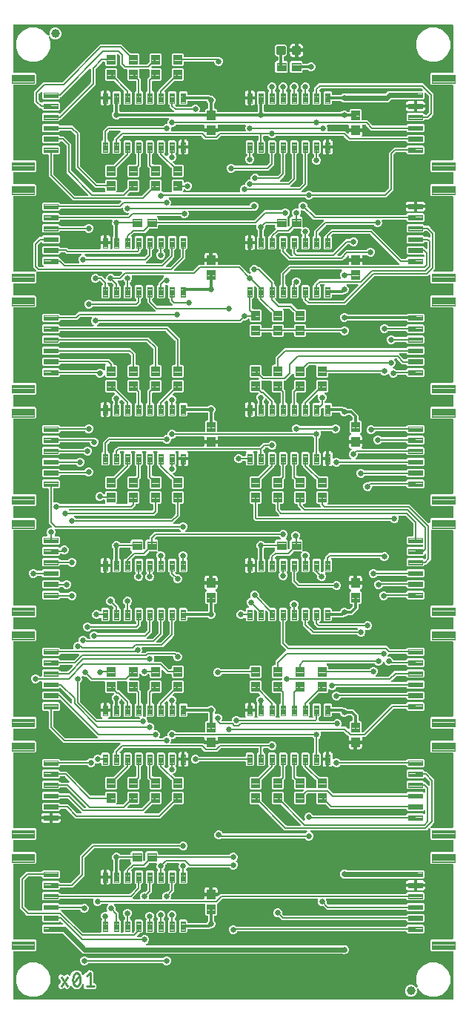
<source format=gtl>
G04 EAGLE Gerber RS-274X export*
G75*
%MOMM*%
%FSLAX34Y34*%
%LPD*%
%INTop Copper*%
%IPPOS*%
%AMOC8*
5,1,8,0,0,1.08239X$1,22.5*%
G01*
%ADD10C,0.279400*%
%ADD11C,1.000000*%
%ADD12C,0.102000*%
%ADD13C,0.100000*%
%ADD14C,0.300000*%
%ADD15C,0.660400*%
%ADD16C,0.304800*%
%ADD17C,0.609600*%
%ADD18C,0.177800*%

G36*
X504502Y2549D02*
X504502Y2549D01*
X504560Y2547D01*
X504642Y2569D01*
X504726Y2581D01*
X504779Y2604D01*
X504835Y2619D01*
X504908Y2662D01*
X504985Y2697D01*
X505030Y2735D01*
X505080Y2764D01*
X505138Y2826D01*
X505202Y2880D01*
X505234Y2929D01*
X505274Y2972D01*
X505313Y3047D01*
X505360Y3117D01*
X505377Y3173D01*
X505404Y3225D01*
X505415Y3293D01*
X505445Y3388D01*
X505448Y3488D01*
X505459Y3556D01*
X505459Y56756D01*
X505451Y56814D01*
X505453Y56872D01*
X505431Y56954D01*
X505419Y57038D01*
X505396Y57091D01*
X505381Y57147D01*
X505338Y57220D01*
X505303Y57297D01*
X505265Y57342D01*
X505236Y57392D01*
X505174Y57450D01*
X505120Y57514D01*
X505071Y57546D01*
X505028Y57586D01*
X504953Y57625D01*
X504883Y57672D01*
X504827Y57689D01*
X504775Y57716D01*
X504707Y57727D01*
X504612Y57757D01*
X504512Y57760D01*
X504444Y57771D01*
X480356Y57771D01*
X479021Y59106D01*
X479021Y69994D01*
X480356Y71329D01*
X504444Y71329D01*
X504502Y71337D01*
X504560Y71335D01*
X504642Y71357D01*
X504726Y71369D01*
X504779Y71392D01*
X504835Y71407D01*
X504908Y71450D01*
X504985Y71485D01*
X505030Y71523D01*
X505080Y71552D01*
X505138Y71614D01*
X505202Y71668D01*
X505234Y71717D01*
X505274Y71760D01*
X505313Y71835D01*
X505360Y71905D01*
X505377Y71961D01*
X505404Y72013D01*
X505415Y72081D01*
X505445Y72176D01*
X505448Y72276D01*
X505459Y72344D01*
X505459Y156256D01*
X505451Y156314D01*
X505453Y156372D01*
X505431Y156454D01*
X505419Y156538D01*
X505396Y156591D01*
X505381Y156647D01*
X505338Y156720D01*
X505303Y156797D01*
X505265Y156842D01*
X505236Y156892D01*
X505174Y156950D01*
X505120Y157014D01*
X505071Y157046D01*
X505028Y157086D01*
X504953Y157125D01*
X504883Y157172D01*
X504827Y157189D01*
X504775Y157216D01*
X504707Y157227D01*
X504612Y157257D01*
X504512Y157260D01*
X504444Y157271D01*
X480356Y157271D01*
X479021Y158606D01*
X479021Y169494D01*
X480356Y170829D01*
X504444Y170829D01*
X504502Y170837D01*
X504560Y170835D01*
X504642Y170857D01*
X504726Y170869D01*
X504779Y170892D01*
X504835Y170907D01*
X504908Y170950D01*
X504985Y170985D01*
X505030Y171023D01*
X505080Y171052D01*
X505138Y171114D01*
X505202Y171168D01*
X505234Y171217D01*
X505274Y171260D01*
X505313Y171335D01*
X505360Y171405D01*
X505377Y171461D01*
X505404Y171513D01*
X505415Y171581D01*
X505445Y171676D01*
X505448Y171776D01*
X505459Y171844D01*
X505459Y183756D01*
X505451Y183814D01*
X505453Y183872D01*
X505431Y183954D01*
X505419Y184038D01*
X505396Y184091D01*
X505381Y184147D01*
X505338Y184220D01*
X505303Y184297D01*
X505265Y184342D01*
X505236Y184392D01*
X505174Y184450D01*
X505120Y184514D01*
X505071Y184546D01*
X505028Y184586D01*
X504953Y184625D01*
X504883Y184672D01*
X504827Y184689D01*
X504775Y184716D01*
X504707Y184727D01*
X504612Y184757D01*
X504512Y184760D01*
X504444Y184771D01*
X480356Y184771D01*
X479021Y186106D01*
X479021Y197259D01*
X479017Y197288D01*
X479020Y197317D01*
X478997Y197428D01*
X478981Y197540D01*
X478969Y197567D01*
X478964Y197596D01*
X478912Y197696D01*
X478865Y197799D01*
X478846Y197822D01*
X478833Y197848D01*
X478755Y197930D01*
X478682Y198016D01*
X478657Y198033D01*
X478637Y198054D01*
X478539Y198111D01*
X478445Y198174D01*
X478417Y198183D01*
X478392Y198198D01*
X478282Y198226D01*
X478174Y198260D01*
X478144Y198261D01*
X478116Y198268D01*
X478003Y198264D01*
X477890Y198267D01*
X477861Y198260D01*
X477832Y198259D01*
X477724Y198224D01*
X477615Y198195D01*
X477589Y198180D01*
X477561Y198171D01*
X477498Y198126D01*
X477370Y198050D01*
X477327Y198004D01*
X477288Y197976D01*
X476878Y197566D01*
X475018Y195706D01*
X343105Y195706D01*
X343020Y195694D01*
X342934Y195692D01*
X342880Y195674D01*
X342824Y195666D01*
X342746Y195631D01*
X342664Y195605D01*
X342616Y195573D01*
X342565Y195550D01*
X342499Y195495D01*
X342428Y195447D01*
X342391Y195403D01*
X342348Y195367D01*
X342300Y195295D01*
X342245Y195229D01*
X342221Y195177D01*
X342190Y195130D01*
X342164Y195048D01*
X342129Y194969D01*
X342121Y194913D01*
X342104Y194859D01*
X342102Y194773D01*
X342090Y194688D01*
X342098Y194632D01*
X342097Y194575D01*
X342119Y194492D01*
X342131Y194406D01*
X342154Y194355D01*
X342169Y194300D01*
X342213Y194226D01*
X342248Y194147D01*
X342285Y194104D01*
X342314Y194055D01*
X342377Y193996D01*
X342432Y193931D01*
X342474Y193905D01*
X342521Y193861D01*
X342650Y193795D01*
X342717Y193753D01*
X343238Y193537D01*
X344667Y192108D01*
X345441Y190241D01*
X345441Y188219D01*
X344667Y186352D01*
X343238Y184923D01*
X341371Y184149D01*
X339349Y184149D01*
X337482Y184923D01*
X336140Y186265D01*
X336070Y186317D01*
X336006Y186377D01*
X335957Y186403D01*
X335913Y186436D01*
X335831Y186467D01*
X335753Y186507D01*
X335705Y186515D01*
X335647Y186537D01*
X335499Y186549D01*
X335422Y186562D01*
X241158Y186562D01*
X241071Y186550D01*
X240984Y186547D01*
X240931Y186530D01*
X240877Y186522D01*
X240797Y186487D01*
X240714Y186460D01*
X240674Y186432D01*
X240617Y186406D01*
X240504Y186310D01*
X240440Y186265D01*
X240368Y186193D01*
X238501Y185419D01*
X236479Y185419D01*
X234612Y186193D01*
X233183Y187622D01*
X232409Y189489D01*
X232409Y191511D01*
X233183Y193378D01*
X234612Y194807D01*
X236479Y195581D01*
X238501Y195581D01*
X240368Y194807D01*
X241797Y193378D01*
X242151Y192524D01*
X242152Y192523D01*
X242152Y192522D01*
X242221Y192405D01*
X242295Y192280D01*
X242296Y192278D01*
X242297Y192277D01*
X242399Y192182D01*
X242502Y192084D01*
X242503Y192084D01*
X242505Y192083D01*
X242630Y192018D01*
X242755Y191954D01*
X242756Y191954D01*
X242758Y191953D01*
X242772Y191951D01*
X243034Y191899D01*
X243064Y191902D01*
X243089Y191898D01*
X335422Y191898D01*
X335509Y191910D01*
X335596Y191913D01*
X335649Y191930D01*
X335703Y191938D01*
X335783Y191973D01*
X335866Y192000D01*
X335906Y192028D01*
X335963Y192054D01*
X336076Y192150D01*
X336140Y192195D01*
X337482Y193537D01*
X338003Y193753D01*
X338077Y193797D01*
X338155Y193832D01*
X338199Y193869D01*
X338248Y193898D01*
X338307Y193960D01*
X338372Y194016D01*
X338404Y194063D01*
X338443Y194104D01*
X338482Y194181D01*
X338530Y194252D01*
X338547Y194306D01*
X338573Y194357D01*
X338590Y194441D01*
X338616Y194523D01*
X338617Y194580D01*
X338628Y194636D01*
X338621Y194721D01*
X338623Y194807D01*
X338609Y194862D01*
X338604Y194919D01*
X338573Y194999D01*
X338551Y195082D01*
X338522Y195131D01*
X338502Y195184D01*
X338450Y195253D01*
X338406Y195327D01*
X338365Y195366D01*
X338330Y195411D01*
X338261Y195463D01*
X338199Y195521D01*
X338148Y195547D01*
X338103Y195581D01*
X338022Y195612D01*
X337946Y195651D01*
X337897Y195659D01*
X337837Y195682D01*
X337692Y195693D01*
X337615Y195706D01*
X312721Y195706D01*
X310861Y197566D01*
X283203Y225224D01*
X283134Y225276D01*
X283070Y225336D01*
X283020Y225362D01*
X282976Y225395D01*
X282894Y225426D01*
X282817Y225466D01*
X282769Y225474D01*
X282711Y225496D01*
X282563Y225508D01*
X282485Y225521D01*
X273956Y225521D01*
X272621Y226856D01*
X272621Y238744D01*
X273956Y240079D01*
X284844Y240079D01*
X286179Y238744D01*
X286179Y230215D01*
X286191Y230128D01*
X286194Y230040D01*
X286211Y229988D01*
X286219Y229933D01*
X286254Y229853D01*
X286281Y229770D01*
X286309Y229731D01*
X286335Y229674D01*
X286431Y229560D01*
X286476Y229497D01*
X314634Y201339D01*
X314703Y201287D01*
X314767Y201227D01*
X314817Y201201D01*
X314861Y201168D01*
X314943Y201137D01*
X315020Y201097D01*
X315068Y201089D01*
X315126Y201067D01*
X315274Y201055D01*
X315352Y201042D01*
X330335Y201042D01*
X330364Y201046D01*
X330393Y201043D01*
X330504Y201066D01*
X330616Y201082D01*
X330643Y201094D01*
X330672Y201099D01*
X330772Y201151D01*
X330875Y201198D01*
X330898Y201217D01*
X330924Y201230D01*
X331006Y201308D01*
X331092Y201381D01*
X331109Y201406D01*
X331130Y201426D01*
X331187Y201524D01*
X331250Y201618D01*
X331259Y201646D01*
X331274Y201671D01*
X331302Y201781D01*
X331336Y201889D01*
X331337Y201919D01*
X331344Y201947D01*
X331340Y202060D01*
X331343Y202173D01*
X331336Y202202D01*
X331335Y202231D01*
X331300Y202339D01*
X331271Y202448D01*
X331256Y202474D01*
X331247Y202502D01*
X331202Y202565D01*
X331126Y202693D01*
X331080Y202736D01*
X331052Y202775D01*
X308603Y225224D01*
X308533Y225276D01*
X308470Y225336D01*
X308420Y225362D01*
X308376Y225395D01*
X308294Y225426D01*
X308217Y225466D01*
X308169Y225474D01*
X308110Y225496D01*
X307963Y225508D01*
X307885Y225521D01*
X299356Y225521D01*
X298021Y226856D01*
X298021Y238744D01*
X299356Y240079D01*
X310244Y240079D01*
X311579Y238744D01*
X311579Y230215D01*
X311591Y230128D01*
X311594Y230041D01*
X311611Y229988D01*
X311619Y229933D01*
X311654Y229853D01*
X311681Y229770D01*
X311709Y229731D01*
X311735Y229674D01*
X311831Y229560D01*
X311876Y229497D01*
X334298Y207075D01*
X334366Y207023D01*
X334429Y206964D01*
X334480Y206938D01*
X334525Y206904D01*
X334605Y206874D01*
X334682Y206834D01*
X334737Y206823D01*
X334791Y206803D01*
X334876Y206796D01*
X334961Y206779D01*
X335017Y206784D01*
X335074Y206779D01*
X335158Y206796D01*
X335244Y206804D01*
X335297Y206824D01*
X335353Y206835D01*
X335429Y206875D01*
X335509Y206906D01*
X335555Y206940D01*
X335605Y206966D01*
X335667Y207025D01*
X335736Y207077D01*
X335770Y207123D01*
X335811Y207162D01*
X335855Y207236D01*
X335906Y207305D01*
X335926Y207358D01*
X335955Y207407D01*
X335976Y207490D01*
X336006Y207571D01*
X336011Y207628D01*
X336025Y207683D01*
X336022Y207769D01*
X336029Y207854D01*
X336018Y207902D01*
X336016Y207967D01*
X335971Y208105D01*
X335954Y208181D01*
X335279Y209809D01*
X335279Y211831D01*
X336053Y213698D01*
X337482Y215127D01*
X339349Y215901D01*
X341371Y215901D01*
X343238Y215127D01*
X344667Y213698D01*
X344814Y213344D01*
X344814Y213343D01*
X344815Y213342D01*
X344886Y213221D01*
X344958Y213100D01*
X344959Y213099D01*
X344960Y213097D01*
X345064Y213000D01*
X345165Y212904D01*
X345166Y212904D01*
X345167Y212903D01*
X345293Y212838D01*
X345418Y212774D01*
X345419Y212774D01*
X345421Y212773D01*
X345435Y212771D01*
X345696Y212719D01*
X345727Y212722D01*
X345752Y212718D01*
X451006Y212718D01*
X451064Y212726D01*
X451122Y212724D01*
X451204Y212746D01*
X451288Y212758D01*
X451341Y212781D01*
X451397Y212796D01*
X451470Y212839D01*
X451547Y212874D01*
X451592Y212912D01*
X451642Y212941D01*
X451700Y213003D01*
X451764Y213057D01*
X451796Y213106D01*
X451836Y213149D01*
X451875Y213224D01*
X451922Y213294D01*
X451939Y213350D01*
X451966Y213402D01*
X451972Y213439D01*
X453362Y214829D01*
X471238Y214829D01*
X471849Y214218D01*
X471873Y214200D01*
X471892Y214178D01*
X471986Y214115D01*
X472076Y214047D01*
X472104Y214036D01*
X472128Y214020D01*
X472236Y213986D01*
X472342Y213946D01*
X472371Y213943D01*
X472399Y213934D01*
X472513Y213931D01*
X472625Y213922D01*
X472654Y213928D01*
X472683Y213927D01*
X472793Y213956D01*
X472904Y213978D01*
X472930Y213991D01*
X472958Y213999D01*
X473056Y214056D01*
X473156Y214109D01*
X473178Y214129D01*
X473203Y214144D01*
X473280Y214227D01*
X473362Y214305D01*
X473377Y214330D01*
X473397Y214351D01*
X473449Y214452D01*
X473506Y214550D01*
X473513Y214578D01*
X473527Y214604D01*
X473540Y214682D01*
X473576Y214825D01*
X473574Y214888D01*
X473582Y214936D01*
X473582Y217664D01*
X473578Y217694D01*
X473581Y217723D01*
X473558Y217834D01*
X473542Y217946D01*
X473530Y217973D01*
X473525Y218002D01*
X473472Y218102D01*
X473426Y218205D01*
X473407Y218228D01*
X473394Y218254D01*
X473316Y218336D01*
X473243Y218422D01*
X473218Y218439D01*
X473198Y218460D01*
X473100Y218517D01*
X473006Y218580D01*
X472978Y218589D01*
X472953Y218604D01*
X472843Y218632D01*
X472735Y218666D01*
X472705Y218667D01*
X472677Y218674D01*
X472564Y218670D01*
X472451Y218673D01*
X472422Y218666D01*
X472393Y218665D01*
X472285Y218630D01*
X472176Y218601D01*
X472150Y218586D01*
X472122Y218577D01*
X472058Y218532D01*
X471931Y218456D01*
X471888Y218410D01*
X471849Y218382D01*
X471238Y217771D01*
X453362Y217771D01*
X451979Y219154D01*
X451958Y219202D01*
X451943Y219258D01*
X451900Y219331D01*
X451865Y219408D01*
X451827Y219453D01*
X451798Y219503D01*
X451736Y219561D01*
X451682Y219625D01*
X451633Y219657D01*
X451590Y219697D01*
X451515Y219736D01*
X451445Y219783D01*
X451389Y219800D01*
X451337Y219827D01*
X451269Y219838D01*
X451174Y219868D01*
X451074Y219871D01*
X451006Y219882D01*
X364745Y219882D01*
X359403Y225224D01*
X359334Y225276D01*
X359270Y225336D01*
X359220Y225362D01*
X359176Y225395D01*
X359094Y225426D01*
X359017Y225466D01*
X358969Y225474D01*
X358910Y225496D01*
X358763Y225508D01*
X358685Y225521D01*
X350156Y225521D01*
X348821Y226856D01*
X348821Y237284D01*
X348813Y237342D01*
X348815Y237400D01*
X348793Y237482D01*
X348781Y237566D01*
X348758Y237619D01*
X348743Y237675D01*
X348700Y237748D01*
X348665Y237825D01*
X348627Y237870D01*
X348598Y237920D01*
X348536Y237978D01*
X348482Y238042D01*
X348433Y238074D01*
X348390Y238114D01*
X348315Y238153D01*
X348245Y238200D01*
X348189Y238217D01*
X348137Y238244D01*
X348069Y238255D01*
X347974Y238285D01*
X347874Y238288D01*
X347806Y238299D01*
X339893Y238299D01*
X339806Y238287D01*
X339719Y238284D01*
X339666Y238267D01*
X339611Y238259D01*
X339531Y238224D01*
X339448Y238197D01*
X339409Y238169D01*
X339352Y238143D01*
X339238Y238047D01*
X339175Y238002D01*
X337276Y236103D01*
X337224Y236034D01*
X337164Y235970D01*
X337138Y235920D01*
X337105Y235876D01*
X337074Y235794D01*
X337034Y235717D01*
X337026Y235669D01*
X337004Y235610D01*
X336992Y235463D01*
X336979Y235385D01*
X336979Y226856D01*
X335644Y225521D01*
X324756Y225521D01*
X323421Y226856D01*
X323421Y238744D01*
X324756Y240079D01*
X333285Y240079D01*
X333372Y240091D01*
X333459Y240094D01*
X333512Y240111D01*
X333567Y240119D01*
X333647Y240154D01*
X333730Y240181D01*
X333769Y240209D01*
X333826Y240235D01*
X333939Y240331D01*
X334003Y240376D01*
X334415Y240788D01*
X334433Y240812D01*
X334455Y240831D01*
X334518Y240925D01*
X334586Y241015D01*
X334597Y241043D01*
X334613Y241067D01*
X334647Y241175D01*
X334688Y241281D01*
X334690Y241310D01*
X334699Y241338D01*
X334702Y241451D01*
X334711Y241564D01*
X334705Y241593D01*
X334706Y241622D01*
X334677Y241732D01*
X334655Y241843D01*
X334642Y241869D01*
X334634Y241897D01*
X334576Y241995D01*
X334524Y242095D01*
X334504Y242117D01*
X334489Y242142D01*
X334406Y242219D01*
X334328Y242301D01*
X334303Y242316D01*
X334282Y242336D01*
X334181Y242388D01*
X334083Y242445D01*
X334055Y242452D01*
X334029Y242466D01*
X333951Y242479D01*
X333808Y242515D01*
X333745Y242513D01*
X333698Y242521D01*
X324756Y242521D01*
X323421Y243856D01*
X323421Y252385D01*
X323409Y252472D01*
X323406Y252560D01*
X323389Y252612D01*
X323381Y252667D01*
X323346Y252747D01*
X323319Y252830D01*
X323291Y252869D01*
X323265Y252926D01*
X323169Y253040D01*
X323124Y253103D01*
X321182Y255045D01*
X321182Y268006D01*
X321174Y268064D01*
X321176Y268122D01*
X321154Y268204D01*
X321142Y268288D01*
X321119Y268341D01*
X321104Y268397D01*
X321061Y268470D01*
X321026Y268547D01*
X320988Y268592D01*
X320959Y268642D01*
X320897Y268700D01*
X320843Y268764D01*
X320794Y268796D01*
X320751Y268836D01*
X320676Y268875D01*
X320606Y268922D01*
X320550Y268939D01*
X320498Y268966D01*
X320461Y268972D01*
X319071Y270362D01*
X319071Y283238D01*
X320412Y284579D01*
X327288Y284579D01*
X328629Y283238D01*
X328629Y270362D01*
X327246Y268979D01*
X327198Y268958D01*
X327142Y268943D01*
X327069Y268900D01*
X326992Y268865D01*
X326947Y268827D01*
X326897Y268798D01*
X326839Y268736D01*
X326775Y268682D01*
X326743Y268633D01*
X326703Y268590D01*
X326664Y268515D01*
X326617Y268445D01*
X326600Y268389D01*
X326573Y268337D01*
X326562Y268269D01*
X326532Y268174D01*
X326529Y268074D01*
X326518Y268006D01*
X326518Y258094D01*
X326526Y258036D01*
X326524Y257978D01*
X326546Y257896D01*
X326558Y257812D01*
X326581Y257759D01*
X326596Y257703D01*
X326639Y257630D01*
X326674Y257553D01*
X326712Y257508D01*
X326741Y257458D01*
X326803Y257400D01*
X326857Y257336D01*
X326906Y257304D01*
X326949Y257264D01*
X327024Y257225D01*
X327094Y257178D01*
X327150Y257161D01*
X327202Y257134D01*
X327270Y257123D01*
X327365Y257093D01*
X327465Y257090D01*
X327533Y257079D01*
X335644Y257079D01*
X336979Y255744D01*
X336979Y244650D01*
X336987Y244592D01*
X336985Y244534D01*
X337007Y244452D01*
X337019Y244368D01*
X337042Y244315D01*
X337057Y244259D01*
X337100Y244186D01*
X337135Y244109D01*
X337173Y244064D01*
X337202Y244014D01*
X337264Y243956D01*
X337318Y243892D01*
X337367Y243860D01*
X337410Y243820D01*
X337485Y243781D01*
X337555Y243734D01*
X337611Y243717D01*
X337663Y243690D01*
X337731Y243679D01*
X337826Y243649D01*
X337926Y243646D01*
X337994Y243635D01*
X347806Y243635D01*
X347864Y243643D01*
X347922Y243641D01*
X348004Y243663D01*
X348088Y243675D01*
X348141Y243698D01*
X348197Y243713D01*
X348270Y243756D01*
X348347Y243791D01*
X348392Y243829D01*
X348442Y243858D01*
X348500Y243920D01*
X348564Y243974D01*
X348596Y244023D01*
X348636Y244066D01*
X348675Y244141D01*
X348722Y244211D01*
X348739Y244267D01*
X348766Y244319D01*
X348777Y244387D01*
X348807Y244482D01*
X348810Y244582D01*
X348821Y244650D01*
X348821Y252385D01*
X348809Y252472D01*
X348806Y252560D01*
X348789Y252612D01*
X348781Y252667D01*
X348746Y252747D01*
X348719Y252830D01*
X348691Y252869D01*
X348665Y252926D01*
X348569Y253040D01*
X348524Y253103D01*
X333882Y267745D01*
X333882Y268006D01*
X333874Y268064D01*
X333876Y268122D01*
X333854Y268204D01*
X333842Y268288D01*
X333819Y268341D01*
X333804Y268397D01*
X333761Y268470D01*
X333726Y268547D01*
X333688Y268592D01*
X333659Y268642D01*
X333597Y268700D01*
X333543Y268764D01*
X333494Y268796D01*
X333451Y268836D01*
X333376Y268875D01*
X333306Y268922D01*
X333250Y268939D01*
X333198Y268966D01*
X333161Y268972D01*
X331771Y270362D01*
X331771Y283238D01*
X333112Y284579D01*
X339988Y284579D01*
X341329Y283238D01*
X341329Y270362D01*
X340788Y269821D01*
X340753Y269774D01*
X340710Y269734D01*
X340667Y269661D01*
X340617Y269594D01*
X340596Y269539D01*
X340566Y269489D01*
X340546Y269407D01*
X340516Y269328D01*
X340511Y269270D01*
X340496Y269213D01*
X340499Y269129D01*
X340492Y269045D01*
X340503Y268987D01*
X340505Y268929D01*
X340531Y268849D01*
X340548Y268766D01*
X340575Y268714D01*
X340593Y268658D01*
X340633Y268602D01*
X340679Y268514D01*
X340748Y268441D01*
X340788Y268385D01*
X351797Y257376D01*
X351866Y257324D01*
X351930Y257264D01*
X351980Y257238D01*
X352024Y257205D01*
X352106Y257174D01*
X352183Y257134D01*
X352231Y257126D01*
X352289Y257104D01*
X352437Y257092D01*
X352515Y257079D01*
X361044Y257079D01*
X362379Y255744D01*
X362379Y244486D01*
X362391Y244400D01*
X362394Y244312D01*
X362411Y244260D01*
X362419Y244205D01*
X362454Y244125D01*
X362481Y244042D01*
X362509Y244002D01*
X362535Y243945D01*
X362631Y243832D01*
X362676Y243768D01*
X368429Y238015D01*
X368499Y237963D01*
X368563Y237903D01*
X368612Y237877D01*
X368657Y237844D01*
X368738Y237813D01*
X368816Y237773D01*
X368864Y237765D01*
X368922Y237743D01*
X369070Y237731D01*
X369147Y237718D01*
X451006Y237718D01*
X451064Y237726D01*
X451122Y237724D01*
X451204Y237746D01*
X451288Y237758D01*
X451341Y237781D01*
X451397Y237796D01*
X451470Y237839D01*
X451547Y237874D01*
X451592Y237912D01*
X451642Y237941D01*
X451700Y238003D01*
X451764Y238057D01*
X451796Y238106D01*
X451836Y238149D01*
X451875Y238224D01*
X451922Y238294D01*
X451939Y238350D01*
X451966Y238402D01*
X451972Y238439D01*
X453362Y239829D01*
X471238Y239829D01*
X471849Y239218D01*
X471873Y239200D01*
X471892Y239178D01*
X471986Y239115D01*
X472076Y239047D01*
X472104Y239036D01*
X472128Y239020D01*
X472236Y238986D01*
X472342Y238946D01*
X472371Y238943D01*
X472399Y238934D01*
X472513Y238931D01*
X472625Y238922D01*
X472654Y238928D01*
X472683Y238927D01*
X472793Y238956D01*
X472904Y238978D01*
X472930Y238991D01*
X472958Y238999D01*
X473056Y239056D01*
X473156Y239109D01*
X473178Y239129D01*
X473203Y239144D01*
X473280Y239227D01*
X473362Y239305D01*
X473377Y239330D01*
X473397Y239351D01*
X473449Y239452D01*
X473506Y239550D01*
X473513Y239578D01*
X473527Y239604D01*
X473540Y239682D01*
X473576Y239825D01*
X473574Y239888D01*
X473582Y239936D01*
X473582Y242314D01*
X473570Y242401D01*
X473567Y242488D01*
X473550Y242541D01*
X473542Y242596D01*
X473507Y242676D01*
X473480Y242759D01*
X473452Y242798D01*
X473426Y242855D01*
X473331Y242968D01*
X473285Y243032D01*
X473110Y243207D01*
X473063Y243243D01*
X473023Y243285D01*
X472950Y243328D01*
X472883Y243378D01*
X472828Y243399D01*
X472778Y243429D01*
X472696Y243449D01*
X472617Y243479D01*
X472559Y243484D01*
X472502Y243499D01*
X472418Y243496D01*
X472334Y243503D01*
X472276Y243492D01*
X472218Y243490D01*
X472138Y243464D01*
X472055Y243447D01*
X472003Y243420D01*
X471947Y243402D01*
X471891Y243362D01*
X471803Y243316D01*
X471730Y243247D01*
X471674Y243207D01*
X471238Y242771D01*
X453362Y242771D01*
X452021Y244112D01*
X452021Y250988D01*
X453362Y252329D01*
X471238Y252329D01*
X472621Y250946D01*
X472642Y250898D01*
X472657Y250842D01*
X472700Y250769D01*
X472735Y250692D01*
X472773Y250647D01*
X472802Y250597D01*
X472864Y250539D01*
X472918Y250475D01*
X472967Y250443D01*
X473010Y250403D01*
X473085Y250364D01*
X473155Y250317D01*
X473211Y250300D01*
X473263Y250273D01*
X473331Y250262D01*
X473426Y250232D01*
X473526Y250229D01*
X473594Y250218D01*
X473645Y250218D01*
X476929Y246934D01*
X476953Y246916D01*
X476972Y246894D01*
X477066Y246831D01*
X477156Y246763D01*
X477184Y246752D01*
X477208Y246736D01*
X477316Y246702D01*
X477422Y246661D01*
X477451Y246659D01*
X477479Y246650D01*
X477593Y246647D01*
X477705Y246638D01*
X477734Y246644D01*
X477763Y246643D01*
X477873Y246672D01*
X477984Y246694D01*
X478010Y246707D01*
X478038Y246715D01*
X478136Y246773D01*
X478236Y246825D01*
X478258Y246845D01*
X478283Y246860D01*
X478360Y246943D01*
X478442Y247021D01*
X478457Y247046D01*
X478477Y247067D01*
X478529Y247168D01*
X478586Y247266D01*
X478593Y247294D01*
X478607Y247320D01*
X478620Y247398D01*
X478656Y247541D01*
X478654Y247604D01*
X478662Y247651D01*
X478662Y251204D01*
X478650Y251291D01*
X478647Y251378D01*
X478630Y251431D01*
X478622Y251486D01*
X478587Y251566D01*
X478560Y251649D01*
X478532Y251688D01*
X478506Y251745D01*
X478410Y251859D01*
X478365Y251922D01*
X473845Y256442D01*
X473798Y256477D01*
X473758Y256520D01*
X473685Y256563D01*
X473618Y256613D01*
X473563Y256634D01*
X473513Y256664D01*
X473431Y256684D01*
X473352Y256714D01*
X473294Y256719D01*
X473237Y256734D01*
X473153Y256731D01*
X473069Y256738D01*
X473011Y256727D01*
X472953Y256725D01*
X472873Y256699D01*
X472790Y256682D01*
X472738Y256655D01*
X472682Y256637D01*
X472626Y256597D01*
X472538Y256551D01*
X472465Y256482D01*
X472409Y256442D01*
X471238Y255271D01*
X453362Y255271D01*
X452021Y256612D01*
X452021Y263488D01*
X453362Y264829D01*
X471238Y264829D01*
X472621Y263446D01*
X472642Y263398D01*
X472657Y263342D01*
X472700Y263269D01*
X472735Y263192D01*
X472773Y263147D01*
X472802Y263097D01*
X472864Y263039D01*
X472918Y262975D01*
X472967Y262943D01*
X473010Y262903D01*
X473085Y262864D01*
X473155Y262817D01*
X473211Y262800D01*
X473263Y262773D01*
X473331Y262762D01*
X473426Y262732D01*
X473526Y262729D01*
X473594Y262718D01*
X475115Y262718D01*
X483998Y253835D01*
X483998Y204686D01*
X482138Y202826D01*
X479374Y200062D01*
X479356Y200038D01*
X479334Y200019D01*
X479271Y199925D01*
X479203Y199835D01*
X479192Y199807D01*
X479176Y199783D01*
X479142Y199675D01*
X479101Y199569D01*
X479099Y199540D01*
X479090Y199512D01*
X479087Y199398D01*
X479078Y199286D01*
X479084Y199257D01*
X479083Y199228D01*
X479112Y199118D01*
X479134Y199007D01*
X479147Y198981D01*
X479155Y198953D01*
X479213Y198855D01*
X479265Y198755D01*
X479285Y198733D01*
X479300Y198708D01*
X479383Y198631D01*
X479461Y198549D01*
X479486Y198534D01*
X479507Y198514D01*
X479608Y198462D01*
X479706Y198405D01*
X479734Y198398D01*
X479760Y198384D01*
X479838Y198371D01*
X479981Y198335D01*
X480044Y198337D01*
X480091Y198329D01*
X504444Y198329D01*
X504502Y198337D01*
X504560Y198335D01*
X504642Y198357D01*
X504726Y198369D01*
X504779Y198392D01*
X504835Y198407D01*
X504908Y198450D01*
X504985Y198485D01*
X505030Y198523D01*
X505080Y198552D01*
X505138Y198614D01*
X505202Y198668D01*
X505234Y198717D01*
X505274Y198760D01*
X505313Y198835D01*
X505360Y198905D01*
X505377Y198961D01*
X505404Y199013D01*
X505415Y199081D01*
X505445Y199176D01*
X505448Y199276D01*
X505459Y199344D01*
X505459Y283256D01*
X505451Y283314D01*
X505453Y283372D01*
X505431Y283454D01*
X505419Y283538D01*
X505396Y283591D01*
X505381Y283647D01*
X505338Y283720D01*
X505303Y283797D01*
X505265Y283842D01*
X505236Y283892D01*
X505174Y283950D01*
X505120Y284014D01*
X505071Y284046D01*
X505028Y284086D01*
X504953Y284125D01*
X504883Y284172D01*
X504827Y284189D01*
X504775Y284216D01*
X504707Y284227D01*
X504612Y284257D01*
X504512Y284260D01*
X504444Y284271D01*
X480356Y284271D01*
X479021Y285606D01*
X479021Y296494D01*
X480356Y297829D01*
X504444Y297829D01*
X504502Y297837D01*
X504560Y297835D01*
X504642Y297857D01*
X504726Y297869D01*
X504779Y297892D01*
X504835Y297907D01*
X504908Y297950D01*
X504985Y297985D01*
X505030Y298023D01*
X505080Y298052D01*
X505138Y298114D01*
X505202Y298168D01*
X505234Y298217D01*
X505274Y298260D01*
X505313Y298335D01*
X505360Y298405D01*
X505377Y298461D01*
X505404Y298513D01*
X505415Y298581D01*
X505445Y298676D01*
X505448Y298776D01*
X505459Y298844D01*
X505459Y310756D01*
X505451Y310814D01*
X505453Y310872D01*
X505431Y310954D01*
X505419Y311038D01*
X505396Y311091D01*
X505381Y311147D01*
X505338Y311220D01*
X505303Y311297D01*
X505265Y311342D01*
X505236Y311392D01*
X505174Y311450D01*
X505120Y311514D01*
X505071Y311546D01*
X505028Y311586D01*
X504953Y311625D01*
X504883Y311672D01*
X504827Y311689D01*
X504775Y311716D01*
X504707Y311727D01*
X504612Y311757D01*
X504512Y311760D01*
X504444Y311771D01*
X480356Y311771D01*
X479021Y313106D01*
X479021Y323994D01*
X480356Y325329D01*
X504444Y325329D01*
X504502Y325337D01*
X504560Y325335D01*
X504642Y325357D01*
X504726Y325369D01*
X504779Y325392D01*
X504835Y325407D01*
X504908Y325450D01*
X504985Y325485D01*
X505030Y325523D01*
X505080Y325552D01*
X505138Y325614D01*
X505202Y325668D01*
X505234Y325717D01*
X505274Y325760D01*
X505313Y325835D01*
X505360Y325905D01*
X505377Y325961D01*
X505404Y326013D01*
X505415Y326081D01*
X505445Y326176D01*
X505448Y326276D01*
X505459Y326344D01*
X505459Y410256D01*
X505451Y410314D01*
X505453Y410372D01*
X505431Y410454D01*
X505419Y410538D01*
X505396Y410591D01*
X505381Y410647D01*
X505338Y410720D01*
X505303Y410797D01*
X505265Y410842D01*
X505236Y410892D01*
X505174Y410950D01*
X505120Y411014D01*
X505071Y411046D01*
X505028Y411086D01*
X504953Y411125D01*
X504883Y411172D01*
X504827Y411189D01*
X504775Y411216D01*
X504707Y411227D01*
X504612Y411257D01*
X504512Y411260D01*
X504444Y411271D01*
X480356Y411271D01*
X479021Y412606D01*
X479021Y423494D01*
X480356Y424829D01*
X504444Y424829D01*
X504502Y424837D01*
X504560Y424835D01*
X504642Y424857D01*
X504726Y424869D01*
X504779Y424892D01*
X504835Y424907D01*
X504908Y424950D01*
X504985Y424985D01*
X505030Y425023D01*
X505080Y425052D01*
X505138Y425114D01*
X505202Y425168D01*
X505234Y425217D01*
X505274Y425260D01*
X505313Y425335D01*
X505360Y425405D01*
X505377Y425461D01*
X505404Y425513D01*
X505415Y425581D01*
X505445Y425676D01*
X505448Y425776D01*
X505459Y425844D01*
X505459Y437756D01*
X505451Y437814D01*
X505453Y437872D01*
X505431Y437954D01*
X505419Y438038D01*
X505396Y438091D01*
X505381Y438147D01*
X505338Y438220D01*
X505303Y438297D01*
X505265Y438342D01*
X505236Y438392D01*
X505174Y438450D01*
X505120Y438514D01*
X505071Y438546D01*
X505028Y438586D01*
X504953Y438625D01*
X504883Y438672D01*
X504827Y438689D01*
X504775Y438716D01*
X504707Y438727D01*
X504612Y438757D01*
X504512Y438760D01*
X504444Y438771D01*
X480356Y438771D01*
X479021Y440106D01*
X479021Y450994D01*
X480356Y452329D01*
X504444Y452329D01*
X504502Y452337D01*
X504560Y452335D01*
X504642Y452357D01*
X504726Y452369D01*
X504779Y452392D01*
X504835Y452407D01*
X504908Y452450D01*
X504985Y452485D01*
X505030Y452523D01*
X505080Y452552D01*
X505138Y452614D01*
X505202Y452668D01*
X505234Y452717D01*
X505274Y452760D01*
X505313Y452835D01*
X505360Y452905D01*
X505377Y452961D01*
X505404Y453013D01*
X505415Y453081D01*
X505445Y453176D01*
X505448Y453276D01*
X505459Y453344D01*
X505459Y537256D01*
X505451Y537314D01*
X505453Y537372D01*
X505431Y537454D01*
X505419Y537538D01*
X505396Y537591D01*
X505381Y537647D01*
X505338Y537720D01*
X505303Y537797D01*
X505265Y537842D01*
X505236Y537892D01*
X505174Y537950D01*
X505120Y538014D01*
X505071Y538046D01*
X505028Y538086D01*
X504953Y538125D01*
X504883Y538172D01*
X504827Y538189D01*
X504775Y538216D01*
X504707Y538227D01*
X504612Y538257D01*
X504512Y538260D01*
X504444Y538271D01*
X480949Y538271D01*
X480891Y538263D01*
X480833Y538265D01*
X480751Y538243D01*
X480667Y538231D01*
X480614Y538208D01*
X480558Y538193D01*
X480485Y538150D01*
X480408Y538115D01*
X480363Y538077D01*
X480313Y538048D01*
X480255Y537986D01*
X480191Y537932D01*
X480159Y537883D01*
X480119Y537840D01*
X480080Y537765D01*
X480033Y537695D01*
X480016Y537639D01*
X479989Y537587D01*
X479978Y537519D01*
X479948Y537424D01*
X479945Y537324D01*
X479934Y537256D01*
X479934Y504101D01*
X474715Y498882D01*
X473594Y498882D01*
X473536Y498874D01*
X473478Y498876D01*
X473396Y498854D01*
X473312Y498842D01*
X473259Y498819D01*
X473203Y498804D01*
X473130Y498761D01*
X473053Y498726D01*
X473008Y498688D01*
X472958Y498659D01*
X472900Y498597D01*
X472836Y498543D01*
X472804Y498494D01*
X472764Y498451D01*
X472725Y498376D01*
X472678Y498306D01*
X472661Y498250D01*
X472634Y498198D01*
X472628Y498161D01*
X471238Y496771D01*
X453362Y496771D01*
X452021Y498112D01*
X452021Y504988D01*
X453362Y506329D01*
X471238Y506329D01*
X472209Y505358D01*
X472256Y505322D01*
X472296Y505280D01*
X472369Y505237D01*
X472436Y505187D01*
X472491Y505166D01*
X472541Y505136D01*
X472623Y505116D01*
X472702Y505086D01*
X472760Y505081D01*
X472817Y505066D01*
X472901Y505069D01*
X472985Y505062D01*
X473043Y505073D01*
X473101Y505075D01*
X473181Y505101D01*
X473264Y505118D01*
X473316Y505145D01*
X473372Y505163D01*
X473428Y505203D01*
X473516Y505249D01*
X473589Y505318D01*
X473645Y505358D01*
X474301Y506014D01*
X474354Y506084D01*
X474413Y506147D01*
X474439Y506197D01*
X474472Y506241D01*
X474503Y506323D01*
X474543Y506400D01*
X474551Y506448D01*
X474573Y506507D01*
X474585Y506654D01*
X474598Y506732D01*
X474598Y510180D01*
X474594Y510210D01*
X474597Y510239D01*
X474591Y510266D01*
X474592Y510282D01*
X474576Y510343D01*
X474574Y510350D01*
X474558Y510462D01*
X474546Y510489D01*
X474541Y510518D01*
X474488Y510618D01*
X474442Y510721D01*
X474423Y510744D01*
X474410Y510770D01*
X474332Y510852D01*
X474259Y510938D01*
X474234Y510955D01*
X474214Y510976D01*
X474116Y511033D01*
X474022Y511096D01*
X473994Y511105D01*
X473969Y511120D01*
X473859Y511147D01*
X473751Y511182D01*
X473721Y511183D01*
X473693Y511190D01*
X473580Y511186D01*
X473467Y511189D01*
X473438Y511182D01*
X473409Y511181D01*
X473301Y511146D01*
X473192Y511117D01*
X473166Y511102D01*
X473138Y511093D01*
X473075Y511048D01*
X473063Y511041D01*
X473027Y511025D01*
X473006Y511007D01*
X472947Y510972D01*
X472904Y510926D01*
X472865Y510898D01*
X471238Y509271D01*
X453362Y509271D01*
X452021Y510612D01*
X452021Y517488D01*
X453362Y518829D01*
X470027Y518829D01*
X470085Y518837D01*
X470143Y518835D01*
X470225Y518857D01*
X470309Y518869D01*
X470362Y518892D01*
X470418Y518907D01*
X470491Y518950D01*
X470568Y518985D01*
X470613Y519023D01*
X470663Y519052D01*
X470721Y519114D01*
X470785Y519168D01*
X470817Y519217D01*
X470857Y519260D01*
X470896Y519335D01*
X470943Y519405D01*
X470960Y519461D01*
X470987Y519513D01*
X470998Y519581D01*
X471028Y519676D01*
X471031Y519776D01*
X471042Y519844D01*
X471042Y520756D01*
X471034Y520814D01*
X471036Y520872D01*
X471014Y520954D01*
X471002Y521038D01*
X470979Y521091D01*
X470964Y521147D01*
X470921Y521220D01*
X470886Y521297D01*
X470848Y521342D01*
X470819Y521392D01*
X470757Y521450D01*
X470703Y521514D01*
X470654Y521546D01*
X470611Y521586D01*
X470536Y521625D01*
X470466Y521672D01*
X470410Y521689D01*
X470358Y521716D01*
X470290Y521727D01*
X470195Y521757D01*
X470095Y521760D01*
X470027Y521771D01*
X453362Y521771D01*
X452021Y523112D01*
X452021Y529988D01*
X453362Y531329D01*
X458617Y531329D01*
X458675Y531337D01*
X458733Y531335D01*
X458815Y531357D01*
X458899Y531369D01*
X458952Y531392D01*
X459008Y531407D01*
X459081Y531450D01*
X459158Y531485D01*
X459203Y531523D01*
X459253Y531552D01*
X459311Y531614D01*
X459375Y531668D01*
X459407Y531717D01*
X459447Y531760D01*
X459486Y531835D01*
X459533Y531905D01*
X459550Y531961D01*
X459577Y532013D01*
X459588Y532081D01*
X459618Y532176D01*
X459621Y532276D01*
X459632Y532344D01*
X459632Y545824D01*
X459620Y545911D01*
X459617Y545998D01*
X459600Y546051D01*
X459592Y546106D01*
X459557Y546186D01*
X459530Y546269D01*
X459502Y546308D01*
X459476Y546365D01*
X459380Y546479D01*
X459335Y546542D01*
X451312Y554565D01*
X451243Y554617D01*
X451179Y554677D01*
X451129Y554703D01*
X451085Y554736D01*
X451003Y554767D01*
X450926Y554807D01*
X450878Y554815D01*
X450819Y554837D01*
X450672Y554849D01*
X450594Y554862D01*
X443644Y554862D01*
X443530Y554846D01*
X443415Y554836D01*
X443389Y554826D01*
X443362Y554822D01*
X443257Y554775D01*
X443150Y554734D01*
X443128Y554718D01*
X443103Y554706D01*
X443015Y554632D01*
X442923Y554563D01*
X442907Y554540D01*
X442886Y554523D01*
X442822Y554427D01*
X442753Y554335D01*
X442743Y554309D01*
X442728Y554286D01*
X442693Y554176D01*
X442653Y554069D01*
X442651Y554041D01*
X442642Y554015D01*
X442639Y553900D01*
X442630Y553786D01*
X442636Y553761D01*
X442635Y553731D01*
X442702Y553474D01*
X442706Y553458D01*
X443231Y552191D01*
X443231Y550169D01*
X442457Y548302D01*
X441028Y546873D01*
X439161Y546099D01*
X437139Y546099D01*
X435272Y546873D01*
X433930Y548215D01*
X433860Y548267D01*
X433796Y548327D01*
X433747Y548353D01*
X433703Y548386D01*
X433621Y548417D01*
X433543Y548457D01*
X433495Y548465D01*
X433437Y548487D01*
X433289Y548499D01*
X433212Y548512D01*
X279565Y548512D01*
X276732Y551345D01*
X276732Y567406D01*
X276724Y567464D01*
X276726Y567522D01*
X276704Y567604D01*
X276692Y567688D01*
X276669Y567741D01*
X276654Y567797D01*
X276611Y567870D01*
X276576Y567947D01*
X276538Y567992D01*
X276509Y568042D01*
X276447Y568100D01*
X276393Y568164D01*
X276344Y568196D01*
X276301Y568236D01*
X276226Y568275D01*
X276156Y568322D01*
X276100Y568339D01*
X276048Y568366D01*
X275980Y568377D01*
X275885Y568407D01*
X275785Y568410D01*
X275717Y568421D01*
X273956Y568421D01*
X272621Y569756D01*
X272621Y581644D01*
X273956Y582979D01*
X284844Y582979D01*
X286179Y581644D01*
X286179Y569756D01*
X284844Y568421D01*
X283083Y568421D01*
X283025Y568413D01*
X282967Y568415D01*
X282885Y568393D01*
X282801Y568381D01*
X282748Y568358D01*
X282692Y568343D01*
X282619Y568300D01*
X282542Y568265D01*
X282497Y568227D01*
X282447Y568198D01*
X282389Y568136D01*
X282325Y568082D01*
X282293Y568033D01*
X282253Y567990D01*
X282214Y567915D01*
X282167Y567845D01*
X282150Y567789D01*
X282123Y567737D01*
X282112Y567669D01*
X282082Y567574D01*
X282079Y567474D01*
X282068Y567406D01*
X282068Y554863D01*
X282076Y554805D01*
X282074Y554747D01*
X282096Y554665D01*
X282108Y554581D01*
X282131Y554528D01*
X282146Y554472D01*
X282189Y554399D01*
X282224Y554322D01*
X282262Y554277D01*
X282291Y554227D01*
X282353Y554169D01*
X282407Y554105D01*
X282456Y554073D01*
X282499Y554033D01*
X282574Y553994D01*
X282644Y553947D01*
X282700Y553930D01*
X282752Y553903D01*
X282820Y553892D01*
X282915Y553862D01*
X283015Y553859D01*
X283083Y553848D01*
X306069Y553848D01*
X306098Y553852D01*
X306127Y553849D01*
X306238Y553872D01*
X306350Y553888D01*
X306377Y553900D01*
X306406Y553905D01*
X306506Y553958D01*
X306609Y554004D01*
X306632Y554023D01*
X306658Y554036D01*
X306740Y554114D01*
X306826Y554187D01*
X306843Y554212D01*
X306864Y554232D01*
X306921Y554330D01*
X306984Y554424D01*
X306993Y554452D01*
X307008Y554477D01*
X307036Y554587D01*
X307070Y554695D01*
X307071Y554725D01*
X307078Y554753D01*
X307074Y554866D01*
X307077Y554979D01*
X307070Y555008D01*
X307069Y555037D01*
X307034Y555145D01*
X307005Y555254D01*
X306990Y555280D01*
X306981Y555308D01*
X306936Y555372D01*
X306860Y555499D01*
X306814Y555542D01*
X306786Y555581D01*
X305645Y556722D01*
X302132Y560235D01*
X302132Y567406D01*
X302124Y567464D01*
X302126Y567522D01*
X302104Y567604D01*
X302092Y567688D01*
X302069Y567741D01*
X302054Y567797D01*
X302011Y567870D01*
X301976Y567947D01*
X301938Y567992D01*
X301909Y568042D01*
X301847Y568100D01*
X301793Y568164D01*
X301744Y568196D01*
X301701Y568236D01*
X301626Y568275D01*
X301556Y568322D01*
X301500Y568339D01*
X301448Y568366D01*
X301380Y568377D01*
X301285Y568407D01*
X301185Y568410D01*
X301117Y568421D01*
X299356Y568421D01*
X298021Y569756D01*
X298021Y581644D01*
X299356Y582979D01*
X310244Y582979D01*
X311579Y581644D01*
X311579Y569756D01*
X310244Y568421D01*
X308483Y568421D01*
X308425Y568413D01*
X308367Y568415D01*
X308285Y568393D01*
X308201Y568381D01*
X308148Y568358D01*
X308092Y568343D01*
X308019Y568300D01*
X307942Y568265D01*
X307897Y568227D01*
X307847Y568198D01*
X307789Y568136D01*
X307725Y568082D01*
X307693Y568033D01*
X307653Y567990D01*
X307614Y567915D01*
X307567Y567845D01*
X307550Y567789D01*
X307523Y567737D01*
X307512Y567669D01*
X307482Y567574D01*
X307479Y567474D01*
X307468Y567406D01*
X307468Y562866D01*
X307480Y562779D01*
X307483Y562692D01*
X307500Y562639D01*
X307508Y562584D01*
X307543Y562504D01*
X307570Y562421D01*
X307598Y562382D01*
X307624Y562325D01*
X307720Y562211D01*
X307765Y562148D01*
X309418Y560495D01*
X309487Y560443D01*
X309551Y560383D01*
X309601Y560357D01*
X309645Y560324D01*
X309727Y560293D01*
X309804Y560253D01*
X309852Y560245D01*
X309911Y560223D01*
X310058Y560211D01*
X310136Y560198D01*
X330199Y560198D01*
X330228Y560202D01*
X330257Y560199D01*
X330368Y560222D01*
X330480Y560238D01*
X330507Y560250D01*
X330536Y560255D01*
X330636Y560307D01*
X330739Y560354D01*
X330762Y560373D01*
X330788Y560386D01*
X330870Y560464D01*
X330956Y560537D01*
X330973Y560562D01*
X330994Y560582D01*
X331051Y560680D01*
X331114Y560774D01*
X331123Y560802D01*
X331138Y560827D01*
X331166Y560937D01*
X331200Y561045D01*
X331201Y561075D01*
X331208Y561103D01*
X331204Y561216D01*
X331207Y561329D01*
X331200Y561358D01*
X331199Y561387D01*
X331164Y561495D01*
X331135Y561604D01*
X331120Y561630D01*
X331111Y561658D01*
X331066Y561721D01*
X330990Y561849D01*
X330944Y561892D01*
X330916Y561931D01*
X329392Y563455D01*
X327532Y565315D01*
X327532Y567406D01*
X327524Y567464D01*
X327526Y567522D01*
X327504Y567604D01*
X327492Y567688D01*
X327469Y567741D01*
X327454Y567797D01*
X327411Y567870D01*
X327376Y567947D01*
X327338Y567992D01*
X327309Y568042D01*
X327247Y568100D01*
X327193Y568164D01*
X327144Y568196D01*
X327101Y568236D01*
X327026Y568275D01*
X326956Y568322D01*
X326900Y568339D01*
X326848Y568366D01*
X326780Y568377D01*
X326685Y568407D01*
X326585Y568410D01*
X326517Y568421D01*
X324756Y568421D01*
X323421Y569756D01*
X323421Y581644D01*
X324756Y582979D01*
X335644Y582979D01*
X336979Y581644D01*
X336979Y569756D01*
X335644Y568421D01*
X334422Y568421D01*
X334393Y568417D01*
X334364Y568420D01*
X334253Y568397D01*
X334141Y568381D01*
X334114Y568369D01*
X334085Y568364D01*
X333985Y568312D01*
X333882Y568265D01*
X333859Y568246D01*
X333833Y568233D01*
X333751Y568155D01*
X333665Y568082D01*
X333648Y568057D01*
X333627Y568037D01*
X333570Y567939D01*
X333507Y567845D01*
X333498Y567817D01*
X333483Y567792D01*
X333455Y567682D01*
X333421Y567574D01*
X333420Y567544D01*
X333413Y567516D01*
X333417Y567403D01*
X333414Y567290D01*
X333421Y567261D01*
X333422Y567232D01*
X333457Y567124D01*
X333486Y567015D01*
X333501Y566989D01*
X333510Y566961D01*
X333555Y566898D01*
X333631Y566770D01*
X333677Y566727D01*
X333705Y566688D01*
X336088Y564305D01*
X336157Y564253D01*
X336221Y564193D01*
X336271Y564167D01*
X336315Y564134D01*
X336397Y564103D01*
X336474Y564063D01*
X336522Y564055D01*
X336580Y564033D01*
X336728Y564021D01*
X336806Y564008D01*
X353059Y564008D01*
X353088Y564012D01*
X353117Y564009D01*
X353228Y564032D01*
X353340Y564048D01*
X353367Y564060D01*
X353396Y564065D01*
X353496Y564118D01*
X353599Y564164D01*
X353622Y564183D01*
X353648Y564196D01*
X353730Y564274D01*
X353816Y564347D01*
X353833Y564372D01*
X353854Y564392D01*
X353911Y564490D01*
X353974Y564584D01*
X353983Y564612D01*
X353998Y564637D01*
X354026Y564747D01*
X354060Y564855D01*
X354061Y564885D01*
X354068Y564913D01*
X354064Y565026D01*
X354067Y565139D01*
X354060Y565168D01*
X354059Y565197D01*
X354024Y565305D01*
X353995Y565414D01*
X353980Y565440D01*
X353971Y565468D01*
X353926Y565532D01*
X353850Y565659D01*
X353804Y565702D01*
X353776Y565741D01*
X352932Y566585D01*
X352932Y567406D01*
X352924Y567464D01*
X352926Y567522D01*
X352904Y567604D01*
X352892Y567688D01*
X352869Y567741D01*
X352854Y567797D01*
X352811Y567870D01*
X352776Y567947D01*
X352738Y567992D01*
X352709Y568042D01*
X352647Y568100D01*
X352593Y568164D01*
X352544Y568196D01*
X352501Y568236D01*
X352426Y568275D01*
X352356Y568322D01*
X352300Y568339D01*
X352248Y568366D01*
X352180Y568377D01*
X352085Y568407D01*
X351985Y568410D01*
X351917Y568421D01*
X350156Y568421D01*
X348821Y569756D01*
X348821Y581644D01*
X350156Y582979D01*
X361044Y582979D01*
X362379Y581644D01*
X362379Y569756D01*
X361919Y569297D01*
X361902Y569273D01*
X361879Y569254D01*
X361817Y569160D01*
X361749Y569070D01*
X361738Y569042D01*
X361722Y569018D01*
X361688Y568910D01*
X361647Y568804D01*
X361645Y568775D01*
X361636Y568747D01*
X361633Y568633D01*
X361624Y568521D01*
X361630Y568492D01*
X361629Y568463D01*
X361657Y568353D01*
X361680Y568242D01*
X361693Y568216D01*
X361701Y568188D01*
X361758Y568090D01*
X361811Y567990D01*
X361831Y567968D01*
X361846Y567943D01*
X361928Y567866D01*
X362006Y567784D01*
X362032Y567769D01*
X362053Y567749D01*
X362154Y567697D01*
X362252Y567640D01*
X362280Y567633D01*
X362306Y567619D01*
X362384Y567606D01*
X362527Y567570D01*
X362590Y567572D01*
X362637Y567564D01*
X455968Y567564D01*
X477288Y546244D01*
X477312Y546226D01*
X477331Y546204D01*
X477425Y546141D01*
X477515Y546073D01*
X477543Y546062D01*
X477567Y546046D01*
X477675Y546012D01*
X477781Y545971D01*
X477810Y545969D01*
X477838Y545960D01*
X477952Y545957D01*
X478064Y545948D01*
X478093Y545954D01*
X478122Y545953D01*
X478232Y545982D01*
X478343Y546004D01*
X478369Y546017D01*
X478397Y546025D01*
X478495Y546083D01*
X478595Y546135D01*
X478617Y546155D01*
X478642Y546170D01*
X478719Y546253D01*
X478801Y546331D01*
X478816Y546356D01*
X478836Y546377D01*
X478888Y546478D01*
X478945Y546576D01*
X478952Y546604D01*
X478966Y546630D01*
X478979Y546708D01*
X479015Y546851D01*
X479013Y546914D01*
X479021Y546961D01*
X479021Y550494D01*
X480356Y551829D01*
X504444Y551829D01*
X504502Y551837D01*
X504560Y551835D01*
X504642Y551857D01*
X504726Y551869D01*
X504779Y551892D01*
X504835Y551907D01*
X504908Y551950D01*
X504985Y551985D01*
X505030Y552023D01*
X505080Y552052D01*
X505138Y552114D01*
X505202Y552168D01*
X505234Y552217D01*
X505274Y552260D01*
X505313Y552335D01*
X505360Y552405D01*
X505377Y552461D01*
X505404Y552513D01*
X505415Y552581D01*
X505445Y552676D01*
X505448Y552776D01*
X505459Y552844D01*
X505459Y564756D01*
X505451Y564814D01*
X505453Y564872D01*
X505431Y564954D01*
X505419Y565038D01*
X505396Y565091D01*
X505381Y565147D01*
X505338Y565220D01*
X505303Y565297D01*
X505265Y565342D01*
X505236Y565392D01*
X505174Y565450D01*
X505120Y565514D01*
X505071Y565546D01*
X505028Y565586D01*
X504953Y565625D01*
X504883Y565672D01*
X504827Y565689D01*
X504775Y565716D01*
X504707Y565727D01*
X504612Y565757D01*
X504512Y565760D01*
X504444Y565771D01*
X480356Y565771D01*
X479021Y567106D01*
X479021Y577994D01*
X480356Y579329D01*
X504444Y579329D01*
X504502Y579337D01*
X504560Y579335D01*
X504642Y579357D01*
X504726Y579369D01*
X504779Y579392D01*
X504835Y579407D01*
X504908Y579450D01*
X504985Y579485D01*
X505030Y579523D01*
X505080Y579552D01*
X505138Y579614D01*
X505202Y579668D01*
X505234Y579717D01*
X505274Y579760D01*
X505313Y579835D01*
X505360Y579905D01*
X505377Y579961D01*
X505404Y580013D01*
X505415Y580081D01*
X505445Y580176D01*
X505448Y580276D01*
X505459Y580344D01*
X505459Y664256D01*
X505451Y664314D01*
X505453Y664372D01*
X505431Y664454D01*
X505419Y664538D01*
X505396Y664591D01*
X505381Y664647D01*
X505338Y664720D01*
X505303Y664797D01*
X505265Y664842D01*
X505236Y664892D01*
X505174Y664950D01*
X505120Y665014D01*
X505071Y665046D01*
X505028Y665086D01*
X504953Y665125D01*
X504883Y665172D01*
X504827Y665189D01*
X504775Y665216D01*
X504707Y665227D01*
X504612Y665257D01*
X504512Y665260D01*
X504444Y665271D01*
X480356Y665271D01*
X479021Y666606D01*
X479021Y677494D01*
X480356Y678829D01*
X504444Y678829D01*
X504502Y678837D01*
X504560Y678835D01*
X504642Y678857D01*
X504726Y678869D01*
X504779Y678892D01*
X504835Y678907D01*
X504908Y678950D01*
X504985Y678985D01*
X505030Y679023D01*
X505080Y679052D01*
X505138Y679114D01*
X505202Y679168D01*
X505234Y679217D01*
X505274Y679260D01*
X505313Y679335D01*
X505360Y679405D01*
X505377Y679461D01*
X505404Y679513D01*
X505415Y679581D01*
X505445Y679676D01*
X505448Y679776D01*
X505459Y679844D01*
X505459Y691756D01*
X505451Y691814D01*
X505453Y691872D01*
X505431Y691954D01*
X505419Y692038D01*
X505396Y692091D01*
X505381Y692147D01*
X505338Y692220D01*
X505303Y692297D01*
X505265Y692342D01*
X505236Y692392D01*
X505174Y692450D01*
X505120Y692514D01*
X505071Y692546D01*
X505028Y692586D01*
X504953Y692625D01*
X504883Y692672D01*
X504827Y692689D01*
X504775Y692716D01*
X504707Y692727D01*
X504612Y692757D01*
X504512Y692760D01*
X504444Y692771D01*
X480356Y692771D01*
X479021Y694106D01*
X479021Y704994D01*
X480356Y706329D01*
X504444Y706329D01*
X504502Y706337D01*
X504560Y706335D01*
X504642Y706357D01*
X504726Y706369D01*
X504779Y706392D01*
X504835Y706407D01*
X504908Y706450D01*
X504985Y706485D01*
X505030Y706523D01*
X505080Y706552D01*
X505138Y706614D01*
X505202Y706668D01*
X505234Y706717D01*
X505274Y706760D01*
X505313Y706835D01*
X505360Y706905D01*
X505377Y706961D01*
X505404Y707013D01*
X505415Y707081D01*
X505445Y707176D01*
X505448Y707276D01*
X505459Y707344D01*
X505459Y791256D01*
X505451Y791314D01*
X505453Y791372D01*
X505431Y791454D01*
X505419Y791538D01*
X505396Y791591D01*
X505381Y791647D01*
X505338Y791720D01*
X505303Y791797D01*
X505265Y791842D01*
X505236Y791892D01*
X505174Y791950D01*
X505120Y792014D01*
X505071Y792046D01*
X505028Y792086D01*
X504953Y792125D01*
X504883Y792172D01*
X504827Y792189D01*
X504775Y792216D01*
X504707Y792227D01*
X504612Y792257D01*
X504512Y792260D01*
X504444Y792271D01*
X480356Y792271D01*
X479021Y793606D01*
X479021Y804494D01*
X480356Y805829D01*
X504444Y805829D01*
X504502Y805837D01*
X504560Y805835D01*
X504642Y805857D01*
X504726Y805869D01*
X504779Y805892D01*
X504835Y805907D01*
X504908Y805950D01*
X504985Y805985D01*
X505030Y806023D01*
X505080Y806052D01*
X505138Y806114D01*
X505202Y806168D01*
X505234Y806217D01*
X505274Y806260D01*
X505313Y806335D01*
X505360Y806405D01*
X505377Y806461D01*
X505404Y806513D01*
X505415Y806581D01*
X505445Y806676D01*
X505448Y806776D01*
X505459Y806844D01*
X505459Y818756D01*
X505451Y818814D01*
X505453Y818872D01*
X505431Y818954D01*
X505419Y819038D01*
X505396Y819091D01*
X505381Y819147D01*
X505338Y819220D01*
X505303Y819297D01*
X505265Y819342D01*
X505236Y819392D01*
X505174Y819450D01*
X505120Y819514D01*
X505071Y819546D01*
X505028Y819586D01*
X504953Y819625D01*
X504883Y819672D01*
X504827Y819689D01*
X504775Y819716D01*
X504707Y819727D01*
X504612Y819757D01*
X504512Y819760D01*
X504444Y819771D01*
X480356Y819771D01*
X479021Y821106D01*
X479021Y828500D01*
X479017Y828529D01*
X479020Y828558D01*
X478997Y828669D01*
X478981Y828781D01*
X478969Y828808D01*
X478964Y828837D01*
X478911Y828937D01*
X478865Y829040D01*
X478846Y829063D01*
X478833Y829089D01*
X478755Y829171D01*
X478682Y829257D01*
X478657Y829274D01*
X478637Y829295D01*
X478539Y829352D01*
X478445Y829415D01*
X478417Y829424D01*
X478392Y829439D01*
X478282Y829467D01*
X478174Y829501D01*
X478144Y829502D01*
X478116Y829509D01*
X478003Y829505D01*
X477890Y829508D01*
X477861Y829501D01*
X477832Y829500D01*
X477724Y829465D01*
X477615Y829436D01*
X477589Y829421D01*
X477561Y829412D01*
X477497Y829367D01*
X477370Y829291D01*
X477327Y829245D01*
X477288Y829217D01*
X476237Y828166D01*
X415660Y828166D01*
X415574Y828154D01*
X415486Y828151D01*
X415434Y828134D01*
X415379Y828126D01*
X415299Y828091D01*
X415216Y828064D01*
X415176Y828036D01*
X415119Y828010D01*
X415006Y827914D01*
X414942Y827869D01*
X381966Y794892D01*
X339255Y794892D01*
X333882Y800265D01*
X333882Y801406D01*
X333874Y801464D01*
X333876Y801522D01*
X333854Y801604D01*
X333842Y801688D01*
X333819Y801741D01*
X333804Y801797D01*
X333761Y801870D01*
X333726Y801947D01*
X333688Y801992D01*
X333659Y802042D01*
X333597Y802100D01*
X333543Y802164D01*
X333494Y802196D01*
X333451Y802236D01*
X333376Y802275D01*
X333306Y802322D01*
X333250Y802339D01*
X333198Y802366D01*
X333161Y802372D01*
X331771Y803762D01*
X331771Y816638D01*
X333112Y817979D01*
X339988Y817979D01*
X341329Y816638D01*
X341329Y803762D01*
X340348Y802781D01*
X340312Y802734D01*
X340270Y802694D01*
X340227Y802621D01*
X340177Y802554D01*
X340156Y802499D01*
X340126Y802449D01*
X340106Y802367D01*
X340076Y802288D01*
X340071Y802230D01*
X340056Y802173D01*
X340059Y802089D01*
X340052Y802005D01*
X340063Y801947D01*
X340065Y801889D01*
X340091Y801809D01*
X340108Y801726D01*
X340135Y801674D01*
X340153Y801618D01*
X340193Y801562D01*
X340239Y801474D01*
X340308Y801401D01*
X340348Y801345D01*
X341168Y800525D01*
X341238Y800472D01*
X341301Y800413D01*
X341351Y800387D01*
X341395Y800354D01*
X341477Y800323D01*
X341554Y800283D01*
X341602Y800275D01*
X341661Y800253D01*
X341808Y800241D01*
X341886Y800228D01*
X379335Y800228D01*
X379422Y800240D01*
X379509Y800243D01*
X379562Y800260D01*
X379617Y800268D01*
X379696Y800303D01*
X379780Y800330D01*
X379819Y800358D01*
X379876Y800384D01*
X379989Y800480D01*
X380053Y800525D01*
X396660Y817132D01*
X396678Y817156D01*
X396700Y817175D01*
X396763Y817269D01*
X396831Y817359D01*
X396841Y817387D01*
X396858Y817411D01*
X396892Y817519D01*
X396932Y817625D01*
X396935Y817654D01*
X396943Y817682D01*
X396946Y817796D01*
X396956Y817908D01*
X396950Y817937D01*
X396951Y817966D01*
X396922Y818076D01*
X396900Y818187D01*
X396886Y818213D01*
X396879Y818241D01*
X396821Y818339D01*
X396769Y818439D01*
X396749Y818461D01*
X396734Y818486D01*
X396651Y818563D01*
X396573Y818645D01*
X396548Y818660D01*
X396526Y818680D01*
X396426Y818732D01*
X396328Y818789D01*
X396299Y818796D01*
X396273Y818810D01*
X396196Y818823D01*
X396052Y818859D01*
X395990Y818857D01*
X395942Y818865D01*
X386444Y818865D01*
X386403Y818896D01*
X386322Y818927D01*
X386244Y818967D01*
X386196Y818975D01*
X386138Y818997D01*
X385990Y819009D01*
X385913Y819022D01*
X384359Y819022D01*
X384273Y819010D01*
X384187Y819008D01*
X384133Y818990D01*
X384077Y818982D01*
X383999Y818947D01*
X383917Y818921D01*
X383870Y818889D01*
X383818Y818866D01*
X383752Y818811D01*
X383681Y818763D01*
X383644Y818719D01*
X383601Y818683D01*
X383553Y818611D01*
X383498Y818545D01*
X383475Y818493D01*
X383443Y818446D01*
X383417Y818364D01*
X383382Y818285D01*
X383374Y818229D01*
X383357Y818175D01*
X383355Y818089D01*
X383343Y818004D01*
X383352Y817947D01*
X383350Y817891D01*
X383372Y817807D01*
X383384Y817722D01*
X383408Y817670D01*
X383422Y817616D01*
X383466Y817542D01*
X383501Y817463D01*
X383538Y817420D01*
X383567Y817371D01*
X383630Y817312D01*
X383686Y817247D01*
X383728Y817221D01*
X383774Y817177D01*
X383844Y817141D01*
X385307Y815678D01*
X386081Y813811D01*
X386081Y811789D01*
X385307Y809922D01*
X383878Y808493D01*
X382011Y807719D01*
X381011Y807719D01*
X380924Y807707D01*
X380837Y807704D01*
X380784Y807687D01*
X380729Y807679D01*
X380649Y807644D01*
X380566Y807617D01*
X380527Y807589D01*
X380470Y807563D01*
X380356Y807467D01*
X380293Y807422D01*
X379768Y806897D01*
X367744Y806897D01*
X367686Y806889D01*
X367628Y806891D01*
X367546Y806869D01*
X367462Y806857D01*
X367409Y806834D01*
X367353Y806819D01*
X367280Y806776D01*
X367203Y806741D01*
X367158Y806703D01*
X367108Y806674D01*
X367050Y806612D01*
X366986Y806558D01*
X366954Y806509D01*
X366914Y806466D01*
X366875Y806391D01*
X366828Y806321D01*
X366811Y806265D01*
X366784Y806213D01*
X366773Y806145D01*
X366743Y806050D01*
X366740Y805950D01*
X366729Y805882D01*
X366729Y803762D01*
X365388Y802421D01*
X358512Y802421D01*
X357171Y803762D01*
X357171Y816638D01*
X357822Y817289D01*
X357840Y817313D01*
X357862Y817332D01*
X357925Y817426D01*
X357993Y817516D01*
X358004Y817544D01*
X358020Y817568D01*
X358054Y817676D01*
X358094Y817782D01*
X358097Y817811D01*
X358106Y817839D01*
X358109Y817953D01*
X358118Y818065D01*
X358112Y818094D01*
X358113Y818123D01*
X358084Y818233D01*
X358062Y818344D01*
X358049Y818370D01*
X358041Y818398D01*
X357984Y818496D01*
X357931Y818596D01*
X357911Y818618D01*
X357896Y818643D01*
X357813Y818720D01*
X357735Y818802D01*
X357710Y818817D01*
X357689Y818837D01*
X357588Y818889D01*
X357490Y818946D01*
X357462Y818953D01*
X357436Y818967D01*
X357358Y818980D01*
X357215Y819016D01*
X357152Y819014D01*
X357104Y819022D01*
X354586Y819022D01*
X354499Y819010D01*
X354412Y819007D01*
X354359Y818990D01*
X354304Y818982D01*
X354224Y818947D01*
X354141Y818920D01*
X354102Y818892D01*
X354045Y818866D01*
X353932Y818770D01*
X353868Y818725D01*
X353623Y818480D01*
X353613Y818467D01*
X353607Y818462D01*
X353591Y818438D01*
X353587Y818433D01*
X353545Y818393D01*
X353502Y818320D01*
X353452Y818253D01*
X353431Y818198D01*
X353401Y818148D01*
X353381Y818066D01*
X353351Y817987D01*
X353346Y817929D01*
X353331Y817872D01*
X353334Y817788D01*
X353327Y817704D01*
X353338Y817646D01*
X353340Y817588D01*
X353366Y817508D01*
X353383Y817425D01*
X353410Y817373D01*
X353428Y817317D01*
X353468Y817261D01*
X353514Y817173D01*
X353583Y817100D01*
X353623Y817044D01*
X354029Y816638D01*
X354029Y803762D01*
X352688Y802421D01*
X345812Y802421D01*
X344471Y803762D01*
X344471Y816638D01*
X345854Y818021D01*
X345902Y818042D01*
X345958Y818057D01*
X346031Y818100D01*
X346108Y818135D01*
X346153Y818173D01*
X346203Y818202D01*
X346261Y818264D01*
X346325Y818318D01*
X346357Y818367D01*
X346397Y818410D01*
X346436Y818485D01*
X346483Y818555D01*
X346500Y818611D01*
X346527Y818663D01*
X346538Y818731D01*
X346568Y818826D01*
X346571Y818926D01*
X346580Y818983D01*
X351955Y824358D01*
X376316Y824358D01*
X376345Y824362D01*
X376374Y824359D01*
X376485Y824382D01*
X376598Y824398D01*
X376624Y824410D01*
X376653Y824415D01*
X376754Y824468D01*
X376857Y824514D01*
X376879Y824533D01*
X376905Y824546D01*
X376988Y824624D01*
X377074Y824697D01*
X377090Y824722D01*
X377111Y824742D01*
X377169Y824840D01*
X377232Y824934D01*
X377240Y824962D01*
X377255Y824987D01*
X377283Y825097D01*
X377317Y825205D01*
X377318Y825235D01*
X377325Y825263D01*
X377322Y825376D01*
X377325Y825489D01*
X377317Y825518D01*
X377316Y825547D01*
X377281Y825655D01*
X377253Y825764D01*
X377238Y825790D01*
X377229Y825818D01*
X377183Y825882D01*
X377108Y826009D01*
X377062Y826052D01*
X377034Y826091D01*
X376693Y826432D01*
X375919Y828299D01*
X375919Y830321D01*
X376693Y832188D01*
X378147Y833642D01*
X378182Y833658D01*
X378226Y833695D01*
X378275Y833723D01*
X378334Y833786D01*
X378399Y833842D01*
X378431Y833889D01*
X378470Y833930D01*
X378509Y834007D01*
X378557Y834078D01*
X378574Y834132D01*
X378600Y834183D01*
X378617Y834267D01*
X378643Y834349D01*
X378644Y834406D01*
X378655Y834462D01*
X378648Y834547D01*
X378650Y834633D01*
X378635Y834688D01*
X378631Y834745D01*
X378600Y834825D01*
X378578Y834908D01*
X378549Y834957D01*
X378529Y835010D01*
X378477Y835079D01*
X378433Y835153D01*
X378391Y835192D01*
X378357Y835237D01*
X378288Y835289D01*
X378225Y835347D01*
X378175Y835373D01*
X378129Y835407D01*
X378049Y835438D01*
X377972Y835477D01*
X377924Y835485D01*
X377863Y835508D01*
X377719Y835519D01*
X377641Y835532D01*
X320296Y835532D01*
X320209Y835520D01*
X320122Y835517D01*
X320069Y835500D01*
X320014Y835492D01*
X319934Y835457D01*
X319851Y835430D01*
X319812Y835402D01*
X319755Y835376D01*
X319641Y835280D01*
X319578Y835235D01*
X314115Y829772D01*
X314063Y829703D01*
X314003Y829639D01*
X313977Y829589D01*
X313944Y829545D01*
X313913Y829463D01*
X313873Y829386D01*
X313865Y829338D01*
X313843Y829279D01*
X313831Y829132D01*
X313818Y829054D01*
X313818Y818994D01*
X313826Y818936D01*
X313824Y818878D01*
X313846Y818796D01*
X313858Y818712D01*
X313881Y818659D01*
X313896Y818603D01*
X313939Y818530D01*
X313974Y818453D01*
X314012Y818408D01*
X314041Y818358D01*
X314103Y818300D01*
X314157Y818236D01*
X314206Y818204D01*
X314249Y818164D01*
X314324Y818125D01*
X314394Y818078D01*
X314450Y818061D01*
X314502Y818034D01*
X314539Y818028D01*
X315929Y816638D01*
X315929Y803762D01*
X314588Y802421D01*
X307712Y802421D01*
X306371Y803762D01*
X306371Y816638D01*
X307754Y818021D01*
X307802Y818042D01*
X307858Y818057D01*
X307931Y818100D01*
X308008Y818135D01*
X308053Y818173D01*
X308103Y818202D01*
X308161Y818264D01*
X308225Y818318D01*
X308257Y818367D01*
X308297Y818410D01*
X308336Y818485D01*
X308383Y818555D01*
X308400Y818611D01*
X308427Y818663D01*
X308438Y818731D01*
X308468Y818826D01*
X308471Y818926D01*
X308482Y818994D01*
X308482Y831685D01*
X317665Y840868D01*
X385144Y840868D01*
X385202Y840876D01*
X385260Y840874D01*
X385342Y840896D01*
X385426Y840908D01*
X385479Y840931D01*
X385535Y840946D01*
X385608Y840989D01*
X385685Y841024D01*
X385730Y841062D01*
X385780Y841091D01*
X385838Y841153D01*
X385902Y841207D01*
X385934Y841256D01*
X385974Y841299D01*
X386013Y841374D01*
X386060Y841444D01*
X386077Y841500D01*
X386104Y841552D01*
X386115Y841620D01*
X386145Y841715D01*
X386148Y841815D01*
X386159Y841883D01*
X386159Y844669D01*
X392684Y844669D01*
X392742Y844677D01*
X392800Y844675D01*
X392882Y844697D01*
X392965Y844709D01*
X393019Y844733D01*
X393075Y844747D01*
X393148Y844790D01*
X393225Y844825D01*
X393269Y844863D01*
X393320Y844893D01*
X393377Y844954D01*
X393442Y845009D01*
X393474Y845057D01*
X393514Y845100D01*
X393553Y845175D01*
X393599Y845245D01*
X393617Y845301D01*
X393644Y845353D01*
X393655Y845421D01*
X393685Y845516D01*
X393688Y845616D01*
X393699Y845684D01*
X393699Y847716D01*
X393691Y847774D01*
X393692Y847832D01*
X393671Y847914D01*
X393659Y847997D01*
X393635Y848051D01*
X393621Y848107D01*
X393578Y848180D01*
X393543Y848257D01*
X393505Y848301D01*
X393475Y848352D01*
X393414Y848409D01*
X393359Y848474D01*
X393311Y848506D01*
X393268Y848546D01*
X393193Y848585D01*
X393123Y848631D01*
X393067Y848649D01*
X393015Y848676D01*
X392947Y848687D01*
X392852Y848717D01*
X392752Y848720D01*
X392684Y848731D01*
X386159Y848731D01*
X386159Y850679D01*
X386155Y850708D01*
X386158Y850737D01*
X386135Y850848D01*
X386119Y850960D01*
X386107Y850987D01*
X386102Y851016D01*
X386050Y851116D01*
X386003Y851219D01*
X385984Y851242D01*
X385971Y851268D01*
X385893Y851350D01*
X385820Y851436D01*
X385795Y851453D01*
X385775Y851474D01*
X385677Y851531D01*
X385583Y851594D01*
X385555Y851603D01*
X385530Y851618D01*
X385420Y851646D01*
X385312Y851680D01*
X385282Y851681D01*
X385254Y851688D01*
X385141Y851684D01*
X385028Y851687D01*
X384999Y851680D01*
X384970Y851679D01*
X384862Y851644D01*
X384753Y851615D01*
X384727Y851600D01*
X384699Y851591D01*
X384636Y851546D01*
X384508Y851470D01*
X384465Y851424D01*
X384426Y851396D01*
X380836Y847806D01*
X378976Y845946D01*
X317411Y845946D01*
X308482Y854875D01*
X308482Y857406D01*
X308475Y857460D01*
X308476Y857498D01*
X308475Y857500D01*
X308476Y857522D01*
X308454Y857604D01*
X308442Y857688D01*
X308419Y857741D01*
X308404Y857797D01*
X308361Y857870D01*
X308326Y857947D01*
X308288Y857992D01*
X308259Y858042D01*
X308197Y858100D01*
X308143Y858164D01*
X308094Y858196D01*
X308051Y858236D01*
X307976Y858275D01*
X307906Y858322D01*
X307850Y858339D01*
X307798Y858366D01*
X307761Y858372D01*
X306371Y859762D01*
X306371Y872638D01*
X307712Y873979D01*
X314588Y873979D01*
X315929Y872638D01*
X315929Y859762D01*
X314465Y858298D01*
X314392Y858265D01*
X314369Y858246D01*
X314343Y858233D01*
X314261Y858155D01*
X314175Y858082D01*
X314158Y858057D01*
X314137Y858037D01*
X314080Y857939D01*
X314017Y857845D01*
X314008Y857817D01*
X313993Y857792D01*
X313965Y857682D01*
X313931Y857574D01*
X313930Y857544D01*
X313923Y857516D01*
X313927Y857403D01*
X313924Y857290D01*
X313931Y857261D01*
X313932Y857232D01*
X313967Y857124D01*
X313996Y857015D01*
X314011Y856989D01*
X314020Y856961D01*
X314065Y856898D01*
X314141Y856770D01*
X314164Y856749D01*
X314166Y856745D01*
X314190Y856723D01*
X314215Y856688D01*
X319324Y851579D01*
X319394Y851527D01*
X319457Y851467D01*
X319507Y851441D01*
X319551Y851408D01*
X319633Y851377D01*
X319710Y851337D01*
X319758Y851329D01*
X319817Y851307D01*
X319964Y851295D01*
X320042Y851282D01*
X321055Y851282D01*
X321084Y851286D01*
X321113Y851283D01*
X321224Y851306D01*
X321336Y851322D01*
X321363Y851334D01*
X321392Y851339D01*
X321492Y851392D01*
X321595Y851438D01*
X321618Y851457D01*
X321644Y851470D01*
X321726Y851548D01*
X321812Y851621D01*
X321829Y851646D01*
X321850Y851666D01*
X321907Y851764D01*
X321970Y851858D01*
X321979Y851886D01*
X321994Y851911D01*
X322022Y852021D01*
X322056Y852129D01*
X322057Y852159D01*
X322064Y852187D01*
X322060Y852300D01*
X322063Y852413D01*
X322056Y852442D01*
X322055Y852471D01*
X322020Y852579D01*
X321991Y852688D01*
X321976Y852714D01*
X321967Y852742D01*
X321922Y852806D01*
X321846Y852933D01*
X321839Y852940D01*
X321838Y852941D01*
X321799Y852977D01*
X321772Y853015D01*
X321182Y853605D01*
X321182Y857406D01*
X321175Y857460D01*
X321176Y857498D01*
X321175Y857500D01*
X321176Y857522D01*
X321154Y857604D01*
X321142Y857688D01*
X321119Y857741D01*
X321104Y857797D01*
X321061Y857870D01*
X321026Y857947D01*
X320988Y857992D01*
X320959Y858042D01*
X320897Y858100D01*
X320843Y858164D01*
X320794Y858196D01*
X320751Y858236D01*
X320676Y858275D01*
X320606Y858322D01*
X320550Y858339D01*
X320498Y858366D01*
X320461Y858372D01*
X319071Y859762D01*
X319071Y872638D01*
X320412Y873979D01*
X327288Y873979D01*
X328629Y872638D01*
X328629Y859762D01*
X327246Y858379D01*
X327198Y858358D01*
X327142Y858343D01*
X327069Y858300D01*
X326992Y858265D01*
X326947Y858227D01*
X326897Y858198D01*
X326839Y858136D01*
X326775Y858082D01*
X326743Y858033D01*
X326703Y857990D01*
X326664Y857915D01*
X326617Y857845D01*
X326600Y857789D01*
X326573Y857737D01*
X326562Y857669D01*
X326532Y857574D01*
X326529Y857474D01*
X326518Y857406D01*
X326518Y856236D01*
X326530Y856149D01*
X326533Y856062D01*
X326550Y856009D01*
X326558Y855954D01*
X326593Y855874D01*
X326620Y855791D01*
X326648Y855752D01*
X326674Y855695D01*
X326770Y855581D01*
X326815Y855518D01*
X327198Y855135D01*
X327267Y855083D01*
X327331Y855023D01*
X327381Y854997D01*
X327425Y854964D01*
X327507Y854933D01*
X327584Y854893D01*
X327632Y854885D01*
X327691Y854863D01*
X327838Y854851D01*
X327916Y854838D01*
X367252Y854838D01*
X367339Y854850D01*
X367426Y854853D01*
X367479Y854870D01*
X367534Y854878D01*
X367614Y854913D01*
X367697Y854940D01*
X367736Y854968D01*
X367793Y854994D01*
X367907Y855090D01*
X367970Y855135D01*
X382943Y870108D01*
X386730Y870108D01*
X386817Y870120D01*
X386904Y870123D01*
X386957Y870140D01*
X387011Y870148D01*
X387091Y870183D01*
X387174Y870210D01*
X387214Y870238D01*
X387271Y870264D01*
X387384Y870360D01*
X387448Y870405D01*
X388790Y871747D01*
X390657Y872521D01*
X392679Y872521D01*
X394546Y871747D01*
X395975Y870318D01*
X396749Y868451D01*
X396749Y866429D01*
X395975Y864562D01*
X394546Y863133D01*
X392679Y862359D01*
X390657Y862359D01*
X388790Y863133D01*
X387448Y864475D01*
X387378Y864527D01*
X387314Y864587D01*
X387265Y864613D01*
X387221Y864646D01*
X387139Y864677D01*
X387061Y864717D01*
X387013Y864725D01*
X386955Y864747D01*
X386807Y864759D01*
X386730Y864772D01*
X385574Y864772D01*
X385487Y864760D01*
X385400Y864757D01*
X385347Y864740D01*
X385292Y864732D01*
X385212Y864697D01*
X385129Y864670D01*
X385090Y864642D01*
X385033Y864616D01*
X384920Y864520D01*
X384856Y864475D01*
X373396Y853015D01*
X373381Y852995D01*
X373364Y852980D01*
X373362Y852978D01*
X373356Y852972D01*
X373293Y852878D01*
X373225Y852788D01*
X373214Y852760D01*
X373198Y852736D01*
X373164Y852628D01*
X373123Y852522D01*
X373121Y852493D01*
X373112Y852465D01*
X373109Y852351D01*
X373100Y852239D01*
X373106Y852210D01*
X373105Y852181D01*
X373134Y852071D01*
X373156Y851960D01*
X373169Y851934D01*
X373177Y851906D01*
X373235Y851808D01*
X373287Y851708D01*
X373307Y851686D01*
X373322Y851661D01*
X373405Y851584D01*
X373483Y851502D01*
X373508Y851487D01*
X373529Y851467D01*
X373630Y851415D01*
X373728Y851358D01*
X373756Y851351D01*
X373782Y851337D01*
X373860Y851324D01*
X374003Y851288D01*
X374066Y851290D01*
X374113Y851282D01*
X376345Y851282D01*
X376432Y851294D01*
X376519Y851297D01*
X376572Y851314D01*
X376627Y851322D01*
X376707Y851357D01*
X376790Y851384D01*
X376829Y851412D01*
X376886Y851438D01*
X377000Y851534D01*
X377063Y851579D01*
X383019Y857535D01*
X405706Y857535D01*
X405707Y857535D01*
X405709Y857535D01*
X405850Y857555D01*
X405987Y857575D01*
X405989Y857575D01*
X405990Y857575D01*
X406118Y857633D01*
X406247Y857691D01*
X406248Y857692D01*
X406249Y857693D01*
X406356Y857783D01*
X406464Y857874D01*
X406464Y857876D01*
X406466Y857877D01*
X406474Y857890D01*
X406621Y858111D01*
X406630Y858140D01*
X406644Y858161D01*
X406762Y858447D01*
X408191Y859876D01*
X410059Y860650D01*
X412080Y860650D01*
X413947Y859876D01*
X415376Y858447D01*
X416150Y856580D01*
X416150Y854559D01*
X415376Y852691D01*
X413947Y851262D01*
X412080Y850489D01*
X410059Y850489D01*
X408191Y851262D01*
X407551Y851902D01*
X407481Y851954D01*
X407418Y852014D01*
X407368Y852040D01*
X407324Y852073D01*
X407242Y852104D01*
X407165Y852144D01*
X407117Y852152D01*
X407059Y852174D01*
X406911Y852186D01*
X406833Y852199D01*
X402256Y852199D01*
X402198Y852191D01*
X402140Y852193D01*
X402058Y852171D01*
X401974Y852159D01*
X401921Y852136D01*
X401865Y852121D01*
X401792Y852078D01*
X401715Y852043D01*
X401670Y852005D01*
X401620Y851976D01*
X401562Y851914D01*
X401498Y851860D01*
X401466Y851811D01*
X401426Y851768D01*
X401387Y851693D01*
X401340Y851623D01*
X401323Y851567D01*
X401296Y851515D01*
X401285Y851447D01*
X401255Y851352D01*
X401252Y851252D01*
X401241Y851184D01*
X401241Y848731D01*
X394716Y848731D01*
X394658Y848723D01*
X394600Y848724D01*
X394518Y848703D01*
X394435Y848691D01*
X394381Y848667D01*
X394325Y848653D01*
X394252Y848610D01*
X394175Y848575D01*
X394131Y848537D01*
X394080Y848507D01*
X394023Y848446D01*
X393958Y848391D01*
X393926Y848343D01*
X393886Y848300D01*
X393847Y848225D01*
X393801Y848155D01*
X393783Y848099D01*
X393756Y848047D01*
X393745Y847979D01*
X393715Y847884D01*
X393712Y847784D01*
X393701Y847716D01*
X393701Y845684D01*
X393709Y845626D01*
X393708Y845568D01*
X393729Y845486D01*
X393741Y845403D01*
X393765Y845349D01*
X393779Y845293D01*
X393822Y845220D01*
X393857Y845143D01*
X393895Y845098D01*
X393925Y845048D01*
X393986Y844990D01*
X394041Y844926D01*
X394089Y844894D01*
X394132Y844854D01*
X394207Y844815D01*
X394277Y844769D01*
X394333Y844751D01*
X394385Y844724D01*
X394453Y844713D01*
X394548Y844683D01*
X394648Y844680D01*
X394716Y844669D01*
X401241Y844669D01*
X401241Y841883D01*
X401249Y841825D01*
X401247Y841767D01*
X401269Y841685D01*
X401281Y841601D01*
X401304Y841548D01*
X401319Y841492D01*
X401362Y841419D01*
X401397Y841342D01*
X401435Y841297D01*
X401464Y841247D01*
X401526Y841189D01*
X401580Y841125D01*
X401629Y841093D01*
X401672Y841053D01*
X401747Y841014D01*
X401817Y840967D01*
X401873Y840950D01*
X401925Y840923D01*
X401993Y840912D01*
X402088Y840882D01*
X402188Y840879D01*
X402256Y840868D01*
X443229Y840868D01*
X443258Y840872D01*
X443287Y840869D01*
X443398Y840892D01*
X443510Y840908D01*
X443537Y840920D01*
X443566Y840925D01*
X443666Y840977D01*
X443769Y841024D01*
X443792Y841043D01*
X443818Y841056D01*
X443900Y841134D01*
X443986Y841207D01*
X444003Y841232D01*
X444024Y841252D01*
X444081Y841350D01*
X444144Y841444D01*
X444153Y841472D01*
X444168Y841497D01*
X444196Y841607D01*
X444230Y841715D01*
X444231Y841745D01*
X444238Y841773D01*
X444234Y841886D01*
X444237Y841999D01*
X444230Y842028D01*
X444229Y842057D01*
X444194Y842165D01*
X444165Y842274D01*
X444150Y842300D01*
X444141Y842328D01*
X444096Y842391D01*
X444020Y842519D01*
X443974Y842562D01*
X443946Y842601D01*
X410612Y875935D01*
X410543Y875987D01*
X410479Y876047D01*
X410429Y876073D01*
X410385Y876106D01*
X410303Y876137D01*
X410226Y876177D01*
X410178Y876185D01*
X410119Y876207D01*
X409972Y876219D01*
X409894Y876232D01*
X368556Y876232D01*
X368469Y876220D01*
X368382Y876217D01*
X368329Y876200D01*
X368274Y876192D01*
X368194Y876157D01*
X368111Y876130D01*
X368072Y876102D01*
X368015Y876076D01*
X367902Y875980D01*
X367838Y875935D01*
X366353Y874450D01*
X366317Y874403D01*
X366275Y874363D01*
X366232Y874290D01*
X366182Y874223D01*
X366161Y874168D01*
X366131Y874118D01*
X366111Y874036D01*
X366081Y873957D01*
X366076Y873899D01*
X366061Y873842D01*
X366064Y873758D01*
X366057Y873674D01*
X366068Y873616D01*
X366070Y873558D01*
X366096Y873478D01*
X366113Y873395D01*
X366140Y873343D01*
X366158Y873287D01*
X366198Y873231D01*
X366244Y873143D01*
X366313Y873070D01*
X366353Y873014D01*
X366729Y872638D01*
X366729Y859762D01*
X365388Y858421D01*
X358512Y858421D01*
X357171Y859762D01*
X357171Y872638D01*
X358554Y874021D01*
X358602Y874042D01*
X358658Y874057D01*
X358731Y874100D01*
X358808Y874135D01*
X358853Y874173D01*
X358903Y874202D01*
X358961Y874264D01*
X359025Y874318D01*
X359057Y874367D01*
X359097Y874410D01*
X359136Y874485D01*
X359183Y874555D01*
X359200Y874611D01*
X359227Y874663D01*
X359238Y874731D01*
X359268Y874826D01*
X359271Y874913D01*
X365925Y881568D01*
X412525Y881568D01*
X446078Y848015D01*
X446147Y847963D01*
X446211Y847903D01*
X446261Y847877D01*
X446305Y847844D01*
X446387Y847813D01*
X446464Y847773D01*
X446512Y847765D01*
X446571Y847743D01*
X446718Y847731D01*
X446796Y847718D01*
X451006Y847718D01*
X451064Y847726D01*
X451122Y847724D01*
X451204Y847746D01*
X451288Y847758D01*
X451341Y847781D01*
X451397Y847796D01*
X451470Y847839D01*
X451547Y847874D01*
X451592Y847912D01*
X451642Y847941D01*
X451700Y848003D01*
X451764Y848057D01*
X451796Y848106D01*
X451836Y848149D01*
X451875Y848224D01*
X451922Y848294D01*
X451939Y848350D01*
X451966Y848402D01*
X451972Y848439D01*
X453362Y849829D01*
X471297Y849829D01*
X471355Y849837D01*
X471413Y849835D01*
X471495Y849857D01*
X471579Y849869D01*
X471632Y849892D01*
X471688Y849907D01*
X471761Y849950D01*
X471838Y849985D01*
X471883Y850023D01*
X471933Y850052D01*
X471991Y850114D01*
X472055Y850168D01*
X472087Y850217D01*
X472127Y850260D01*
X472166Y850335D01*
X472213Y850405D01*
X472230Y850461D01*
X472257Y850513D01*
X472268Y850581D01*
X472298Y850676D01*
X472301Y850776D01*
X472312Y850844D01*
X472312Y851756D01*
X472304Y851814D01*
X472306Y851872D01*
X472284Y851954D01*
X472272Y852038D01*
X472249Y852091D01*
X472234Y852147D01*
X472191Y852220D01*
X472156Y852297D01*
X472118Y852342D01*
X472089Y852392D01*
X472027Y852450D01*
X471973Y852514D01*
X471924Y852546D01*
X471881Y852586D01*
X471806Y852625D01*
X471736Y852672D01*
X471680Y852689D01*
X471628Y852716D01*
X471560Y852727D01*
X471465Y852757D01*
X471365Y852760D01*
X471297Y852771D01*
X453362Y852771D01*
X452021Y854112D01*
X452021Y860988D01*
X453362Y862329D01*
X471238Y862329D01*
X472621Y860946D01*
X472642Y860898D01*
X472657Y860842D01*
X472700Y860769D01*
X472735Y860692D01*
X472773Y860647D01*
X472802Y860597D01*
X472864Y860539D01*
X472918Y860475D01*
X472967Y860443D01*
X473010Y860403D01*
X473085Y860364D01*
X473126Y860337D01*
X474135Y859328D01*
X474159Y859310D01*
X474178Y859288D01*
X474272Y859225D01*
X474362Y859157D01*
X474390Y859146D01*
X474414Y859130D01*
X474522Y859096D01*
X474628Y859055D01*
X474657Y859053D01*
X474685Y859044D01*
X474799Y859041D01*
X474911Y859032D01*
X474940Y859038D01*
X474969Y859037D01*
X475079Y859066D01*
X475190Y859088D01*
X475216Y859101D01*
X475244Y859109D01*
X475342Y859166D01*
X475442Y859219D01*
X475464Y859239D01*
X475489Y859254D01*
X475566Y859336D01*
X475648Y859415D01*
X475663Y859440D01*
X475683Y859461D01*
X475735Y859562D01*
X475792Y859660D01*
X475799Y859688D01*
X475813Y859714D01*
X475826Y859792D01*
X475862Y859935D01*
X475860Y859998D01*
X475868Y860045D01*
X475868Y866138D01*
X475856Y866225D01*
X475853Y866312D01*
X475836Y866365D01*
X475828Y866420D01*
X475793Y866500D01*
X475766Y866583D01*
X475738Y866622D01*
X475712Y866679D01*
X475616Y866793D01*
X475571Y866856D01*
X475342Y867085D01*
X475273Y867137D01*
X475209Y867197D01*
X475159Y867223D01*
X475115Y867256D01*
X475033Y867287D01*
X474956Y867327D01*
X474908Y867335D01*
X474849Y867357D01*
X474702Y867369D01*
X474624Y867382D01*
X473594Y867382D01*
X473536Y867374D01*
X473478Y867376D01*
X473396Y867354D01*
X473312Y867342D01*
X473259Y867319D01*
X473203Y867304D01*
X473130Y867261D01*
X473053Y867226D01*
X473008Y867188D01*
X472958Y867159D01*
X472900Y867097D01*
X472836Y867043D01*
X472804Y866994D01*
X472764Y866951D01*
X472725Y866876D01*
X472678Y866806D01*
X472661Y866750D01*
X472634Y866698D01*
X472628Y866661D01*
X471238Y865271D01*
X453362Y865271D01*
X452021Y866612D01*
X452021Y873488D01*
X453362Y874829D01*
X471238Y874829D01*
X472621Y873446D01*
X472642Y873398D01*
X472657Y873342D01*
X472700Y873269D01*
X472735Y873192D01*
X472773Y873147D01*
X472802Y873097D01*
X472864Y873039D01*
X472918Y872975D01*
X472967Y872943D01*
X473010Y872903D01*
X473085Y872864D01*
X473155Y872817D01*
X473211Y872800D01*
X473263Y872773D01*
X473331Y872762D01*
X473426Y872732D01*
X473526Y872729D01*
X473594Y872718D01*
X477255Y872718D01*
X477691Y872282D01*
X477715Y872264D01*
X477734Y872242D01*
X477828Y872179D01*
X477918Y872111D01*
X477946Y872100D01*
X477970Y872084D01*
X478078Y872050D01*
X478184Y872009D01*
X478213Y872007D01*
X478241Y871998D01*
X478355Y871995D01*
X478467Y871986D01*
X478496Y871992D01*
X478525Y871991D01*
X478635Y872020D01*
X478746Y872042D01*
X478772Y872055D01*
X478800Y872063D01*
X478898Y872120D01*
X478998Y872173D01*
X479020Y872193D01*
X479045Y872208D01*
X479122Y872291D01*
X479204Y872369D01*
X479219Y872394D01*
X479239Y872415D01*
X479291Y872516D01*
X479348Y872614D01*
X479355Y872642D01*
X479369Y872668D01*
X479382Y872746D01*
X479418Y872889D01*
X479416Y872952D01*
X479424Y872999D01*
X479424Y875282D01*
X479412Y875369D01*
X479409Y875457D01*
X479392Y875509D01*
X479384Y875564D01*
X479349Y875644D01*
X479322Y875727D01*
X479294Y875766D01*
X479268Y875823D01*
X479172Y875937D01*
X479127Y876000D01*
X475442Y879685D01*
X475372Y879737D01*
X475309Y879797D01*
X475259Y879823D01*
X475215Y879856D01*
X475133Y879887D01*
X475056Y879927D01*
X475008Y879935D01*
X474949Y879957D01*
X474802Y879969D01*
X474724Y879982D01*
X473594Y879982D01*
X473536Y879974D01*
X473478Y879976D01*
X473396Y879954D01*
X473312Y879942D01*
X473259Y879919D01*
X473203Y879904D01*
X473130Y879861D01*
X473053Y879826D01*
X473008Y879788D01*
X472958Y879759D01*
X472900Y879697D01*
X472836Y879643D01*
X472804Y879594D01*
X472764Y879551D01*
X472725Y879476D01*
X472678Y879406D01*
X472661Y879350D01*
X472634Y879298D01*
X472623Y879230D01*
X472593Y879135D01*
X472592Y879126D01*
X471238Y877771D01*
X453362Y877771D01*
X452021Y879112D01*
X452021Y885988D01*
X453362Y887329D01*
X471238Y887329D01*
X472702Y885864D01*
X472735Y885792D01*
X472773Y885747D01*
X472802Y885697D01*
X472864Y885639D01*
X472918Y885575D01*
X472967Y885543D01*
X473010Y885503D01*
X473085Y885464D01*
X473155Y885417D01*
X473211Y885400D01*
X473263Y885373D01*
X473331Y885362D01*
X473426Y885332D01*
X473526Y885329D01*
X473594Y885318D01*
X477355Y885318D01*
X479215Y883458D01*
X482900Y879773D01*
X484760Y877913D01*
X484760Y836689D01*
X483133Y835062D01*
X483115Y835038D01*
X483093Y835019D01*
X483030Y834925D01*
X482962Y834835D01*
X482951Y834807D01*
X482935Y834783D01*
X482901Y834675D01*
X482860Y834569D01*
X482858Y834540D01*
X482849Y834512D01*
X482846Y834398D01*
X482837Y834286D01*
X482843Y834257D01*
X482842Y834228D01*
X482871Y834118D01*
X482893Y834007D01*
X482906Y833981D01*
X482914Y833953D01*
X482972Y833855D01*
X483024Y833755D01*
X483044Y833733D01*
X483059Y833708D01*
X483142Y833631D01*
X483220Y833549D01*
X483245Y833534D01*
X483266Y833514D01*
X483367Y833462D01*
X483465Y833405D01*
X483493Y833398D01*
X483519Y833384D01*
X483597Y833371D01*
X483740Y833335D01*
X483803Y833337D01*
X483850Y833329D01*
X504444Y833329D01*
X504502Y833337D01*
X504560Y833335D01*
X504642Y833357D01*
X504726Y833369D01*
X504779Y833392D01*
X504835Y833407D01*
X504908Y833450D01*
X504985Y833485D01*
X505030Y833523D01*
X505080Y833552D01*
X505138Y833614D01*
X505202Y833668D01*
X505234Y833717D01*
X505274Y833760D01*
X505313Y833835D01*
X505360Y833905D01*
X505377Y833961D01*
X505404Y834013D01*
X505415Y834081D01*
X505445Y834176D01*
X505448Y834276D01*
X505459Y834344D01*
X505459Y918256D01*
X505451Y918314D01*
X505453Y918372D01*
X505431Y918454D01*
X505419Y918538D01*
X505396Y918591D01*
X505381Y918647D01*
X505338Y918720D01*
X505303Y918797D01*
X505265Y918842D01*
X505236Y918892D01*
X505174Y918950D01*
X505120Y919014D01*
X505071Y919046D01*
X505028Y919086D01*
X504953Y919125D01*
X504883Y919172D01*
X504827Y919189D01*
X504775Y919216D01*
X504707Y919227D01*
X504612Y919257D01*
X504512Y919260D01*
X504444Y919271D01*
X480356Y919271D01*
X479021Y920606D01*
X479021Y931494D01*
X480356Y932829D01*
X504444Y932829D01*
X504502Y932837D01*
X504560Y932835D01*
X504642Y932857D01*
X504726Y932869D01*
X504779Y932892D01*
X504835Y932907D01*
X504908Y932950D01*
X504985Y932985D01*
X505030Y933023D01*
X505080Y933052D01*
X505138Y933114D01*
X505202Y933168D01*
X505234Y933217D01*
X505274Y933260D01*
X505313Y933335D01*
X505360Y933405D01*
X505377Y933461D01*
X505404Y933513D01*
X505415Y933581D01*
X505445Y933676D01*
X505448Y933776D01*
X505459Y933844D01*
X505459Y945756D01*
X505452Y945807D01*
X505453Y945824D01*
X505451Y945829D01*
X505453Y945872D01*
X505431Y945954D01*
X505419Y946038D01*
X505396Y946091D01*
X505381Y946147D01*
X505338Y946220D01*
X505303Y946297D01*
X505265Y946342D01*
X505236Y946392D01*
X505174Y946450D01*
X505120Y946514D01*
X505071Y946546D01*
X505028Y946586D01*
X504953Y946625D01*
X504883Y946672D01*
X504827Y946689D01*
X504775Y946716D01*
X504707Y946727D01*
X504612Y946757D01*
X504512Y946760D01*
X504444Y946771D01*
X480356Y946771D01*
X479021Y948106D01*
X479021Y958994D01*
X480356Y960329D01*
X504444Y960329D01*
X504502Y960337D01*
X504560Y960335D01*
X504642Y960357D01*
X504726Y960369D01*
X504779Y960392D01*
X504835Y960407D01*
X504908Y960450D01*
X504985Y960485D01*
X505030Y960523D01*
X505080Y960552D01*
X505138Y960614D01*
X505202Y960668D01*
X505234Y960717D01*
X505274Y960760D01*
X505313Y960835D01*
X505360Y960905D01*
X505377Y960961D01*
X505404Y961013D01*
X505415Y961081D01*
X505445Y961176D01*
X505448Y961276D01*
X505459Y961344D01*
X505459Y1045256D01*
X505452Y1045306D01*
X505453Y1045319D01*
X505451Y1045324D01*
X505453Y1045372D01*
X505431Y1045454D01*
X505419Y1045538D01*
X505396Y1045591D01*
X505381Y1045647D01*
X505338Y1045720D01*
X505303Y1045797D01*
X505265Y1045842D01*
X505236Y1045892D01*
X505174Y1045950D01*
X505120Y1046014D01*
X505071Y1046046D01*
X505028Y1046086D01*
X504953Y1046125D01*
X504883Y1046172D01*
X504827Y1046189D01*
X504775Y1046216D01*
X504707Y1046227D01*
X504612Y1046257D01*
X504512Y1046260D01*
X504444Y1046271D01*
X480356Y1046271D01*
X479021Y1047606D01*
X479021Y1058494D01*
X480356Y1059829D01*
X504444Y1059829D01*
X504502Y1059837D01*
X504560Y1059835D01*
X504642Y1059857D01*
X504726Y1059869D01*
X504779Y1059892D01*
X504835Y1059907D01*
X504908Y1059950D01*
X504985Y1059985D01*
X505030Y1060023D01*
X505080Y1060052D01*
X505138Y1060114D01*
X505202Y1060168D01*
X505234Y1060217D01*
X505274Y1060260D01*
X505313Y1060335D01*
X505360Y1060405D01*
X505377Y1060461D01*
X505404Y1060513D01*
X505415Y1060581D01*
X505445Y1060676D01*
X505448Y1060776D01*
X505459Y1060844D01*
X505459Y1114044D01*
X505451Y1114102D01*
X505453Y1114160D01*
X505431Y1114242D01*
X505419Y1114326D01*
X505396Y1114379D01*
X505381Y1114435D01*
X505338Y1114508D01*
X505303Y1114585D01*
X505265Y1114630D01*
X505236Y1114680D01*
X505174Y1114738D01*
X505120Y1114802D01*
X505071Y1114834D01*
X505028Y1114874D01*
X504953Y1114913D01*
X504883Y1114960D01*
X504827Y1114977D01*
X504775Y1115004D01*
X504707Y1115015D01*
X504612Y1115045D01*
X504512Y1115048D01*
X504444Y1115059D01*
X3556Y1115059D01*
X3498Y1115051D01*
X3440Y1115053D01*
X3358Y1115031D01*
X3274Y1115019D01*
X3221Y1114996D01*
X3165Y1114981D01*
X3092Y1114938D01*
X3015Y1114903D01*
X2970Y1114865D01*
X2920Y1114836D01*
X2862Y1114774D01*
X2798Y1114720D01*
X2766Y1114671D01*
X2726Y1114628D01*
X2687Y1114553D01*
X2640Y1114483D01*
X2623Y1114427D01*
X2596Y1114375D01*
X2585Y1114307D01*
X2555Y1114212D01*
X2552Y1114112D01*
X2541Y1114044D01*
X2541Y1060844D01*
X2549Y1060786D01*
X2547Y1060728D01*
X2569Y1060646D01*
X2581Y1060562D01*
X2604Y1060509D01*
X2619Y1060453D01*
X2662Y1060380D01*
X2697Y1060303D01*
X2735Y1060258D01*
X2764Y1060208D01*
X2826Y1060150D01*
X2880Y1060086D01*
X2929Y1060054D01*
X2972Y1060014D01*
X3047Y1059975D01*
X3117Y1059928D01*
X3173Y1059911D01*
X3225Y1059884D01*
X3293Y1059873D01*
X3388Y1059843D01*
X3488Y1059840D01*
X3556Y1059829D01*
X27644Y1059829D01*
X28979Y1058494D01*
X28979Y1047606D01*
X27644Y1046271D01*
X3556Y1046271D01*
X3498Y1046263D01*
X3440Y1046265D01*
X3358Y1046243D01*
X3274Y1046231D01*
X3221Y1046208D01*
X3165Y1046193D01*
X3092Y1046150D01*
X3015Y1046115D01*
X2970Y1046077D01*
X2920Y1046048D01*
X2862Y1045986D01*
X2798Y1045932D01*
X2766Y1045883D01*
X2726Y1045840D01*
X2687Y1045765D01*
X2640Y1045695D01*
X2623Y1045639D01*
X2596Y1045587D01*
X2585Y1045519D01*
X2555Y1045424D01*
X2552Y1045324D01*
X2541Y1045256D01*
X2541Y961344D01*
X2549Y961286D01*
X2547Y961228D01*
X2569Y961146D01*
X2581Y961062D01*
X2604Y961009D01*
X2619Y960953D01*
X2662Y960880D01*
X2697Y960803D01*
X2735Y960758D01*
X2764Y960708D01*
X2826Y960650D01*
X2880Y960586D01*
X2929Y960554D01*
X2972Y960514D01*
X3047Y960475D01*
X3117Y960428D01*
X3173Y960411D01*
X3225Y960384D01*
X3293Y960373D01*
X3388Y960343D01*
X3488Y960340D01*
X3556Y960329D01*
X27644Y960329D01*
X28979Y958994D01*
X28979Y948106D01*
X27644Y946771D01*
X3556Y946771D01*
X3498Y946763D01*
X3440Y946765D01*
X3358Y946743D01*
X3274Y946731D01*
X3221Y946708D01*
X3165Y946693D01*
X3092Y946650D01*
X3015Y946615D01*
X2970Y946577D01*
X2920Y946548D01*
X2862Y946486D01*
X2798Y946432D01*
X2766Y946383D01*
X2726Y946340D01*
X2687Y946265D01*
X2640Y946195D01*
X2623Y946139D01*
X2596Y946087D01*
X2585Y946019D01*
X2555Y945924D01*
X2552Y945824D01*
X2541Y945756D01*
X2541Y933844D01*
X2549Y933786D01*
X2547Y933728D01*
X2569Y933646D01*
X2581Y933562D01*
X2604Y933509D01*
X2619Y933453D01*
X2662Y933380D01*
X2697Y933303D01*
X2735Y933258D01*
X2764Y933208D01*
X2826Y933150D01*
X2880Y933086D01*
X2929Y933054D01*
X2972Y933014D01*
X3047Y932975D01*
X3117Y932928D01*
X3173Y932911D01*
X3225Y932884D01*
X3293Y932873D01*
X3388Y932843D01*
X3488Y932840D01*
X3556Y932829D01*
X27644Y932829D01*
X28979Y931494D01*
X28979Y920606D01*
X27644Y919271D01*
X3556Y919271D01*
X3498Y919263D01*
X3440Y919265D01*
X3358Y919243D01*
X3274Y919231D01*
X3221Y919208D01*
X3165Y919193D01*
X3092Y919150D01*
X3015Y919115D01*
X2970Y919077D01*
X2920Y919048D01*
X2862Y918986D01*
X2798Y918932D01*
X2766Y918883D01*
X2726Y918840D01*
X2687Y918765D01*
X2640Y918695D01*
X2623Y918639D01*
X2596Y918587D01*
X2585Y918519D01*
X2555Y918424D01*
X2552Y918324D01*
X2541Y918256D01*
X2541Y834344D01*
X2549Y834286D01*
X2547Y834228D01*
X2569Y834146D01*
X2581Y834062D01*
X2604Y834009D01*
X2619Y833953D01*
X2662Y833880D01*
X2697Y833803D01*
X2735Y833758D01*
X2764Y833708D01*
X2826Y833650D01*
X2880Y833586D01*
X2929Y833554D01*
X2972Y833514D01*
X3047Y833475D01*
X3117Y833428D01*
X3173Y833411D01*
X3225Y833384D01*
X3293Y833373D01*
X3388Y833343D01*
X3488Y833340D01*
X3556Y833329D01*
X27858Y833329D01*
X27887Y833333D01*
X27916Y833330D01*
X28027Y833353D01*
X28139Y833369D01*
X28166Y833381D01*
X28195Y833386D01*
X28295Y833439D01*
X28398Y833485D01*
X28421Y833504D01*
X28447Y833517D01*
X28529Y833595D01*
X28615Y833668D01*
X28632Y833693D01*
X28653Y833713D01*
X28710Y833811D01*
X28773Y833905D01*
X28782Y833933D01*
X28797Y833958D01*
X28825Y834068D01*
X28859Y834176D01*
X28860Y834206D01*
X28867Y834234D01*
X28863Y834347D01*
X28866Y834460D01*
X28859Y834489D01*
X28858Y834518D01*
X28823Y834626D01*
X28794Y834735D01*
X28779Y834761D01*
X28770Y834789D01*
X28725Y834853D01*
X28649Y834980D01*
X28603Y835023D01*
X28575Y835062D01*
X27132Y836505D01*
X25272Y838365D01*
X25272Y865975D01*
X32015Y872718D01*
X34406Y872718D01*
X34464Y872726D01*
X34522Y872724D01*
X34604Y872746D01*
X34688Y872758D01*
X34741Y872781D01*
X34797Y872796D01*
X34870Y872839D01*
X34947Y872874D01*
X34992Y872912D01*
X35042Y872941D01*
X35100Y873003D01*
X35164Y873057D01*
X35196Y873106D01*
X35236Y873149D01*
X35275Y873224D01*
X35322Y873294D01*
X35339Y873350D01*
X35366Y873402D01*
X35372Y873439D01*
X36762Y874829D01*
X54638Y874829D01*
X55979Y873488D01*
X55979Y866612D01*
X54638Y865271D01*
X36762Y865271D01*
X35156Y866877D01*
X35109Y866913D01*
X35069Y866955D01*
X34996Y866998D01*
X34929Y867048D01*
X34874Y867069D01*
X34824Y867099D01*
X34742Y867119D01*
X34663Y867149D01*
X34605Y867154D01*
X34548Y867169D01*
X34464Y867166D01*
X34380Y867173D01*
X34322Y867162D01*
X34264Y867160D01*
X34184Y867134D01*
X34101Y867117D01*
X34049Y867090D01*
X33993Y867072D01*
X33937Y867032D01*
X33849Y866986D01*
X33776Y866917D01*
X33720Y866877D01*
X30905Y864062D01*
X30853Y863992D01*
X30793Y863929D01*
X30767Y863879D01*
X30734Y863835D01*
X30703Y863753D01*
X30663Y863676D01*
X30655Y863628D01*
X30633Y863569D01*
X30621Y863422D01*
X30608Y863344D01*
X30608Y840996D01*
X30620Y840909D01*
X30623Y840822D01*
X30640Y840769D01*
X30648Y840714D01*
X30683Y840634D01*
X30710Y840551D01*
X30738Y840512D01*
X30764Y840455D01*
X30860Y840341D01*
X30905Y840278D01*
X32558Y838625D01*
X32627Y838573D01*
X32691Y838513D01*
X32741Y838487D01*
X32785Y838454D01*
X32867Y838423D01*
X32944Y838383D01*
X32992Y838375D01*
X33051Y838353D01*
X33198Y838341D01*
X33276Y838328D01*
X36254Y838328D01*
X36284Y838332D01*
X36313Y838329D01*
X36424Y838352D01*
X36536Y838368D01*
X36563Y838380D01*
X36592Y838385D01*
X36692Y838438D01*
X36795Y838484D01*
X36818Y838503D01*
X36844Y838516D01*
X36926Y838594D01*
X37012Y838667D01*
X37029Y838692D01*
X37050Y838712D01*
X37107Y838810D01*
X37170Y838904D01*
X37179Y838932D01*
X37194Y838957D01*
X37221Y839067D01*
X37256Y839175D01*
X37257Y839205D01*
X37264Y839233D01*
X37260Y839346D01*
X37263Y839459D01*
X37256Y839488D01*
X37255Y839517D01*
X37220Y839625D01*
X37191Y839734D01*
X37176Y839760D01*
X37167Y839788D01*
X37122Y839851D01*
X37046Y839979D01*
X37000Y840022D01*
X36972Y840061D01*
X35421Y841612D01*
X35421Y848488D01*
X36762Y849829D01*
X54638Y849829D01*
X56021Y848446D01*
X56042Y848398D01*
X56057Y848342D01*
X56100Y848269D01*
X56135Y848192D01*
X56173Y848147D01*
X56202Y848097D01*
X56264Y848039D01*
X56318Y847975D01*
X56367Y847943D01*
X56410Y847903D01*
X56485Y847864D01*
X56555Y847817D01*
X56611Y847800D01*
X56663Y847773D01*
X56731Y847762D01*
X56826Y847732D01*
X56926Y847729D01*
X56959Y847724D01*
X61748Y842935D01*
X61817Y842883D01*
X61881Y842823D01*
X61931Y842797D01*
X61975Y842764D01*
X62057Y842733D01*
X62134Y842693D01*
X62182Y842685D01*
X62241Y842663D01*
X62388Y842651D01*
X62466Y842638D01*
X77375Y842638D01*
X77489Y842654D01*
X77604Y842664D01*
X77629Y842674D01*
X77657Y842678D01*
X77762Y842725D01*
X77869Y842766D01*
X77891Y842782D01*
X77916Y842794D01*
X78004Y842868D01*
X78096Y842937D01*
X78112Y842960D01*
X78133Y842977D01*
X78197Y843073D01*
X78266Y843165D01*
X78276Y843191D01*
X78291Y843214D01*
X78326Y843324D01*
X78366Y843431D01*
X78368Y843459D01*
X78377Y843485D01*
X78380Y843600D01*
X78389Y843714D01*
X78383Y843739D01*
X78384Y843769D01*
X78317Y844026D01*
X78313Y844042D01*
X77469Y846079D01*
X77469Y848101D01*
X78243Y849968D01*
X79672Y851397D01*
X80174Y851605D01*
X80248Y851649D01*
X80326Y851684D01*
X80370Y851721D01*
X80419Y851750D01*
X80478Y851812D01*
X80543Y851868D01*
X80575Y851915D01*
X80614Y851956D01*
X80653Y852033D01*
X80701Y852104D01*
X80718Y852158D01*
X80744Y852209D01*
X80761Y852293D01*
X80787Y852375D01*
X80788Y852432D01*
X80799Y852488D01*
X80792Y852573D01*
X80794Y852659D01*
X80779Y852714D01*
X80775Y852771D01*
X80744Y852851D01*
X80722Y852934D01*
X80693Y852983D01*
X80673Y853036D01*
X80621Y853105D01*
X80577Y853179D01*
X80535Y853218D01*
X80501Y853263D01*
X80432Y853315D01*
X80369Y853373D01*
X80319Y853399D01*
X80273Y853433D01*
X80193Y853464D01*
X80116Y853503D01*
X80068Y853511D01*
X80007Y853534D01*
X79863Y853545D01*
X79785Y853558D01*
X63419Y853558D01*
X62392Y854585D01*
X62323Y854637D01*
X62259Y854697D01*
X62209Y854723D01*
X62165Y854756D01*
X62083Y854787D01*
X62006Y854827D01*
X61958Y854835D01*
X61899Y854857D01*
X61752Y854869D01*
X61674Y854882D01*
X56994Y854882D01*
X56936Y854874D01*
X56878Y854876D01*
X56796Y854854D01*
X56712Y854842D01*
X56659Y854819D01*
X56603Y854804D01*
X56530Y854761D01*
X56453Y854726D01*
X56408Y854688D01*
X56358Y854659D01*
X56300Y854597D01*
X56236Y854543D01*
X56204Y854494D01*
X56164Y854451D01*
X56125Y854376D01*
X56078Y854306D01*
X56061Y854250D01*
X56034Y854198D01*
X56028Y854161D01*
X54638Y852771D01*
X36762Y852771D01*
X35421Y854112D01*
X35421Y860988D01*
X36762Y862329D01*
X54638Y862329D01*
X56021Y860946D01*
X56042Y860898D01*
X56057Y860842D01*
X56100Y860769D01*
X56135Y860692D01*
X56173Y860647D01*
X56202Y860597D01*
X56264Y860539D01*
X56318Y860475D01*
X56367Y860443D01*
X56410Y860403D01*
X56485Y860364D01*
X56555Y860317D01*
X56611Y860300D01*
X56663Y860273D01*
X56731Y860262D01*
X56826Y860232D01*
X56926Y860229D01*
X56994Y860218D01*
X64305Y860218D01*
X65332Y859191D01*
X65401Y859139D01*
X65465Y859079D01*
X65515Y859053D01*
X65559Y859020D01*
X65641Y858989D01*
X65718Y858949D01*
X65766Y858941D01*
X65825Y858919D01*
X65972Y858907D01*
X66050Y858894D01*
X101465Y858894D01*
X101514Y858901D01*
X101562Y858898D01*
X101654Y858920D01*
X101747Y858934D01*
X101791Y858953D01*
X101839Y858965D01*
X101920Y859011D01*
X102006Y859050D01*
X102043Y859081D01*
X102086Y859105D01*
X102151Y859173D01*
X102223Y859233D01*
X102250Y859274D01*
X102284Y859309D01*
X102329Y859392D01*
X102381Y859470D01*
X102395Y859517D01*
X102418Y859560D01*
X102438Y859651D01*
X102467Y859741D01*
X102468Y859790D01*
X102478Y859838D01*
X102471Y859912D01*
X102474Y860025D01*
X102452Y860109D01*
X102446Y860172D01*
X102409Y860308D01*
X102409Y864701D01*
X107466Y864701D01*
X107524Y864709D01*
X107582Y864707D01*
X107664Y864729D01*
X107747Y864741D01*
X107801Y864764D01*
X107857Y864779D01*
X107930Y864822D01*
X107949Y864831D01*
X107995Y864800D01*
X108051Y864783D01*
X108103Y864756D01*
X108171Y864745D01*
X108266Y864715D01*
X108366Y864712D01*
X108434Y864701D01*
X113491Y864701D01*
X113491Y860308D01*
X113454Y860172D01*
X113448Y860123D01*
X113433Y860077D01*
X113431Y859983D01*
X113420Y859890D01*
X113427Y859841D01*
X113426Y859793D01*
X113450Y859702D01*
X113465Y859609D01*
X113486Y859565D01*
X113498Y859518D01*
X113546Y859437D01*
X113586Y859352D01*
X113618Y859315D01*
X113643Y859273D01*
X113712Y859209D01*
X113774Y859138D01*
X113815Y859112D01*
X113851Y859079D01*
X113934Y859036D01*
X114013Y858985D01*
X114060Y858971D01*
X114104Y858949D01*
X114177Y858937D01*
X114286Y858905D01*
X114373Y858904D01*
X114435Y858894D01*
X114856Y858894D01*
X114914Y858902D01*
X114972Y858900D01*
X115054Y858922D01*
X115138Y858934D01*
X115191Y858957D01*
X115247Y858972D01*
X115320Y859015D01*
X115397Y859050D01*
X115442Y859088D01*
X115492Y859117D01*
X115550Y859179D01*
X115614Y859233D01*
X115646Y859282D01*
X115686Y859325D01*
X115725Y859400D01*
X115772Y859470D01*
X115789Y859526D01*
X115816Y859578D01*
X115827Y859646D01*
X115857Y859741D01*
X115860Y859841D01*
X115871Y859909D01*
X115871Y872638D01*
X117050Y873817D01*
X117102Y873886D01*
X117162Y873950D01*
X117188Y874000D01*
X117221Y874044D01*
X117252Y874126D01*
X117292Y874204D01*
X117300Y874251D01*
X117322Y874310D01*
X117334Y874457D01*
X117347Y874535D01*
X117347Y884697D01*
X117335Y884784D01*
X117332Y884871D01*
X117315Y884924D01*
X117307Y884978D01*
X117272Y885058D01*
X117245Y885141D01*
X117217Y885181D01*
X117191Y885238D01*
X117095Y885351D01*
X117050Y885415D01*
X116343Y886122D01*
X115569Y887989D01*
X115569Y890011D01*
X115970Y890978D01*
X115999Y891090D01*
X116034Y891199D01*
X116034Y891227D01*
X116041Y891254D01*
X116038Y891368D01*
X116041Y891483D01*
X116034Y891510D01*
X116033Y891538D01*
X115998Y891647D01*
X115969Y891758D01*
X115955Y891782D01*
X115946Y891809D01*
X115882Y891904D01*
X115824Y892003D01*
X115804Y892022D01*
X115788Y892045D01*
X115700Y892119D01*
X115616Y892197D01*
X115592Y892210D01*
X115571Y892228D01*
X115465Y892275D01*
X115363Y892327D01*
X115339Y892331D01*
X115311Y892343D01*
X115047Y892380D01*
X115032Y892382D01*
X56994Y892382D01*
X56936Y892374D01*
X56878Y892376D01*
X56796Y892354D01*
X56712Y892342D01*
X56659Y892319D01*
X56603Y892304D01*
X56530Y892261D01*
X56453Y892226D01*
X56408Y892188D01*
X56358Y892159D01*
X56300Y892097D01*
X56236Y892043D01*
X56204Y891994D01*
X56164Y891951D01*
X56125Y891876D01*
X56078Y891806D01*
X56061Y891750D01*
X56034Y891698D01*
X56028Y891661D01*
X54638Y890271D01*
X36762Y890271D01*
X35421Y891612D01*
X35421Y898488D01*
X36762Y899829D01*
X54638Y899829D01*
X56021Y898446D01*
X56042Y898398D01*
X56057Y898342D01*
X56100Y898269D01*
X56135Y898192D01*
X56173Y898147D01*
X56202Y898097D01*
X56264Y898039D01*
X56318Y897975D01*
X56367Y897943D01*
X56410Y897903D01*
X56485Y897864D01*
X56555Y897817D01*
X56611Y897800D01*
X56663Y897773D01*
X56731Y897762D01*
X56826Y897732D01*
X56926Y897729D01*
X56994Y897718D01*
X133074Y897718D01*
X133161Y897730D01*
X133248Y897733D01*
X133301Y897750D01*
X133356Y897758D01*
X133436Y897793D01*
X133519Y897820D01*
X133558Y897848D01*
X133615Y897874D01*
X133728Y897970D01*
X133792Y898015D01*
X134473Y898696D01*
X134491Y898720D01*
X134513Y898739D01*
X134576Y898833D01*
X134644Y898923D01*
X134655Y898951D01*
X134671Y898975D01*
X134705Y899083D01*
X134746Y899189D01*
X134748Y899218D01*
X134757Y899246D01*
X134760Y899360D01*
X134769Y899472D01*
X134763Y899501D01*
X134764Y899530D01*
X134735Y899640D01*
X134713Y899751D01*
X134700Y899777D01*
X134692Y899805D01*
X134635Y899903D01*
X134582Y900003D01*
X134562Y900025D01*
X134547Y900050D01*
X134464Y900127D01*
X134386Y900209D01*
X134361Y900224D01*
X134340Y900244D01*
X134239Y900296D01*
X134141Y900353D01*
X134113Y900360D01*
X134087Y900374D01*
X134009Y900387D01*
X133866Y900423D01*
X133803Y900421D01*
X133756Y900429D01*
X132339Y900429D01*
X130472Y901203D01*
X129043Y902632D01*
X128269Y904499D01*
X128269Y905156D01*
X128265Y905185D01*
X128268Y905214D01*
X128245Y905325D01*
X128229Y905437D01*
X128217Y905464D01*
X128212Y905493D01*
X128159Y905593D01*
X128113Y905696D01*
X128094Y905719D01*
X128081Y905745D01*
X128003Y905827D01*
X127930Y905913D01*
X127905Y905930D01*
X127885Y905951D01*
X127787Y906008D01*
X127693Y906071D01*
X127665Y906080D01*
X127640Y906095D01*
X127530Y906123D01*
X127422Y906157D01*
X127392Y906158D01*
X127364Y906165D01*
X127251Y906161D01*
X127138Y906164D01*
X127109Y906157D01*
X127080Y906156D01*
X126972Y906121D01*
X126863Y906092D01*
X126837Y906077D01*
X126809Y906068D01*
X126745Y906023D01*
X126618Y905947D01*
X126575Y905901D01*
X126536Y905873D01*
X125545Y904882D01*
X56994Y904882D01*
X56936Y904874D01*
X56878Y904876D01*
X56796Y904854D01*
X56712Y904842D01*
X56659Y904819D01*
X56603Y904804D01*
X56530Y904761D01*
X56453Y904726D01*
X56408Y904688D01*
X56358Y904659D01*
X56300Y904597D01*
X56236Y904543D01*
X56204Y904494D01*
X56164Y904451D01*
X56125Y904376D01*
X56078Y904306D01*
X56061Y904250D01*
X56034Y904198D01*
X56028Y904161D01*
X54638Y902771D01*
X36762Y902771D01*
X35421Y904112D01*
X35421Y910988D01*
X36762Y912329D01*
X54638Y912329D01*
X56021Y910946D01*
X56042Y910898D01*
X56057Y910842D01*
X56100Y910769D01*
X56135Y910692D01*
X56173Y910647D01*
X56202Y910597D01*
X56264Y910539D01*
X56318Y910475D01*
X56367Y910443D01*
X56410Y910403D01*
X56485Y910364D01*
X56555Y910317D01*
X56611Y910300D01*
X56663Y910273D01*
X56731Y910262D01*
X56826Y910232D01*
X56926Y910229D01*
X56994Y910218D01*
X122914Y910218D01*
X123001Y910230D01*
X123088Y910233D01*
X123141Y910250D01*
X123196Y910258D01*
X123276Y910293D01*
X123359Y910320D01*
X123398Y910348D01*
X123455Y910374D01*
X123568Y910470D01*
X123632Y910515D01*
X125656Y912539D01*
X125674Y912563D01*
X125696Y912582D01*
X125759Y912676D01*
X125827Y912766D01*
X125838Y912794D01*
X125854Y912818D01*
X125888Y912926D01*
X125929Y913032D01*
X125931Y913061D01*
X125940Y913089D01*
X125943Y913203D01*
X125952Y913315D01*
X125946Y913344D01*
X125947Y913373D01*
X125918Y913483D01*
X125896Y913594D01*
X125883Y913620D01*
X125875Y913648D01*
X125817Y913746D01*
X125765Y913846D01*
X125745Y913868D01*
X125730Y913893D01*
X125647Y913970D01*
X125569Y914052D01*
X125544Y914067D01*
X125523Y914087D01*
X125422Y914139D01*
X125324Y914196D01*
X125296Y914203D01*
X125270Y914217D01*
X125192Y914230D01*
X125049Y914266D01*
X124986Y914264D01*
X124939Y914272D01*
X71285Y914272D01*
X43032Y942525D01*
X43032Y966256D01*
X43024Y966314D01*
X43026Y966372D01*
X43004Y966454D01*
X42992Y966538D01*
X42969Y966591D01*
X42954Y966647D01*
X42911Y966720D01*
X42876Y966797D01*
X42838Y966842D01*
X42809Y966892D01*
X42747Y966950D01*
X42693Y967014D01*
X42644Y967046D01*
X42601Y967086D01*
X42526Y967125D01*
X42456Y967172D01*
X42400Y967189D01*
X42348Y967216D01*
X42280Y967227D01*
X42185Y967257D01*
X42085Y967260D01*
X42017Y967271D01*
X36762Y967271D01*
X35421Y968612D01*
X35421Y975488D01*
X36762Y976829D01*
X54638Y976829D01*
X55979Y975488D01*
X55979Y968612D01*
X54638Y967271D01*
X49383Y967271D01*
X49325Y967263D01*
X49267Y967265D01*
X49185Y967243D01*
X49101Y967231D01*
X49048Y967208D01*
X48992Y967193D01*
X48919Y967150D01*
X48842Y967115D01*
X48797Y967077D01*
X48747Y967048D01*
X48689Y966986D01*
X48625Y966932D01*
X48593Y966883D01*
X48553Y966840D01*
X48514Y966765D01*
X48467Y966695D01*
X48450Y966639D01*
X48423Y966587D01*
X48412Y966519D01*
X48382Y966424D01*
X48379Y966324D01*
X48368Y966256D01*
X48368Y945156D01*
X48380Y945069D01*
X48383Y944982D01*
X48400Y944929D01*
X48408Y944874D01*
X48443Y944794D01*
X48470Y944711D01*
X48498Y944672D01*
X48524Y944615D01*
X48620Y944501D01*
X48665Y944438D01*
X73198Y919905D01*
X73267Y919853D01*
X73331Y919793D01*
X73381Y919767D01*
X73425Y919734D01*
X73507Y919703D01*
X73585Y919663D01*
X73632Y919655D01*
X73691Y919633D01*
X73838Y919621D01*
X73916Y919608D01*
X87680Y919608D01*
X87709Y919612D01*
X87738Y919609D01*
X87849Y919632D01*
X87961Y919648D01*
X87988Y919660D01*
X88017Y919665D01*
X88117Y919717D01*
X88220Y919764D01*
X88243Y919783D01*
X88269Y919796D01*
X88351Y919874D01*
X88437Y919947D01*
X88454Y919972D01*
X88475Y919992D01*
X88532Y920090D01*
X88595Y920184D01*
X88604Y920212D01*
X88619Y920237D01*
X88647Y920347D01*
X88681Y920455D01*
X88682Y920485D01*
X88689Y920513D01*
X88685Y920626D01*
X88688Y920739D01*
X88681Y920768D01*
X88680Y920797D01*
X88645Y920905D01*
X88616Y921014D01*
X88601Y921040D01*
X88592Y921068D01*
X88547Y921131D01*
X88471Y921259D01*
X88425Y921302D01*
X88397Y921341D01*
X63626Y946112D01*
X63626Y976120D01*
X63614Y976207D01*
X63611Y976294D01*
X63594Y976347D01*
X63586Y976402D01*
X63551Y976482D01*
X63524Y976565D01*
X63496Y976604D01*
X63470Y976661D01*
X63374Y976775D01*
X63368Y976783D01*
X63357Y976801D01*
X63351Y976808D01*
X63329Y976838D01*
X58582Y981585D01*
X58513Y981637D01*
X58449Y981697D01*
X58399Y981723D01*
X58355Y981756D01*
X58273Y981787D01*
X58196Y981827D01*
X58148Y981835D01*
X58089Y981857D01*
X57942Y981869D01*
X57864Y981882D01*
X56994Y981882D01*
X56936Y981874D01*
X56878Y981876D01*
X56796Y981854D01*
X56712Y981842D01*
X56659Y981819D01*
X56603Y981804D01*
X56530Y981761D01*
X56453Y981726D01*
X56408Y981688D01*
X56358Y981659D01*
X56300Y981597D01*
X56236Y981543D01*
X56204Y981494D01*
X56164Y981451D01*
X56125Y981376D01*
X56078Y981306D01*
X56061Y981250D01*
X56034Y981198D01*
X56028Y981161D01*
X54638Y979771D01*
X36762Y979771D01*
X35421Y981112D01*
X35421Y987988D01*
X36762Y989329D01*
X54638Y989329D01*
X56021Y987946D01*
X56042Y987898D01*
X56057Y987842D01*
X56100Y987769D01*
X56135Y987692D01*
X56173Y987647D01*
X56202Y987597D01*
X56264Y987539D01*
X56318Y987475D01*
X56367Y987443D01*
X56410Y987403D01*
X56485Y987364D01*
X56555Y987317D01*
X56611Y987300D01*
X56663Y987273D01*
X56731Y987262D01*
X56826Y987232D01*
X56926Y987229D01*
X56994Y987218D01*
X60495Y987218D01*
X68962Y978751D01*
X68962Y948743D01*
X68970Y948686D01*
X68968Y948637D01*
X68975Y948611D01*
X68977Y948569D01*
X68994Y948516D01*
X69002Y948461D01*
X69032Y948392D01*
X69040Y948362D01*
X69047Y948351D01*
X69064Y948298D01*
X69092Y948259D01*
X69118Y948202D01*
X69178Y948131D01*
X69185Y948118D01*
X69201Y948103D01*
X69214Y948088D01*
X69259Y948025D01*
X93569Y923715D01*
X93638Y923663D01*
X93702Y923603D01*
X93752Y923577D01*
X93796Y923544D01*
X93878Y923513D01*
X93955Y923473D01*
X94003Y923465D01*
X94062Y923443D01*
X94209Y923431D01*
X94287Y923418D01*
X107009Y923418D01*
X107038Y923422D01*
X107067Y923419D01*
X107178Y923442D01*
X107290Y923458D01*
X107317Y923470D01*
X107346Y923475D01*
X107446Y923528D01*
X107550Y923574D01*
X107572Y923593D01*
X107598Y923606D01*
X107680Y923684D01*
X107767Y923757D01*
X107783Y923782D01*
X107804Y923802D01*
X107861Y923900D01*
X107924Y923994D01*
X107933Y924022D01*
X107948Y924047D01*
X107976Y924157D01*
X108010Y924265D01*
X108011Y924295D01*
X108018Y924323D01*
X108014Y924436D01*
X108017Y924549D01*
X108010Y924578D01*
X108009Y924607D01*
X107974Y924715D01*
X107945Y924824D01*
X107930Y924850D01*
X107921Y924878D01*
X107876Y924942D01*
X107800Y925069D01*
X107755Y925112D01*
X107727Y925151D01*
X107521Y925356D01*
X107521Y927617D01*
X107513Y927675D01*
X107515Y927733D01*
X107493Y927815D01*
X107481Y927899D01*
X107458Y927952D01*
X107443Y928008D01*
X107400Y928081D01*
X107365Y928158D01*
X107327Y928203D01*
X107298Y928253D01*
X107236Y928311D01*
X107182Y928375D01*
X107133Y928407D01*
X107090Y928447D01*
X107015Y928486D01*
X106945Y928533D01*
X106889Y928550D01*
X106837Y928577D01*
X106769Y928588D01*
X106674Y928618D01*
X106574Y928621D01*
X106506Y928632D01*
X96295Y928632D01*
X73532Y951395D01*
X73532Y989074D01*
X73520Y989161D01*
X73517Y989248D01*
X73500Y989301D01*
X73492Y989356D01*
X73457Y989436D01*
X73430Y989519D01*
X73402Y989558D01*
X73376Y989615D01*
X73280Y989729D01*
X73235Y989792D01*
X68942Y994085D01*
X68873Y994137D01*
X68809Y994197D01*
X68759Y994223D01*
X68715Y994256D01*
X68633Y994287D01*
X68556Y994327D01*
X68508Y994335D01*
X68449Y994357D01*
X68302Y994369D01*
X68224Y994382D01*
X56994Y994382D01*
X56936Y994374D01*
X56878Y994376D01*
X56796Y994354D01*
X56712Y994342D01*
X56659Y994319D01*
X56603Y994304D01*
X56530Y994261D01*
X56453Y994226D01*
X56408Y994188D01*
X56358Y994159D01*
X56300Y994097D01*
X56236Y994043D01*
X56204Y993994D01*
X56164Y993951D01*
X56125Y993876D01*
X56078Y993806D01*
X56061Y993750D01*
X56034Y993698D01*
X56028Y993661D01*
X54638Y992271D01*
X36762Y992271D01*
X35421Y993612D01*
X35421Y1000488D01*
X36762Y1001829D01*
X54638Y1001829D01*
X56021Y1000446D01*
X56042Y1000398D01*
X56057Y1000342D01*
X56100Y1000269D01*
X56135Y1000192D01*
X56173Y1000147D01*
X56202Y1000097D01*
X56264Y1000039D01*
X56318Y999975D01*
X56367Y999943D01*
X56410Y999903D01*
X56485Y999864D01*
X56555Y999817D01*
X56611Y999800D01*
X56663Y999773D01*
X56731Y999762D01*
X56826Y999732D01*
X56926Y999729D01*
X56994Y999718D01*
X70855Y999718D01*
X78868Y991705D01*
X78868Y954026D01*
X78880Y953939D01*
X78883Y953852D01*
X78900Y953799D01*
X78908Y953744D01*
X78943Y953664D01*
X78970Y953581D01*
X78998Y953542D01*
X79024Y953485D01*
X79120Y953371D01*
X79165Y953308D01*
X98208Y934265D01*
X98277Y934213D01*
X98341Y934153D01*
X98391Y934127D01*
X98435Y934094D01*
X98517Y934063D01*
X98594Y934023D01*
X98642Y934015D01*
X98701Y933993D01*
X98848Y933981D01*
X98926Y933968D01*
X106506Y933968D01*
X106564Y933976D01*
X106622Y933974D01*
X106704Y933996D01*
X106788Y934008D01*
X106841Y934031D01*
X106897Y934046D01*
X106970Y934089D01*
X107047Y934124D01*
X107092Y934162D01*
X107142Y934191D01*
X107200Y934253D01*
X107264Y934307D01*
X107296Y934356D01*
X107336Y934399D01*
X107375Y934474D01*
X107422Y934544D01*
X107439Y934600D01*
X107466Y934652D01*
X107477Y934720D01*
X107507Y934815D01*
X107510Y934915D01*
X107521Y934983D01*
X107521Y937244D01*
X108856Y938579D01*
X119744Y938579D01*
X121079Y937244D01*
X121079Y925356D01*
X120873Y925151D01*
X120856Y925127D01*
X120833Y925108D01*
X120771Y925014D01*
X120703Y924924D01*
X120692Y924896D01*
X120676Y924872D01*
X120642Y924764D01*
X120601Y924658D01*
X120599Y924629D01*
X120590Y924601D01*
X120587Y924488D01*
X120578Y924375D01*
X120584Y924346D01*
X120583Y924317D01*
X120611Y924207D01*
X120634Y924096D01*
X120647Y924070D01*
X120655Y924042D01*
X120712Y923944D01*
X120765Y923844D01*
X120785Y923822D01*
X120800Y923797D01*
X120882Y923720D01*
X120960Y923638D01*
X120986Y923623D01*
X121007Y923603D01*
X121108Y923551D01*
X121206Y923494D01*
X121234Y923487D01*
X121260Y923473D01*
X121338Y923460D01*
X121481Y923424D01*
X121544Y923426D01*
X121591Y923418D01*
X127624Y923418D01*
X127711Y923430D01*
X127798Y923433D01*
X127851Y923450D01*
X127906Y923458D01*
X127986Y923493D01*
X128069Y923520D01*
X128108Y923548D01*
X128165Y923574D01*
X128279Y923670D01*
X128342Y923715D01*
X132624Y927997D01*
X132676Y928066D01*
X132736Y928130D01*
X132762Y928180D01*
X132795Y928224D01*
X132826Y928306D01*
X132866Y928383D01*
X132874Y928431D01*
X132896Y928490D01*
X132908Y928637D01*
X132921Y928715D01*
X132921Y937244D01*
X134256Y938579D01*
X145144Y938579D01*
X146479Y937244D01*
X146479Y925356D01*
X145144Y924021D01*
X136615Y924021D01*
X136528Y924009D01*
X136441Y924006D01*
X136388Y923989D01*
X136333Y923981D01*
X136253Y923946D01*
X136170Y923919D01*
X136131Y923891D01*
X136074Y923865D01*
X135961Y923769D01*
X135897Y923724D01*
X133514Y921341D01*
X133496Y921317D01*
X133474Y921298D01*
X133411Y921204D01*
X133343Y921114D01*
X133332Y921086D01*
X133316Y921062D01*
X133282Y920954D01*
X133241Y920848D01*
X133239Y920819D01*
X133230Y920791D01*
X133227Y920677D01*
X133218Y920565D01*
X133224Y920536D01*
X133223Y920507D01*
X133252Y920397D01*
X133274Y920286D01*
X133287Y920260D01*
X133295Y920232D01*
X133353Y920134D01*
X133405Y920034D01*
X133425Y920012D01*
X133440Y919987D01*
X133523Y919910D01*
X133601Y919828D01*
X133626Y919813D01*
X133647Y919793D01*
X133748Y919741D01*
X133846Y919684D01*
X133874Y919677D01*
X133900Y919663D01*
X133978Y919650D01*
X134121Y919614D01*
X134184Y919616D01*
X134231Y919608D01*
X149214Y919608D01*
X149301Y919620D01*
X149388Y919623D01*
X149441Y919640D01*
X149496Y919648D01*
X149576Y919683D01*
X149659Y919710D01*
X149698Y919738D01*
X149755Y919764D01*
X149869Y919860D01*
X149932Y919905D01*
X158024Y927997D01*
X158076Y928066D01*
X158136Y928130D01*
X158162Y928180D01*
X158195Y928224D01*
X158226Y928306D01*
X158266Y928383D01*
X158274Y928431D01*
X158296Y928490D01*
X158308Y928637D01*
X158321Y928715D01*
X158321Y937244D01*
X159656Y938579D01*
X170544Y938579D01*
X171879Y937244D01*
X171879Y925480D01*
X171879Y925479D01*
X171879Y925477D01*
X171899Y925337D01*
X171919Y925199D01*
X171919Y925197D01*
X171919Y925196D01*
X171977Y925069D01*
X172035Y924939D01*
X172036Y924938D01*
X172037Y924937D01*
X172128Y924829D01*
X172218Y924722D01*
X172220Y924721D01*
X172221Y924720D01*
X172234Y924712D01*
X172455Y924565D01*
X172484Y924555D01*
X172505Y924542D01*
X174328Y923787D01*
X174400Y923715D01*
X174470Y923663D01*
X174534Y923603D01*
X174583Y923577D01*
X174627Y923544D01*
X174709Y923513D01*
X174787Y923473D01*
X174835Y923465D01*
X174893Y923443D01*
X175041Y923431D01*
X175118Y923418D01*
X183209Y923418D01*
X183238Y923422D01*
X183267Y923419D01*
X183378Y923442D01*
X183490Y923458D01*
X183517Y923470D01*
X183546Y923475D01*
X183646Y923528D01*
X183750Y923574D01*
X183772Y923593D01*
X183798Y923606D01*
X183880Y923684D01*
X183967Y923757D01*
X183983Y923782D01*
X184004Y923802D01*
X184061Y923900D01*
X184124Y923994D01*
X184133Y924022D01*
X184148Y924047D01*
X184176Y924157D01*
X184210Y924265D01*
X184211Y924295D01*
X184218Y924323D01*
X184214Y924436D01*
X184217Y924549D01*
X184210Y924578D01*
X184209Y924607D01*
X184174Y924715D01*
X184145Y924824D01*
X184130Y924850D01*
X184121Y924878D01*
X184076Y924942D01*
X184000Y925069D01*
X183955Y925112D01*
X183927Y925151D01*
X183721Y925356D01*
X183721Y937244D01*
X185056Y938579D01*
X195944Y938579D01*
X197279Y937244D01*
X197279Y935895D01*
X197283Y935866D01*
X197280Y935837D01*
X197303Y935726D01*
X197319Y935613D01*
X197331Y935587D01*
X197336Y935558D01*
X197389Y935457D01*
X197435Y935354D01*
X197454Y935332D01*
X197467Y935306D01*
X197545Y935223D01*
X197618Y935137D01*
X197643Y935121D01*
X197663Y935100D01*
X197761Y935042D01*
X197855Y934979D01*
X197883Y934971D01*
X197908Y934956D01*
X198018Y934928D01*
X198126Y934894D01*
X198155Y934893D01*
X198184Y934886D01*
X198297Y934889D01*
X198410Y934886D01*
X198439Y934894D01*
X198468Y934895D01*
X198576Y934930D01*
X198685Y934958D01*
X198711Y934973D01*
X198739Y934982D01*
X198803Y935028D01*
X198930Y935103D01*
X198973Y935149D01*
X199012Y935177D01*
X199052Y935217D01*
X200919Y935991D01*
X202941Y935991D01*
X204808Y935217D01*
X206237Y933788D01*
X207011Y931921D01*
X207011Y929899D01*
X206237Y928032D01*
X204808Y926603D01*
X202941Y925829D01*
X200919Y925829D01*
X199052Y926603D01*
X199012Y926643D01*
X198988Y926661D01*
X198969Y926683D01*
X198875Y926746D01*
X198785Y926814D01*
X198757Y926824D01*
X198733Y926841D01*
X198625Y926875D01*
X198519Y926915D01*
X198490Y926917D01*
X198462Y926926D01*
X198349Y926929D01*
X198236Y926939D01*
X198207Y926933D01*
X198178Y926934D01*
X198068Y926905D01*
X197957Y926883D01*
X197931Y926869D01*
X197903Y926862D01*
X197805Y926804D01*
X197705Y926752D01*
X197683Y926732D01*
X197658Y926717D01*
X197581Y926634D01*
X197499Y926556D01*
X197484Y926531D01*
X197464Y926509D01*
X197412Y926408D01*
X197355Y926311D01*
X197348Y926282D01*
X197334Y926256D01*
X197321Y926179D01*
X197285Y926035D01*
X197287Y925973D01*
X197279Y925925D01*
X197279Y925356D01*
X197073Y925151D01*
X197056Y925127D01*
X197033Y925108D01*
X196971Y925014D01*
X196903Y924924D01*
X196892Y924896D01*
X196876Y924872D01*
X196842Y924764D01*
X196801Y924658D01*
X196799Y924629D01*
X196790Y924601D01*
X196787Y924488D01*
X196778Y924375D01*
X196784Y924346D01*
X196783Y924317D01*
X196811Y924207D01*
X196834Y924096D01*
X196847Y924070D01*
X196855Y924042D01*
X196912Y923944D01*
X196965Y923844D01*
X196985Y923822D01*
X197000Y923797D01*
X197082Y923720D01*
X197160Y923638D01*
X197186Y923623D01*
X197207Y923603D01*
X197308Y923551D01*
X197406Y923494D01*
X197434Y923487D01*
X197460Y923473D01*
X197538Y923460D01*
X197681Y923424D01*
X197744Y923426D01*
X197791Y923418D01*
X261206Y923418D01*
X261320Y923434D01*
X261435Y923444D01*
X261461Y923454D01*
X261488Y923458D01*
X261593Y923505D01*
X261700Y923546D01*
X261722Y923562D01*
X261747Y923574D01*
X261835Y923648D01*
X261927Y923717D01*
X261943Y923740D01*
X261964Y923757D01*
X262028Y923853D01*
X262097Y923945D01*
X262107Y923971D01*
X262122Y923994D01*
X262157Y924104D01*
X262197Y924211D01*
X262199Y924239D01*
X262208Y924265D01*
X262211Y924380D01*
X262220Y924494D01*
X262214Y924519D01*
X262215Y924549D01*
X262148Y924806D01*
X262144Y924822D01*
X261619Y926089D01*
X261619Y928111D01*
X262393Y929978D01*
X263822Y931407D01*
X265689Y932181D01*
X266954Y932181D01*
X267012Y932189D01*
X267070Y932187D01*
X267152Y932209D01*
X267236Y932221D01*
X267289Y932244D01*
X267345Y932259D01*
X267418Y932302D01*
X267495Y932337D01*
X267540Y932375D01*
X267590Y932404D01*
X267648Y932466D01*
X267712Y932520D01*
X267744Y932569D01*
X267784Y932612D01*
X267823Y932687D01*
X267870Y932757D01*
X267887Y932813D01*
X267914Y932865D01*
X267925Y932933D01*
X267955Y933028D01*
X267958Y933128D01*
X267969Y933196D01*
X267969Y934080D01*
X268743Y935947D01*
X270172Y937376D01*
X272039Y938150D01*
X273050Y938150D01*
X273108Y938158D01*
X273166Y938156D01*
X273248Y938178D01*
X273332Y938190D01*
X273385Y938213D01*
X273441Y938228D01*
X273514Y938271D01*
X273591Y938306D01*
X273636Y938344D01*
X273686Y938373D01*
X273744Y938435D01*
X273808Y938489D01*
X273840Y938538D01*
X273880Y938581D01*
X273919Y938656D01*
X273966Y938726D01*
X273983Y938782D01*
X274010Y938834D01*
X274021Y938902D01*
X274051Y938997D01*
X274054Y939097D01*
X274065Y939165D01*
X274065Y940811D01*
X274839Y942678D01*
X276268Y944107D01*
X278135Y944881D01*
X280157Y944881D01*
X282024Y944107D01*
X283366Y942765D01*
X283436Y942713D01*
X283500Y942653D01*
X283549Y942627D01*
X283593Y942594D01*
X283675Y942563D01*
X283753Y942523D01*
X283800Y942515D01*
X283859Y942493D01*
X284007Y942481D01*
X284084Y942468D01*
X304544Y942468D01*
X304631Y942480D01*
X304718Y942483D01*
X304771Y942500D01*
X304826Y942508D01*
X304906Y942543D01*
X304989Y942570D01*
X305028Y942598D01*
X305085Y942624D01*
X305199Y942720D01*
X305262Y942765D01*
X308185Y945688D01*
X308237Y945757D01*
X308297Y945821D01*
X308323Y945871D01*
X308356Y945915D01*
X308387Y945997D01*
X308427Y946074D01*
X308435Y946122D01*
X308457Y946181D01*
X308469Y946328D01*
X308482Y946406D01*
X308482Y966506D01*
X308474Y966564D01*
X308476Y966622D01*
X308454Y966704D01*
X308442Y966788D01*
X308419Y966841D01*
X308404Y966897D01*
X308361Y966970D01*
X308326Y967047D01*
X308288Y967092D01*
X308259Y967142D01*
X308197Y967200D01*
X308143Y967264D01*
X308094Y967296D01*
X308051Y967336D01*
X307976Y967375D01*
X307906Y967422D01*
X307850Y967439D01*
X307798Y967466D01*
X307761Y967472D01*
X306371Y968862D01*
X306371Y981738D01*
X307712Y983079D01*
X314588Y983079D01*
X315929Y981738D01*
X315929Y968862D01*
X314546Y967479D01*
X314498Y967458D01*
X314442Y967443D01*
X314369Y967400D01*
X314292Y967365D01*
X314247Y967327D01*
X314197Y967298D01*
X314139Y967236D01*
X314075Y967182D01*
X314043Y967133D01*
X314003Y967090D01*
X313964Y967015D01*
X313917Y966945D01*
X313900Y966889D01*
X313873Y966837D01*
X313862Y966769D01*
X313832Y966674D01*
X313829Y966574D01*
X313818Y966506D01*
X313818Y943775D01*
X311958Y941915D01*
X307513Y937470D01*
X307495Y937446D01*
X307473Y937427D01*
X307410Y937333D01*
X307342Y937243D01*
X307331Y937215D01*
X307315Y937191D01*
X307281Y937083D01*
X307240Y936977D01*
X307238Y936948D01*
X307229Y936920D01*
X307226Y936806D01*
X307217Y936694D01*
X307223Y936665D01*
X307222Y936636D01*
X307251Y936526D01*
X307273Y936415D01*
X307286Y936389D01*
X307294Y936361D01*
X307352Y936263D01*
X307404Y936163D01*
X307424Y936141D01*
X307439Y936116D01*
X307522Y936039D01*
X307600Y935957D01*
X307625Y935942D01*
X307646Y935922D01*
X307747Y935870D01*
X307845Y935813D01*
X307873Y935806D01*
X307899Y935792D01*
X307977Y935779D01*
X308120Y935743D01*
X308183Y935745D01*
X308230Y935737D01*
X315974Y935737D01*
X316061Y935749D01*
X316148Y935752D01*
X316201Y935769D01*
X316256Y935777D01*
X316336Y935812D01*
X316419Y935839D01*
X316458Y935867D01*
X316515Y935893D01*
X316629Y935989D01*
X316692Y936034D01*
X320885Y940227D01*
X320937Y940296D01*
X320997Y940360D01*
X321023Y940410D01*
X321056Y940454D01*
X321087Y940536D01*
X321127Y940613D01*
X321135Y940661D01*
X321157Y940720D01*
X321169Y940867D01*
X321182Y940945D01*
X321182Y966506D01*
X321174Y966564D01*
X321176Y966622D01*
X321154Y966704D01*
X321142Y966788D01*
X321119Y966841D01*
X321104Y966897D01*
X321061Y966970D01*
X321026Y967047D01*
X320988Y967092D01*
X320959Y967142D01*
X320897Y967200D01*
X320843Y967264D01*
X320794Y967296D01*
X320751Y967336D01*
X320676Y967375D01*
X320606Y967422D01*
X320550Y967439D01*
X320498Y967466D01*
X320461Y967472D01*
X319071Y968862D01*
X319071Y981738D01*
X320412Y983079D01*
X327288Y983079D01*
X328629Y981738D01*
X328629Y968862D01*
X327246Y967479D01*
X327198Y967458D01*
X327142Y967443D01*
X327069Y967400D01*
X326992Y967365D01*
X326947Y967327D01*
X326897Y967298D01*
X326839Y967236D01*
X326775Y967182D01*
X326743Y967133D01*
X326703Y967090D01*
X326664Y967015D01*
X326617Y966945D01*
X326600Y966889D01*
X326573Y966837D01*
X326562Y966769D01*
X326532Y966674D01*
X326529Y966574D01*
X326518Y966506D01*
X326518Y938314D01*
X319705Y931501D01*
X319687Y931477D01*
X319665Y931458D01*
X319602Y931364D01*
X319534Y931274D01*
X319523Y931246D01*
X319507Y931222D01*
X319473Y931114D01*
X319432Y931008D01*
X319430Y930979D01*
X319421Y930951D01*
X319418Y930837D01*
X319409Y930725D01*
X319415Y930696D01*
X319414Y930667D01*
X319443Y930557D01*
X319465Y930446D01*
X319478Y930420D01*
X319486Y930392D01*
X319544Y930294D01*
X319596Y930194D01*
X319616Y930172D01*
X319631Y930147D01*
X319714Y930070D01*
X319792Y929988D01*
X319817Y929973D01*
X319838Y929953D01*
X319939Y929901D01*
X320037Y929844D01*
X320065Y929837D01*
X320091Y929823D01*
X320169Y929810D01*
X320312Y929774D01*
X320375Y929776D01*
X320422Y929768D01*
X328674Y929768D01*
X328761Y929780D01*
X328848Y929783D01*
X328901Y929800D01*
X328956Y929808D01*
X329036Y929843D01*
X329119Y929870D01*
X329158Y929898D01*
X329215Y929924D01*
X329329Y930020D01*
X329392Y930065D01*
X333585Y934258D01*
X333637Y934327D01*
X333697Y934391D01*
X333723Y934441D01*
X333756Y934485D01*
X333787Y934567D01*
X333827Y934644D01*
X333835Y934692D01*
X333857Y934751D01*
X333869Y934898D01*
X333882Y934976D01*
X333882Y966506D01*
X333874Y966564D01*
X333876Y966622D01*
X333854Y966704D01*
X333842Y966788D01*
X333819Y966841D01*
X333804Y966897D01*
X333761Y966970D01*
X333726Y967047D01*
X333688Y967092D01*
X333659Y967142D01*
X333597Y967200D01*
X333543Y967264D01*
X333494Y967296D01*
X333451Y967336D01*
X333376Y967375D01*
X333306Y967422D01*
X333250Y967439D01*
X333198Y967466D01*
X333161Y967472D01*
X331771Y968862D01*
X331771Y981738D01*
X333112Y983079D01*
X339988Y983079D01*
X341329Y981738D01*
X341329Y968862D01*
X339946Y967479D01*
X339898Y967458D01*
X339842Y967443D01*
X339769Y967400D01*
X339692Y967365D01*
X339647Y967327D01*
X339597Y967298D01*
X339539Y967236D01*
X339475Y967182D01*
X339443Y967133D01*
X339403Y967090D01*
X339364Y967015D01*
X339317Y966945D01*
X339300Y966889D01*
X339273Y966837D01*
X339262Y966769D01*
X339232Y966674D01*
X339229Y966574D01*
X339218Y966506D01*
X339218Y932345D01*
X332024Y925151D01*
X332006Y925127D01*
X331984Y925108D01*
X331921Y925014D01*
X331853Y924924D01*
X331842Y924896D01*
X331826Y924872D01*
X331792Y924764D01*
X331751Y924658D01*
X331749Y924629D01*
X331740Y924601D01*
X331737Y924487D01*
X331728Y924375D01*
X331734Y924346D01*
X331733Y924317D01*
X331762Y924207D01*
X331784Y924096D01*
X331797Y924070D01*
X331805Y924042D01*
X331863Y923944D01*
X331915Y923844D01*
X331935Y923822D01*
X331950Y923797D01*
X332033Y923720D01*
X332111Y923638D01*
X332136Y923623D01*
X332157Y923603D01*
X332258Y923551D01*
X332356Y923494D01*
X332384Y923487D01*
X332410Y923473D01*
X332488Y923460D01*
X332631Y923424D01*
X332694Y923426D01*
X332741Y923418D01*
X335422Y923418D01*
X335509Y923430D01*
X335596Y923433D01*
X335649Y923450D01*
X335703Y923458D01*
X335783Y923493D01*
X335866Y923520D01*
X335906Y923548D01*
X335963Y923574D01*
X336076Y923670D01*
X336140Y923715D01*
X337482Y925057D01*
X339349Y925831D01*
X341371Y925831D01*
X343238Y925057D01*
X344580Y923715D01*
X344650Y923663D01*
X344714Y923603D01*
X344763Y923577D01*
X344807Y923544D01*
X344889Y923513D01*
X344967Y923473D01*
X345015Y923465D01*
X345073Y923443D01*
X345221Y923431D01*
X345298Y923418D01*
X426464Y923418D01*
X426551Y923430D01*
X426638Y923433D01*
X426691Y923450D01*
X426746Y923458D01*
X426826Y923493D01*
X426909Y923520D01*
X426948Y923548D01*
X427005Y923574D01*
X427119Y923670D01*
X427182Y923715D01*
X431375Y927908D01*
X431427Y927977D01*
X431487Y928041D01*
X431513Y928091D01*
X431546Y928135D01*
X431577Y928217D01*
X431617Y928294D01*
X431625Y928342D01*
X431647Y928401D01*
X431659Y928548D01*
X431672Y928626D01*
X431672Y968845D01*
X437545Y974718D01*
X451006Y974718D01*
X451064Y974726D01*
X451122Y974724D01*
X451204Y974746D01*
X451288Y974758D01*
X451341Y974781D01*
X451397Y974796D01*
X451470Y974839D01*
X451547Y974874D01*
X451592Y974912D01*
X451642Y974941D01*
X451700Y975003D01*
X451764Y975057D01*
X451796Y975106D01*
X451836Y975149D01*
X451875Y975224D01*
X451922Y975294D01*
X451939Y975350D01*
X451966Y975402D01*
X451972Y975439D01*
X453362Y976829D01*
X471238Y976829D01*
X472579Y975488D01*
X472579Y968612D01*
X471238Y967271D01*
X453362Y967271D01*
X451979Y968654D01*
X451958Y968702D01*
X451943Y968758D01*
X451900Y968831D01*
X451865Y968908D01*
X451827Y968953D01*
X451798Y969003D01*
X451736Y969061D01*
X451682Y969125D01*
X451633Y969157D01*
X451590Y969197D01*
X451515Y969236D01*
X451445Y969283D01*
X451389Y969300D01*
X451337Y969327D01*
X451269Y969338D01*
X451174Y969368D01*
X451074Y969371D01*
X451006Y969382D01*
X440176Y969382D01*
X440089Y969370D01*
X440002Y969367D01*
X439949Y969350D01*
X439894Y969342D01*
X439814Y969307D01*
X439731Y969280D01*
X439692Y969252D01*
X439635Y969226D01*
X439521Y969130D01*
X439458Y969085D01*
X437305Y966932D01*
X437253Y966863D01*
X437193Y966799D01*
X437167Y966749D01*
X437134Y966705D01*
X437103Y966623D01*
X437063Y966546D01*
X437055Y966498D01*
X437033Y966439D01*
X437021Y966292D01*
X437008Y966214D01*
X437008Y925995D01*
X429095Y918082D01*
X345298Y918082D01*
X345211Y918070D01*
X345124Y918067D01*
X345071Y918050D01*
X345017Y918042D01*
X344937Y918007D01*
X344854Y917980D01*
X344814Y917952D01*
X344757Y917926D01*
X344644Y917830D01*
X344580Y917785D01*
X343238Y916443D01*
X341371Y915669D01*
X339349Y915669D01*
X337482Y916443D01*
X336140Y917785D01*
X336070Y917837D01*
X336006Y917897D01*
X335957Y917923D01*
X335913Y917956D01*
X335831Y917987D01*
X335753Y918027D01*
X335705Y918035D01*
X335647Y918057D01*
X335499Y918069D01*
X335422Y918082D01*
X181159Y918082D01*
X181073Y918070D01*
X180987Y918068D01*
X180933Y918050D01*
X180877Y918042D01*
X180799Y918007D01*
X180717Y917981D01*
X180670Y917949D01*
X180618Y917926D01*
X180552Y917871D01*
X180481Y917823D01*
X180444Y917779D01*
X180401Y917743D01*
X180353Y917671D01*
X180298Y917605D01*
X180275Y917553D01*
X180243Y917506D01*
X180217Y917424D01*
X180182Y917345D01*
X180174Y917289D01*
X180157Y917235D01*
X180155Y917149D01*
X180143Y917064D01*
X180152Y917007D01*
X180150Y916951D01*
X180172Y916867D01*
X180184Y916782D01*
X180208Y916730D01*
X180222Y916676D01*
X180266Y916602D01*
X180301Y916523D01*
X180338Y916480D01*
X180367Y916431D01*
X180430Y916372D01*
X180486Y916307D01*
X180528Y916281D01*
X180574Y916237D01*
X180644Y916201D01*
X182107Y914738D01*
X182881Y912871D01*
X182881Y910849D01*
X182356Y909582D01*
X182327Y909470D01*
X182292Y909361D01*
X182292Y909333D01*
X182285Y909306D01*
X182288Y909192D01*
X182285Y909077D01*
X182292Y909050D01*
X182293Y909022D01*
X182328Y908913D01*
X182357Y908802D01*
X182371Y908778D01*
X182379Y908751D01*
X182443Y908656D01*
X182502Y908557D01*
X182522Y908538D01*
X182538Y908515D01*
X182625Y908441D01*
X182709Y908363D01*
X182734Y908350D01*
X182755Y908332D01*
X182860Y908286D01*
X182962Y908233D01*
X182987Y908229D01*
X183015Y908217D01*
X183279Y908180D01*
X183294Y908178D01*
X272034Y908178D01*
X272092Y908186D01*
X272150Y908184D01*
X272232Y908206D01*
X272316Y908218D01*
X272369Y908241D01*
X272425Y908256D01*
X272498Y908299D01*
X272575Y908334D01*
X272620Y908372D01*
X272670Y908401D01*
X272728Y908463D01*
X272792Y908517D01*
X272824Y908566D01*
X272864Y908609D01*
X272903Y908684D01*
X272950Y908754D01*
X272967Y908810D01*
X272994Y908862D01*
X273005Y908930D01*
X273035Y909025D01*
X273035Y909027D01*
X273823Y910928D01*
X275252Y912357D01*
X277119Y913131D01*
X279141Y913131D01*
X281008Y912357D01*
X282437Y910928D01*
X283211Y909061D01*
X283211Y907039D01*
X282437Y905172D01*
X281008Y903743D01*
X279141Y902969D01*
X277243Y902969D01*
X277156Y902957D01*
X277069Y902954D01*
X277016Y902937D01*
X276961Y902929D01*
X276881Y902894D01*
X276798Y902867D01*
X276764Y902842D01*
X203771Y902842D01*
X203658Y902826D01*
X203543Y902816D01*
X203517Y902806D01*
X203490Y902802D01*
X203385Y902755D01*
X203278Y902714D01*
X203256Y902698D01*
X203230Y902686D01*
X203143Y902612D01*
X203051Y902543D01*
X203035Y902520D01*
X203013Y902503D01*
X202950Y902407D01*
X202881Y902315D01*
X202871Y902289D01*
X202856Y902266D01*
X202821Y902156D01*
X202781Y902049D01*
X202778Y902021D01*
X202770Y901995D01*
X202767Y901880D01*
X202758Y901766D01*
X202764Y901741D01*
X202763Y901711D01*
X202830Y901454D01*
X202833Y901438D01*
X203201Y900552D01*
X203201Y898530D01*
X202427Y896663D01*
X200998Y895234D01*
X199131Y894460D01*
X197109Y894460D01*
X195242Y895234D01*
X193900Y896576D01*
X193830Y896628D01*
X193766Y896688D01*
X193717Y896714D01*
X193673Y896747D01*
X193591Y896778D01*
X193513Y896818D01*
X193465Y896826D01*
X193407Y896848D01*
X193259Y896860D01*
X193182Y896873D01*
X168200Y896873D01*
X168171Y896869D01*
X168142Y896872D01*
X168031Y896849D01*
X167919Y896833D01*
X167892Y896821D01*
X167863Y896816D01*
X167763Y896763D01*
X167659Y896717D01*
X167637Y896698D01*
X167611Y896685D01*
X167529Y896607D01*
X167442Y896534D01*
X167426Y896509D01*
X167405Y896489D01*
X167348Y896391D01*
X167285Y896297D01*
X167276Y896269D01*
X167261Y896244D01*
X167233Y896134D01*
X167199Y896026D01*
X167198Y895996D01*
X167191Y895968D01*
X167195Y895855D01*
X167192Y895742D01*
X167199Y895713D01*
X167200Y895684D01*
X167235Y895576D01*
X167264Y895467D01*
X167279Y895441D01*
X167288Y895413D01*
X167333Y895349D01*
X167409Y895222D01*
X167454Y895179D01*
X167482Y895140D01*
X168179Y894444D01*
X168179Y892683D01*
X168187Y892625D01*
X168185Y892567D01*
X168207Y892485D01*
X168219Y892401D01*
X168242Y892348D01*
X168257Y892292D01*
X168300Y892219D01*
X168335Y892142D01*
X168373Y892097D01*
X168402Y892047D01*
X168464Y891989D01*
X168518Y891925D01*
X168567Y891893D01*
X168610Y891853D01*
X168685Y891814D01*
X168755Y891767D01*
X168811Y891750D01*
X168863Y891723D01*
X168931Y891712D01*
X169026Y891682D01*
X169126Y891679D01*
X169194Y891668D01*
X277874Y891668D01*
X277961Y891680D01*
X278048Y891683D01*
X278101Y891700D01*
X278156Y891708D01*
X278236Y891743D01*
X278319Y891770D01*
X278358Y891798D01*
X278415Y891824D01*
X278529Y891920D01*
X278592Y891965D01*
X289725Y903098D01*
X308752Y903098D01*
X308839Y903110D01*
X308926Y903113D01*
X308979Y903130D01*
X309033Y903138D01*
X309113Y903173D01*
X309196Y903200D01*
X309236Y903228D01*
X309293Y903254D01*
X309406Y903350D01*
X309470Y903395D01*
X310812Y904737D01*
X312679Y905511D01*
X314701Y905511D01*
X316568Y904737D01*
X317997Y903308D01*
X318771Y901441D01*
X318771Y899419D01*
X317997Y897552D01*
X316563Y896118D01*
X316481Y896069D01*
X316379Y896016D01*
X316359Y895997D01*
X316335Y895983D01*
X316256Y895900D01*
X316173Y895821D01*
X316159Y895797D01*
X316140Y895777D01*
X316088Y895675D01*
X316029Y895575D01*
X316023Y895548D01*
X316010Y895524D01*
X315988Y895412D01*
X315959Y895300D01*
X315960Y895272D01*
X315955Y895245D01*
X315965Y895130D01*
X315968Y895016D01*
X315977Y894989D01*
X315979Y894962D01*
X316020Y894855D01*
X316056Y894745D01*
X316070Y894725D01*
X316081Y894696D01*
X316242Y894484D01*
X316251Y894472D01*
X316279Y894444D01*
X316279Y885502D01*
X316283Y885473D01*
X316280Y885444D01*
X316303Y885333D01*
X316319Y885221D01*
X316331Y885194D01*
X316336Y885165D01*
X316388Y885065D01*
X316435Y884962D01*
X316454Y884939D01*
X316467Y884913D01*
X316545Y884831D01*
X316618Y884745D01*
X316643Y884728D01*
X316663Y884707D01*
X316761Y884650D01*
X316855Y884587D01*
X316883Y884578D01*
X316908Y884563D01*
X317018Y884535D01*
X317126Y884501D01*
X317155Y884500D01*
X317184Y884493D01*
X317297Y884497D01*
X317410Y884494D01*
X317439Y884501D01*
X317468Y884502D01*
X317576Y884537D01*
X317685Y884566D01*
X317711Y884581D01*
X317739Y884590D01*
X317803Y884635D01*
X317930Y884711D01*
X317973Y884757D01*
X318012Y884785D01*
X318424Y885197D01*
X318476Y885267D01*
X318536Y885330D01*
X318562Y885380D01*
X318595Y885424D01*
X318626Y885506D01*
X318666Y885583D01*
X318674Y885631D01*
X318696Y885690D01*
X318708Y885837D01*
X318721Y885915D01*
X318721Y894444D01*
X320056Y895779D01*
X321405Y895779D01*
X321434Y895783D01*
X321463Y895780D01*
X321574Y895803D01*
X321687Y895819D01*
X321713Y895831D01*
X321742Y895836D01*
X321843Y895889D01*
X321946Y895935D01*
X321968Y895954D01*
X321994Y895967D01*
X322077Y896045D01*
X322163Y896118D01*
X322179Y896143D01*
X322200Y896163D01*
X322258Y896261D01*
X322321Y896355D01*
X322329Y896383D01*
X322344Y896408D01*
X322372Y896518D01*
X322406Y896626D01*
X322407Y896655D01*
X322414Y896684D01*
X322411Y896797D01*
X322414Y896910D01*
X322406Y896939D01*
X322405Y896968D01*
X322370Y897076D01*
X322342Y897185D01*
X322327Y897211D01*
X322318Y897239D01*
X322272Y897303D01*
X322197Y897430D01*
X322151Y897473D01*
X322123Y897512D01*
X322083Y897552D01*
X321309Y899419D01*
X321309Y901441D01*
X322083Y903308D01*
X323512Y904737D01*
X325379Y905511D01*
X327401Y905511D01*
X327746Y905368D01*
X327774Y905360D01*
X327800Y905347D01*
X327911Y905325D01*
X328021Y905297D01*
X328050Y905298D01*
X328079Y905292D01*
X328192Y905302D01*
X328305Y905305D01*
X328333Y905314D01*
X328362Y905316D01*
X328468Y905357D01*
X328576Y905392D01*
X328600Y905408D01*
X328628Y905418D01*
X328718Y905487D01*
X328812Y905550D01*
X328831Y905572D01*
X328854Y905590D01*
X328922Y905681D01*
X328995Y905767D01*
X329007Y905794D01*
X329025Y905818D01*
X329065Y905924D01*
X329111Y906027D01*
X329115Y906056D01*
X329125Y906084D01*
X329134Y906196D01*
X329150Y906309D01*
X329145Y906338D01*
X329148Y906367D01*
X329130Y906443D01*
X329109Y906590D01*
X329083Y906647D01*
X329072Y906694D01*
X328929Y907039D01*
X328929Y909061D01*
X329703Y910928D01*
X331132Y912357D01*
X332999Y913131D01*
X335021Y913131D01*
X336888Y912357D01*
X338317Y910928D01*
X339091Y909061D01*
X339091Y907163D01*
X339103Y907076D01*
X339106Y906988D01*
X339123Y906936D01*
X339131Y906881D01*
X339166Y906801D01*
X339193Y906718D01*
X339221Y906679D01*
X339247Y906622D01*
X339331Y906522D01*
X339349Y906493D01*
X339365Y906478D01*
X339388Y906445D01*
X347818Y898015D01*
X347887Y897963D01*
X347951Y897903D01*
X348001Y897877D01*
X348045Y897844D01*
X348127Y897813D01*
X348204Y897773D01*
X348252Y897765D01*
X348310Y897743D01*
X348458Y897731D01*
X348536Y897718D01*
X451006Y897718D01*
X451064Y897726D01*
X451122Y897724D01*
X451204Y897746D01*
X451288Y897758D01*
X451341Y897781D01*
X451397Y897796D01*
X451470Y897839D01*
X451547Y897874D01*
X451592Y897912D01*
X451642Y897941D01*
X451700Y898003D01*
X451764Y898057D01*
X451796Y898106D01*
X451836Y898149D01*
X451875Y898224D01*
X451922Y898294D01*
X451939Y898350D01*
X451966Y898402D01*
X451972Y898439D01*
X453362Y899829D01*
X471238Y899829D01*
X472579Y898488D01*
X472579Y891612D01*
X471238Y890271D01*
X453362Y890271D01*
X451979Y891654D01*
X451958Y891702D01*
X451943Y891758D01*
X451900Y891831D01*
X451865Y891908D01*
X451827Y891953D01*
X451798Y892003D01*
X451736Y892061D01*
X451682Y892125D01*
X451633Y892157D01*
X451590Y892197D01*
X451515Y892236D01*
X451445Y892283D01*
X451389Y892300D01*
X451337Y892327D01*
X451269Y892338D01*
X451174Y892368D01*
X451074Y892371D01*
X451006Y892382D01*
X424718Y892382D01*
X424604Y892366D01*
X424490Y892356D01*
X424464Y892346D01*
X424436Y892342D01*
X424331Y892295D01*
X424224Y892254D01*
X424202Y892238D01*
X424177Y892226D01*
X424089Y892152D01*
X423998Y892083D01*
X423981Y892060D01*
X423960Y892043D01*
X423896Y891947D01*
X423827Y891855D01*
X423818Y891829D01*
X423802Y891806D01*
X423768Y891696D01*
X423727Y891589D01*
X423725Y891561D01*
X423716Y891535D01*
X423714Y891420D01*
X423704Y891306D01*
X423710Y891281D01*
X423709Y891251D01*
X423776Y890994D01*
X423780Y890978D01*
X424181Y890011D01*
X424181Y887989D01*
X423407Y886122D01*
X421978Y884693D01*
X420111Y883919D01*
X418089Y883919D01*
X416222Y884693D01*
X414880Y886035D01*
X414810Y886087D01*
X414746Y886147D01*
X414697Y886173D01*
X414653Y886206D01*
X414571Y886237D01*
X414493Y886277D01*
X414445Y886285D01*
X414387Y886307D01*
X414239Y886319D01*
X414162Y886332D01*
X360936Y886332D01*
X360849Y886320D01*
X360762Y886317D01*
X360709Y886300D01*
X360654Y886292D01*
X360574Y886257D01*
X360491Y886230D01*
X360452Y886202D01*
X360395Y886176D01*
X360281Y886080D01*
X360218Y886035D01*
X352215Y878032D01*
X352163Y877963D01*
X352103Y877899D01*
X352077Y877849D01*
X352044Y877805D01*
X352013Y877723D01*
X351973Y877646D01*
X351965Y877598D01*
X351943Y877539D01*
X351931Y877392D01*
X351918Y877314D01*
X351918Y874994D01*
X351926Y874936D01*
X351924Y874878D01*
X351946Y874796D01*
X351958Y874712D01*
X351981Y874659D01*
X351996Y874603D01*
X352039Y874530D01*
X352074Y874453D01*
X352112Y874408D01*
X352141Y874358D01*
X352203Y874300D01*
X352257Y874236D01*
X352306Y874204D01*
X352349Y874164D01*
X352424Y874125D01*
X352494Y874078D01*
X352550Y874061D01*
X352602Y874034D01*
X352639Y874028D01*
X354029Y872638D01*
X354029Y859762D01*
X352688Y858421D01*
X345812Y858421D01*
X344471Y859762D01*
X344471Y872638D01*
X345854Y874021D01*
X345902Y874042D01*
X345958Y874057D01*
X346031Y874100D01*
X346108Y874135D01*
X346153Y874173D01*
X346203Y874202D01*
X346261Y874264D01*
X346325Y874318D01*
X346357Y874367D01*
X346397Y874410D01*
X346436Y874485D01*
X346483Y874555D01*
X346500Y874611D01*
X346527Y874663D01*
X346538Y874731D01*
X346568Y874826D01*
X346571Y874926D01*
X346582Y874994D01*
X346582Y879945D01*
X356445Y889808D01*
X357286Y890649D01*
X357304Y890673D01*
X357326Y890692D01*
X357389Y890786D01*
X357457Y890876D01*
X357468Y890904D01*
X357484Y890928D01*
X357518Y891036D01*
X357559Y891142D01*
X357561Y891171D01*
X357570Y891199D01*
X357573Y891313D01*
X357582Y891425D01*
X357576Y891454D01*
X357577Y891483D01*
X357548Y891593D01*
X357526Y891704D01*
X357513Y891730D01*
X357505Y891758D01*
X357448Y891856D01*
X357395Y891956D01*
X357375Y891978D01*
X357360Y892003D01*
X357278Y892080D01*
X357199Y892162D01*
X357174Y892177D01*
X357153Y892197D01*
X357052Y892249D01*
X356954Y892306D01*
X356926Y892313D01*
X356900Y892327D01*
X356822Y892340D01*
X356679Y892376D01*
X356616Y892374D01*
X356569Y892382D01*
X345905Y892382D01*
X344045Y894242D01*
X335615Y902672D01*
X335546Y902724D01*
X335482Y902784D01*
X335432Y902810D01*
X335388Y902843D01*
X335306Y902874D01*
X335229Y902914D01*
X335181Y902922D01*
X335123Y902944D01*
X334975Y902956D01*
X334897Y902969D01*
X332999Y902969D01*
X332654Y903112D01*
X332626Y903120D01*
X332600Y903133D01*
X332489Y903155D01*
X332379Y903183D01*
X332350Y903182D01*
X332321Y903188D01*
X332208Y903178D01*
X332095Y903175D01*
X332067Y903166D01*
X332038Y903164D01*
X331932Y903123D01*
X331824Y903088D01*
X331800Y903072D01*
X331772Y903062D01*
X331682Y902993D01*
X331588Y902930D01*
X331569Y902908D01*
X331546Y902890D01*
X331478Y902799D01*
X331405Y902713D01*
X331393Y902686D01*
X331375Y902662D01*
X331335Y902556D01*
X331289Y902453D01*
X331285Y902424D01*
X331275Y902396D01*
X331266Y902284D01*
X331250Y902171D01*
X331255Y902142D01*
X331252Y902113D01*
X331270Y902037D01*
X331291Y901890D01*
X331317Y901833D01*
X331328Y901786D01*
X331471Y901441D01*
X331471Y899419D01*
X330697Y897552D01*
X330657Y897512D01*
X330639Y897488D01*
X330617Y897469D01*
X330554Y897375D01*
X330486Y897285D01*
X330476Y897257D01*
X330459Y897233D01*
X330425Y897125D01*
X330385Y897019D01*
X330383Y896990D01*
X330374Y896962D01*
X330371Y896849D01*
X330361Y896736D01*
X330367Y896707D01*
X330366Y896678D01*
X330395Y896568D01*
X330417Y896457D01*
X330431Y896431D01*
X330438Y896403D01*
X330496Y896305D01*
X330548Y896205D01*
X330568Y896183D01*
X330583Y896158D01*
X330666Y896081D01*
X330744Y895999D01*
X330769Y895984D01*
X330791Y895964D01*
X330892Y895912D01*
X330989Y895855D01*
X331018Y895848D01*
X331044Y895834D01*
X331121Y895821D01*
X331265Y895785D01*
X331327Y895787D01*
X331375Y895779D01*
X331944Y895779D01*
X333279Y894444D01*
X333279Y884504D01*
X333295Y884390D01*
X333305Y884276D01*
X333315Y884250D01*
X333319Y884222D01*
X333366Y884117D01*
X333407Y884010D01*
X333423Y883988D01*
X333435Y883963D01*
X333509Y883875D01*
X333578Y883784D01*
X333601Y883767D01*
X333618Y883746D01*
X333714Y883682D01*
X333806Y883613D01*
X333832Y883604D01*
X333855Y883588D01*
X333965Y883554D01*
X334072Y883513D01*
X334100Y883511D01*
X334126Y883502D01*
X334241Y883500D01*
X334355Y883490D01*
X334380Y883496D01*
X334410Y883495D01*
X334667Y883562D01*
X334683Y883566D01*
X335539Y883921D01*
X337561Y883921D01*
X339428Y883147D01*
X340857Y881718D01*
X341631Y879851D01*
X341631Y877829D01*
X340857Y875962D01*
X340149Y875254D01*
X340114Y875207D01*
X340071Y875167D01*
X340029Y875094D01*
X339978Y875026D01*
X339957Y874972D01*
X339928Y874921D01*
X339907Y874840D01*
X339877Y874761D01*
X339872Y874702D01*
X339858Y874646D01*
X339860Y874562D01*
X339853Y874478D01*
X339865Y874420D01*
X339867Y874362D01*
X339893Y874281D01*
X339909Y874199D01*
X339936Y874147D01*
X339954Y874091D01*
X339994Y874035D01*
X340040Y873946D01*
X340109Y873874D01*
X340149Y873818D01*
X341329Y872638D01*
X341329Y859762D01*
X339988Y858421D01*
X333112Y858421D01*
X331771Y859762D01*
X331771Y872638D01*
X332951Y873818D01*
X332986Y873865D01*
X333029Y873905D01*
X333071Y873978D01*
X333122Y874045D01*
X333143Y874100D01*
X333172Y874150D01*
X333193Y874232D01*
X333223Y874311D01*
X333228Y874369D01*
X333242Y874426D01*
X333240Y874510D01*
X333247Y874594D01*
X333235Y874651D01*
X333233Y874710D01*
X333207Y874790D01*
X333191Y874873D01*
X333164Y874925D01*
X333146Y874980D01*
X333106Y875037D01*
X333060Y875125D01*
X332991Y875197D01*
X332951Y875254D01*
X332243Y875962D01*
X331469Y877829D01*
X331469Y879851D01*
X331870Y880817D01*
X331898Y880929D01*
X331933Y881038D01*
X331934Y881066D01*
X331941Y881093D01*
X331937Y881207D01*
X331940Y881322D01*
X331933Y881349D01*
X331933Y881377D01*
X331898Y881486D01*
X331869Y881597D01*
X331854Y881621D01*
X331846Y881648D01*
X331782Y881743D01*
X331723Y881842D01*
X331703Y881861D01*
X331688Y881884D01*
X331600Y881958D01*
X331516Y882036D01*
X331491Y882049D01*
X331470Y882067D01*
X331365Y882113D01*
X331263Y882166D01*
X331238Y882170D01*
X331210Y882182D01*
X330947Y882219D01*
X330932Y882221D01*
X323415Y882221D01*
X323328Y882209D01*
X323241Y882206D01*
X323188Y882189D01*
X323133Y882181D01*
X323053Y882146D01*
X322970Y882119D01*
X322931Y882091D01*
X322874Y882065D01*
X322760Y881969D01*
X322697Y881924D01*
X318215Y877442D01*
X306326Y877442D01*
X306239Y877430D01*
X306152Y877427D01*
X306099Y877410D01*
X306044Y877402D01*
X305964Y877367D01*
X305881Y877340D01*
X305842Y877312D01*
X305785Y877286D01*
X305672Y877190D01*
X305608Y877145D01*
X302883Y874420D01*
X302847Y874373D01*
X302805Y874333D01*
X302762Y874260D01*
X302712Y874193D01*
X302691Y874138D01*
X302661Y874088D01*
X302641Y874006D01*
X302611Y873927D01*
X302606Y873869D01*
X302591Y873812D01*
X302594Y873728D01*
X302587Y873644D01*
X302598Y873586D01*
X302600Y873528D01*
X302626Y873448D01*
X302643Y873365D01*
X302670Y873313D01*
X302688Y873257D01*
X302728Y873201D01*
X302774Y873113D01*
X302843Y873040D01*
X302883Y872984D01*
X303229Y872638D01*
X303229Y859762D01*
X301888Y858421D01*
X295012Y858421D01*
X293671Y859762D01*
X293671Y872638D01*
X295054Y874021D01*
X295102Y874042D01*
X295158Y874057D01*
X295231Y874100D01*
X295308Y874135D01*
X295353Y874173D01*
X295403Y874202D01*
X295461Y874264D01*
X295525Y874318D01*
X295557Y874367D01*
X295597Y874410D01*
X295636Y874485D01*
X295683Y874555D01*
X295700Y874611D01*
X295727Y874663D01*
X295738Y874731D01*
X295768Y874826D01*
X295769Y874852D01*
X302379Y881462D01*
X302415Y881509D01*
X302457Y881549D01*
X302500Y881622D01*
X302550Y881689D01*
X302571Y881744D01*
X302601Y881794D01*
X302622Y881876D01*
X302652Y881955D01*
X302656Y882013D01*
X302671Y882070D01*
X302668Y882154D01*
X302675Y882238D01*
X302664Y882296D01*
X302662Y882354D01*
X302636Y882434D01*
X302619Y882517D01*
X302592Y882569D01*
X302574Y882625D01*
X302534Y882681D01*
X302488Y882769D01*
X302420Y882842D01*
X302379Y882898D01*
X301721Y883556D01*
X301721Y885317D01*
X301713Y885375D01*
X301715Y885433D01*
X301693Y885515D01*
X301681Y885599D01*
X301658Y885652D01*
X301643Y885708D01*
X301600Y885781D01*
X301565Y885858D01*
X301527Y885903D01*
X301498Y885953D01*
X301436Y886011D01*
X301382Y886075D01*
X301333Y886107D01*
X301290Y886147D01*
X301215Y886186D01*
X301145Y886233D01*
X301089Y886250D01*
X301037Y886277D01*
X300969Y886288D01*
X300874Y886318D01*
X300774Y886321D01*
X300706Y886332D01*
X292356Y886332D01*
X292269Y886320D01*
X292182Y886317D01*
X292129Y886300D01*
X292074Y886292D01*
X291994Y886257D01*
X291911Y886230D01*
X291872Y886202D01*
X291815Y886176D01*
X291701Y886080D01*
X291638Y886035D01*
X291128Y885525D01*
X291076Y885456D01*
X291016Y885392D01*
X290990Y885342D01*
X290957Y885298D01*
X290934Y885237D01*
X290930Y885232D01*
X290925Y885214D01*
X290886Y885139D01*
X290878Y885091D01*
X290856Y885032D01*
X290852Y884984D01*
X290845Y884961D01*
X290843Y884878D01*
X290831Y884807D01*
X290831Y882909D01*
X290057Y881042D01*
X289350Y880335D01*
X289298Y880265D01*
X289238Y880201D01*
X289212Y880152D01*
X289179Y880108D01*
X289148Y880026D01*
X289108Y879948D01*
X289100Y879900D01*
X289078Y879842D01*
X289066Y879694D01*
X289053Y879617D01*
X289053Y874535D01*
X289065Y874448D01*
X289068Y874361D01*
X289085Y874308D01*
X289093Y874253D01*
X289128Y874173D01*
X289155Y874090D01*
X289183Y874051D01*
X289209Y873994D01*
X289305Y873880D01*
X289350Y873817D01*
X290529Y872638D01*
X290529Y859762D01*
X289188Y858421D01*
X282312Y858421D01*
X280971Y859762D01*
X280971Y872638D01*
X282150Y873817D01*
X282202Y873886D01*
X282262Y873950D01*
X282288Y874000D01*
X282321Y874044D01*
X282352Y874126D01*
X282392Y874204D01*
X282400Y874251D01*
X282422Y874310D01*
X282434Y874457D01*
X282447Y874535D01*
X282447Y879617D01*
X282435Y879704D01*
X282432Y879791D01*
X282415Y879844D01*
X282407Y879898D01*
X282372Y879978D01*
X282345Y880061D01*
X282317Y880101D01*
X282291Y880158D01*
X282195Y880271D01*
X282150Y880335D01*
X281443Y881042D01*
X280669Y882909D01*
X280669Y884932D01*
X280697Y885039D01*
X280732Y885149D01*
X280732Y885177D01*
X280739Y885204D01*
X280736Y885318D01*
X280739Y885433D01*
X280732Y885460D01*
X280731Y885488D01*
X280696Y885597D01*
X280667Y885708D01*
X280653Y885732D01*
X280645Y885759D01*
X280581Y885854D01*
X280522Y885953D01*
X280502Y885972D01*
X280486Y885995D01*
X280398Y886069D01*
X280315Y886147D01*
X280290Y886160D01*
X280269Y886178D01*
X280164Y886225D01*
X280061Y886277D01*
X280037Y886281D01*
X280009Y886293D01*
X279745Y886330D01*
X279730Y886332D01*
X169194Y886332D01*
X169136Y886324D01*
X169078Y886326D01*
X168996Y886304D01*
X168912Y886292D01*
X168859Y886269D01*
X168803Y886254D01*
X168730Y886211D01*
X168653Y886176D01*
X168608Y886138D01*
X168558Y886109D01*
X168500Y886047D01*
X168436Y885993D01*
X168404Y885944D01*
X168364Y885901D01*
X168325Y885826D01*
X168278Y885756D01*
X168261Y885700D01*
X168234Y885648D01*
X168223Y885580D01*
X168193Y885485D01*
X168190Y885385D01*
X168179Y885317D01*
X168179Y883556D01*
X166844Y882221D01*
X158315Y882221D01*
X158228Y882209D01*
X158141Y882206D01*
X158088Y882189D01*
X158033Y882181D01*
X157953Y882146D01*
X157870Y882119D01*
X157831Y882091D01*
X157774Y882065D01*
X157660Y881969D01*
X157597Y881924D01*
X153115Y877442D01*
X141226Y877442D01*
X141139Y877430D01*
X141052Y877427D01*
X140999Y877410D01*
X140944Y877402D01*
X140864Y877367D01*
X140781Y877340D01*
X140742Y877312D01*
X140685Y877286D01*
X140572Y877190D01*
X140508Y877145D01*
X137783Y874420D01*
X137747Y874373D01*
X137705Y874333D01*
X137662Y874260D01*
X137612Y874193D01*
X137591Y874138D01*
X137561Y874088D01*
X137541Y874006D01*
X137511Y873927D01*
X137506Y873869D01*
X137491Y873812D01*
X137494Y873728D01*
X137487Y873644D01*
X137498Y873586D01*
X137500Y873528D01*
X137526Y873448D01*
X137543Y873365D01*
X137570Y873313D01*
X137588Y873257D01*
X137628Y873201D01*
X137674Y873113D01*
X137743Y873040D01*
X137783Y872984D01*
X138129Y872638D01*
X138129Y859909D01*
X138137Y859851D01*
X138135Y859793D01*
X138157Y859711D01*
X138169Y859627D01*
X138192Y859574D01*
X138207Y859518D01*
X138250Y859445D01*
X138285Y859368D01*
X138323Y859323D01*
X138352Y859273D01*
X138414Y859215D01*
X138468Y859151D01*
X138517Y859119D01*
X138560Y859079D01*
X138635Y859040D01*
X138705Y858993D01*
X138761Y858976D01*
X138813Y858949D01*
X138881Y858938D01*
X138976Y858908D01*
X139076Y858905D01*
X139144Y858894D01*
X140256Y858894D01*
X140314Y858902D01*
X140372Y858900D01*
X140454Y858922D01*
X140538Y858934D01*
X140591Y858957D01*
X140647Y858972D01*
X140720Y859015D01*
X140797Y859050D01*
X140842Y859088D01*
X140892Y859117D01*
X140950Y859179D01*
X141014Y859233D01*
X141046Y859282D01*
X141086Y859325D01*
X141125Y859400D01*
X141172Y859470D01*
X141189Y859526D01*
X141216Y859578D01*
X141227Y859646D01*
X141257Y859741D01*
X141260Y859841D01*
X141271Y859909D01*
X141271Y872638D01*
X142612Y873979D01*
X149488Y873979D01*
X150829Y872638D01*
X150829Y859762D01*
X149446Y858379D01*
X149398Y858358D01*
X149342Y858343D01*
X149269Y858300D01*
X149192Y858265D01*
X149147Y858227D01*
X149097Y858198D01*
X149039Y858136D01*
X148975Y858082D01*
X148943Y858033D01*
X148903Y857990D01*
X148864Y857915D01*
X148817Y857845D01*
X148800Y857789D01*
X148773Y857737D01*
X148762Y857669D01*
X148732Y857574D01*
X148729Y857474D01*
X148718Y857406D01*
X148718Y856391D01*
X145885Y853558D01*
X85315Y853558D01*
X85230Y853546D01*
X85144Y853544D01*
X85090Y853526D01*
X85033Y853518D01*
X84955Y853483D01*
X84873Y853457D01*
X84826Y853425D01*
X84774Y853402D01*
X84708Y853347D01*
X84637Y853299D01*
X84600Y853255D01*
X84557Y853219D01*
X84509Y853147D01*
X84454Y853081D01*
X84431Y853029D01*
X84399Y852982D01*
X84373Y852900D01*
X84338Y852821D01*
X84331Y852765D01*
X84313Y852711D01*
X84311Y852625D01*
X84300Y852540D01*
X84308Y852484D01*
X84306Y852427D01*
X84328Y852344D01*
X84340Y852258D01*
X84364Y852207D01*
X84378Y852152D01*
X84422Y852078D01*
X84457Y851999D01*
X84494Y851956D01*
X84523Y851907D01*
X84586Y851848D01*
X84642Y851783D01*
X84684Y851757D01*
X84731Y851713D01*
X84860Y851647D01*
X84926Y851605D01*
X85428Y851397D01*
X86770Y850055D01*
X86840Y850003D01*
X86904Y849943D01*
X86953Y849917D01*
X86997Y849884D01*
X87079Y849853D01*
X87157Y849813D01*
X87205Y849805D01*
X87263Y849783D01*
X87411Y849771D01*
X87488Y849758D01*
X152144Y849758D01*
X152231Y849770D01*
X152318Y849773D01*
X152371Y849790D01*
X152426Y849798D01*
X152506Y849833D01*
X152589Y849860D01*
X152628Y849888D01*
X152685Y849914D01*
X152799Y850010D01*
X152862Y850055D01*
X155785Y852978D01*
X155837Y853047D01*
X155897Y853111D01*
X155923Y853161D01*
X155956Y853205D01*
X155987Y853287D01*
X156027Y853364D01*
X156035Y853412D01*
X156057Y853471D01*
X156069Y853618D01*
X156082Y853696D01*
X156082Y857406D01*
X156075Y857460D01*
X156076Y857498D01*
X156075Y857500D01*
X156076Y857522D01*
X156054Y857604D01*
X156042Y857688D01*
X156019Y857741D01*
X156004Y857797D01*
X155961Y857870D01*
X155926Y857947D01*
X155888Y857992D01*
X155859Y858042D01*
X155797Y858100D01*
X155743Y858164D01*
X155694Y858196D01*
X155651Y858236D01*
X155576Y858275D01*
X155506Y858322D01*
X155450Y858339D01*
X155398Y858366D01*
X155361Y858372D01*
X153971Y859762D01*
X153971Y872638D01*
X155312Y873979D01*
X162188Y873979D01*
X163529Y872638D01*
X163529Y859762D01*
X162146Y858379D01*
X162098Y858358D01*
X162042Y858343D01*
X161969Y858300D01*
X161892Y858265D01*
X161847Y858227D01*
X161797Y858198D01*
X161739Y858136D01*
X161675Y858082D01*
X161643Y858033D01*
X161603Y857990D01*
X161564Y857915D01*
X161517Y857845D01*
X161500Y857789D01*
X161473Y857737D01*
X161462Y857669D01*
X161432Y857574D01*
X161429Y857474D01*
X161418Y857406D01*
X161418Y851065D01*
X154724Y844371D01*
X154706Y844347D01*
X154684Y844328D01*
X154621Y844234D01*
X154553Y844144D01*
X154542Y844116D01*
X154526Y844092D01*
X154492Y843984D01*
X154451Y843878D01*
X154449Y843849D01*
X154440Y843821D01*
X154437Y843707D01*
X154428Y843595D01*
X154434Y843566D01*
X154433Y843537D01*
X154462Y843427D01*
X154484Y843316D01*
X154497Y843290D01*
X154505Y843262D01*
X154563Y843164D01*
X154615Y843064D01*
X154635Y843042D01*
X154650Y843017D01*
X154733Y842940D01*
X154811Y842858D01*
X154836Y842843D01*
X154857Y842823D01*
X154958Y842771D01*
X155056Y842714D01*
X155084Y842707D01*
X155110Y842693D01*
X155188Y842680D01*
X155331Y842644D01*
X155394Y842646D01*
X155441Y842638D01*
X171694Y842638D01*
X171781Y842650D01*
X171868Y842653D01*
X171921Y842670D01*
X171976Y842678D01*
X172056Y842713D01*
X172139Y842740D01*
X172178Y842768D01*
X172235Y842794D01*
X172349Y842890D01*
X172412Y842935D01*
X181185Y851708D01*
X181237Y851777D01*
X181297Y851841D01*
X181323Y851891D01*
X181356Y851935D01*
X181387Y852017D01*
X181427Y852094D01*
X181435Y852142D01*
X181457Y852201D01*
X181469Y852348D01*
X181482Y852426D01*
X181482Y857406D01*
X181475Y857460D01*
X181476Y857498D01*
X181475Y857500D01*
X181476Y857522D01*
X181454Y857604D01*
X181442Y857688D01*
X181419Y857741D01*
X181404Y857797D01*
X181361Y857870D01*
X181326Y857947D01*
X181288Y857992D01*
X181259Y858042D01*
X181197Y858100D01*
X181143Y858164D01*
X181094Y858196D01*
X181051Y858236D01*
X180976Y858275D01*
X180906Y858322D01*
X180850Y858339D01*
X180798Y858366D01*
X180761Y858372D01*
X179371Y859762D01*
X179371Y872638D01*
X180712Y873979D01*
X187588Y873979D01*
X188929Y872638D01*
X188929Y859762D01*
X187546Y858379D01*
X187498Y858358D01*
X187442Y858343D01*
X187369Y858300D01*
X187292Y858265D01*
X187247Y858227D01*
X187197Y858198D01*
X187139Y858136D01*
X187075Y858082D01*
X187043Y858033D01*
X187003Y857990D01*
X186964Y857915D01*
X186917Y857845D01*
X186900Y857789D01*
X186873Y857737D01*
X186862Y857669D01*
X186832Y857574D01*
X186829Y857474D01*
X186818Y857406D01*
X186818Y849795D01*
X184958Y847935D01*
X177084Y840061D01*
X177066Y840037D01*
X177044Y840018D01*
X176981Y839924D01*
X176913Y839834D01*
X176902Y839806D01*
X176886Y839782D01*
X176852Y839674D01*
X176811Y839568D01*
X176809Y839539D01*
X176800Y839511D01*
X176797Y839397D01*
X176788Y839285D01*
X176794Y839256D01*
X176793Y839227D01*
X176822Y839117D01*
X176844Y839006D01*
X176857Y838980D01*
X176865Y838952D01*
X176923Y838854D01*
X176975Y838754D01*
X176995Y838732D01*
X177010Y838707D01*
X177093Y838630D01*
X177171Y838548D01*
X177196Y838533D01*
X177217Y838513D01*
X177318Y838461D01*
X177416Y838404D01*
X177444Y838397D01*
X177470Y838383D01*
X177548Y838370D01*
X177691Y838334D01*
X177754Y838336D01*
X177801Y838328D01*
X181354Y838328D01*
X181441Y838340D01*
X181528Y838343D01*
X181581Y838360D01*
X181636Y838368D01*
X181716Y838403D01*
X181799Y838430D01*
X181838Y838458D01*
X181895Y838484D01*
X182008Y838580D01*
X182072Y838625D01*
X193885Y850438D01*
X193937Y850508D01*
X193997Y850571D01*
X194023Y850621D01*
X194056Y850665D01*
X194087Y850747D01*
X194127Y850824D01*
X194135Y850872D01*
X194157Y850930D01*
X194169Y851078D01*
X194182Y851156D01*
X194182Y857406D01*
X194175Y857460D01*
X194176Y857498D01*
X194175Y857500D01*
X194176Y857522D01*
X194154Y857604D01*
X194142Y857688D01*
X194119Y857741D01*
X194104Y857797D01*
X194061Y857870D01*
X194026Y857947D01*
X193988Y857992D01*
X193959Y858042D01*
X193897Y858100D01*
X193843Y858164D01*
X193794Y858196D01*
X193751Y858236D01*
X193676Y858275D01*
X193606Y858322D01*
X193550Y858339D01*
X193498Y858366D01*
X193461Y858372D01*
X192071Y859762D01*
X192071Y872638D01*
X193412Y873979D01*
X200288Y873979D01*
X201629Y872638D01*
X201629Y859762D01*
X200246Y858379D01*
X200198Y858358D01*
X200142Y858343D01*
X200069Y858300D01*
X199992Y858265D01*
X199947Y858227D01*
X199897Y858198D01*
X199839Y858136D01*
X199775Y858082D01*
X199743Y858033D01*
X199703Y857990D01*
X199664Y857915D01*
X199617Y857845D01*
X199600Y857789D01*
X199573Y857737D01*
X199562Y857669D01*
X199532Y857574D01*
X199529Y857474D01*
X199518Y857406D01*
X199518Y848525D01*
X197658Y846665D01*
X186863Y835870D01*
X186845Y835846D01*
X186823Y835827D01*
X186760Y835733D01*
X186692Y835643D01*
X186681Y835615D01*
X186665Y835591D01*
X186631Y835483D01*
X186590Y835377D01*
X186588Y835348D01*
X186579Y835320D01*
X186576Y835206D01*
X186567Y835094D01*
X186573Y835065D01*
X186572Y835036D01*
X186601Y834926D01*
X186623Y834815D01*
X186636Y834789D01*
X186644Y834761D01*
X186702Y834663D01*
X186754Y834563D01*
X186774Y834541D01*
X186789Y834516D01*
X186872Y834439D01*
X186950Y834357D01*
X186975Y834342D01*
X186996Y834322D01*
X187097Y834270D01*
X187195Y834213D01*
X187223Y834206D01*
X187249Y834192D01*
X187327Y834179D01*
X187470Y834143D01*
X187533Y834145D01*
X187580Y834137D01*
X207643Y834137D01*
X207730Y834149D01*
X207817Y834152D01*
X207870Y834169D01*
X207925Y834177D01*
X208005Y834212D01*
X208088Y834239D01*
X208127Y834267D01*
X208184Y834293D01*
X208298Y834389D01*
X208361Y834434D01*
X214795Y840868D01*
X220044Y840868D01*
X220102Y840876D01*
X220160Y840874D01*
X220242Y840896D01*
X220326Y840908D01*
X220379Y840931D01*
X220435Y840946D01*
X220508Y840989D01*
X220585Y841024D01*
X220630Y841062D01*
X220680Y841091D01*
X220738Y841153D01*
X220802Y841207D01*
X220834Y841256D01*
X220874Y841299D01*
X220913Y841374D01*
X220960Y841444D01*
X220977Y841500D01*
X221004Y841552D01*
X221015Y841620D01*
X221045Y841715D01*
X221048Y841815D01*
X221059Y841883D01*
X221059Y844669D01*
X227584Y844669D01*
X227642Y844677D01*
X227700Y844675D01*
X227782Y844697D01*
X227865Y844709D01*
X227919Y844733D01*
X227975Y844747D01*
X228048Y844790D01*
X228125Y844825D01*
X228169Y844863D01*
X228220Y844893D01*
X228277Y844954D01*
X228342Y845009D01*
X228374Y845057D01*
X228414Y845100D01*
X228453Y845175D01*
X228499Y845245D01*
X228517Y845301D01*
X228544Y845353D01*
X228555Y845421D01*
X228585Y845516D01*
X228588Y845616D01*
X228599Y845684D01*
X228599Y846701D01*
X228601Y846701D01*
X228601Y845684D01*
X228609Y845626D01*
X228608Y845568D01*
X228629Y845486D01*
X228641Y845403D01*
X228665Y845349D01*
X228679Y845293D01*
X228722Y845220D01*
X228757Y845143D01*
X228795Y845098D01*
X228825Y845048D01*
X228886Y844990D01*
X228941Y844926D01*
X228989Y844894D01*
X229032Y844854D01*
X229107Y844815D01*
X229177Y844769D01*
X229233Y844751D01*
X229285Y844724D01*
X229353Y844713D01*
X229448Y844683D01*
X229548Y844680D01*
X229616Y844669D01*
X236141Y844669D01*
X236141Y841883D01*
X236149Y841825D01*
X236147Y841767D01*
X236169Y841685D01*
X236181Y841601D01*
X236204Y841548D01*
X236219Y841492D01*
X236262Y841419D01*
X236297Y841342D01*
X236335Y841297D01*
X236364Y841247D01*
X236426Y841189D01*
X236480Y841125D01*
X236529Y841093D01*
X236572Y841053D01*
X236647Y841014D01*
X236717Y840967D01*
X236773Y840950D01*
X236825Y840923D01*
X236893Y840912D01*
X236988Y840882D01*
X237088Y840879D01*
X237156Y840868D01*
X261836Y840868D01*
X271445Y831259D01*
X271514Y831207D01*
X271578Y831147D01*
X271628Y831121D01*
X271672Y831088D01*
X271754Y831057D01*
X271831Y831017D01*
X271879Y831009D01*
X271938Y830987D01*
X272085Y830975D01*
X272163Y830962D01*
X273192Y830962D01*
X273221Y830966D01*
X273250Y830963D01*
X273361Y830986D01*
X273474Y831002D01*
X273500Y831014D01*
X273529Y831019D01*
X273630Y831071D01*
X273733Y831118D01*
X273755Y831137D01*
X273781Y831150D01*
X273864Y831228D01*
X273950Y831301D01*
X273966Y831326D01*
X273987Y831346D01*
X274045Y831444D01*
X274108Y831538D01*
X274116Y831566D01*
X274131Y831591D01*
X274159Y831701D01*
X274193Y831809D01*
X274194Y831838D01*
X274201Y831867D01*
X274198Y831980D01*
X274201Y832093D01*
X274193Y832122D01*
X274192Y832151D01*
X274157Y832259D01*
X274129Y832368D01*
X274114Y832394D01*
X274105Y832422D01*
X274059Y832485D01*
X273984Y832613D01*
X273962Y832633D01*
X273960Y832636D01*
X273935Y832660D01*
X273910Y832695D01*
X273823Y832782D01*
X273049Y834649D01*
X273049Y836671D01*
X273823Y838538D01*
X275252Y839967D01*
X277119Y840741D01*
X279141Y840741D01*
X281008Y839967D01*
X282350Y838625D01*
X282420Y838573D01*
X282484Y838513D01*
X282533Y838487D01*
X282577Y838454D01*
X282659Y838423D01*
X282737Y838383D01*
X282785Y838375D01*
X282843Y838353D01*
X282991Y838341D01*
X283068Y838328D01*
X284315Y838328D01*
X301118Y821525D01*
X301118Y818994D01*
X301126Y818936D01*
X301124Y818878D01*
X301146Y818796D01*
X301158Y818712D01*
X301181Y818659D01*
X301196Y818603D01*
X301239Y818530D01*
X301274Y818453D01*
X301312Y818408D01*
X301341Y818358D01*
X301403Y818300D01*
X301457Y818236D01*
X301506Y818204D01*
X301549Y818164D01*
X301624Y818125D01*
X301694Y818078D01*
X301750Y818061D01*
X301802Y818034D01*
X301839Y818028D01*
X303229Y816638D01*
X303229Y803762D01*
X302248Y802781D01*
X302212Y802734D01*
X302170Y802694D01*
X302127Y802621D01*
X302077Y802554D01*
X302056Y802499D01*
X302026Y802449D01*
X302006Y802367D01*
X301976Y802288D01*
X301971Y802230D01*
X301956Y802173D01*
X301959Y802089D01*
X301952Y802005D01*
X301963Y801947D01*
X301965Y801889D01*
X301991Y801809D01*
X302008Y801726D01*
X302035Y801674D01*
X302053Y801618D01*
X302093Y801562D01*
X302139Y801474D01*
X302208Y801401D01*
X302248Y801345D01*
X306878Y796715D01*
X306948Y796663D01*
X307011Y796603D01*
X307061Y796577D01*
X307105Y796544D01*
X307187Y796513D01*
X307264Y796473D01*
X307312Y796465D01*
X307371Y796443D01*
X307518Y796431D01*
X307596Y796418D01*
X320755Y796418D01*
X326397Y790776D01*
X326466Y790724D01*
X326530Y790664D01*
X326580Y790638D01*
X326624Y790605D01*
X326706Y790574D01*
X326783Y790534D01*
X326831Y790526D01*
X326890Y790504D01*
X327037Y790492D01*
X327115Y790479D01*
X335644Y790479D01*
X336979Y789144D01*
X336979Y777256D01*
X335644Y775921D01*
X324756Y775921D01*
X323421Y777256D01*
X323421Y785785D01*
X323409Y785872D01*
X323406Y785959D01*
X323389Y786012D01*
X323381Y786067D01*
X323346Y786147D01*
X323319Y786230D01*
X323291Y786269D01*
X323265Y786326D01*
X323169Y786440D01*
X323124Y786503D01*
X318842Y790785D01*
X318773Y790837D01*
X318709Y790897D01*
X318659Y790923D01*
X318615Y790956D01*
X318533Y790987D01*
X318456Y791027D01*
X318408Y791035D01*
X318349Y791057D01*
X318202Y791069D01*
X318124Y791082D01*
X312091Y791082D01*
X312062Y791078D01*
X312033Y791081D01*
X311922Y791058D01*
X311810Y791042D01*
X311783Y791030D01*
X311754Y791025D01*
X311654Y790972D01*
X311550Y790926D01*
X311528Y790907D01*
X311502Y790894D01*
X311420Y790816D01*
X311333Y790743D01*
X311317Y790718D01*
X311296Y790698D01*
X311239Y790600D01*
X311176Y790506D01*
X311167Y790478D01*
X311152Y790453D01*
X311124Y790343D01*
X311090Y790235D01*
X311089Y790205D01*
X311082Y790177D01*
X311086Y790064D01*
X311083Y789951D01*
X311090Y789922D01*
X311091Y789893D01*
X311126Y789785D01*
X311155Y789676D01*
X311170Y789650D01*
X311179Y789622D01*
X311224Y789558D01*
X311300Y789431D01*
X311345Y789388D01*
X311373Y789349D01*
X311579Y789144D01*
X311579Y777256D01*
X310244Y775921D01*
X299356Y775921D01*
X298021Y777256D01*
X298021Y785785D01*
X298009Y785872D01*
X298006Y785959D01*
X297989Y786012D01*
X297981Y786067D01*
X297946Y786147D01*
X297919Y786230D01*
X297891Y786269D01*
X297865Y786326D01*
X297769Y786440D01*
X297724Y786503D01*
X283082Y801145D01*
X283082Y801406D01*
X283074Y801464D01*
X283076Y801522D01*
X283054Y801604D01*
X283042Y801688D01*
X283019Y801741D01*
X283004Y801797D01*
X282961Y801870D01*
X282926Y801947D01*
X282888Y801992D01*
X282859Y802042D01*
X282797Y802100D01*
X282743Y802164D01*
X282694Y802196D01*
X282651Y802236D01*
X282576Y802275D01*
X282506Y802322D01*
X282450Y802339D01*
X282398Y802366D01*
X282361Y802372D01*
X280971Y803762D01*
X280971Y814655D01*
X280959Y814742D01*
X280956Y814829D01*
X280939Y814882D01*
X280931Y814937D01*
X280896Y815017D01*
X280869Y815100D01*
X280841Y815139D01*
X280815Y815196D01*
X280719Y815309D01*
X280674Y815373D01*
X279562Y816485D01*
X279538Y816503D01*
X279519Y816525D01*
X279468Y816560D01*
X279440Y816586D01*
X279402Y816605D01*
X279335Y816656D01*
X279307Y816667D01*
X279283Y816683D01*
X279198Y816710D01*
X279187Y816716D01*
X279173Y816718D01*
X279069Y816758D01*
X279040Y816760D01*
X279012Y816769D01*
X278898Y816772D01*
X278786Y816781D01*
X278757Y816775D01*
X278728Y816776D01*
X278618Y816747D01*
X278507Y816725D01*
X278481Y816712D01*
X278453Y816704D01*
X278355Y816647D01*
X278255Y816594D01*
X278233Y816574D01*
X278208Y816559D01*
X278131Y816476D01*
X278049Y816398D01*
X278034Y816373D01*
X278014Y816352D01*
X277962Y816251D01*
X277935Y816205D01*
X277928Y816195D01*
X277928Y816192D01*
X277905Y816153D01*
X277898Y816125D01*
X277884Y816099D01*
X277871Y816021D01*
X277862Y815985D01*
X277843Y815924D01*
X277842Y815907D01*
X277835Y815878D01*
X277837Y815815D01*
X277829Y815768D01*
X277829Y803762D01*
X276446Y802379D01*
X276398Y802358D01*
X276342Y802343D01*
X276269Y802300D01*
X276192Y802265D01*
X276147Y802227D01*
X276097Y802198D01*
X276039Y802136D01*
X275975Y802082D01*
X275943Y802033D01*
X275903Y801990D01*
X275864Y801915D01*
X275817Y801845D01*
X275800Y801789D01*
X275773Y801737D01*
X275762Y801669D01*
X275732Y801574D01*
X275729Y801474D01*
X275718Y801406D01*
X275718Y791494D01*
X275726Y791436D01*
X275724Y791378D01*
X275746Y791296D01*
X275758Y791212D01*
X275781Y791159D01*
X275796Y791103D01*
X275839Y791030D01*
X275874Y790953D01*
X275912Y790908D01*
X275941Y790858D01*
X276003Y790800D01*
X276057Y790736D01*
X276106Y790704D01*
X276149Y790664D01*
X276224Y790625D01*
X276294Y790578D01*
X276350Y790561D01*
X276402Y790534D01*
X276470Y790523D01*
X276565Y790493D01*
X276665Y790490D01*
X276733Y790479D01*
X284844Y790479D01*
X286179Y789144D01*
X286179Y777256D01*
X284844Y775921D01*
X273956Y775921D01*
X272621Y777256D01*
X272621Y778605D01*
X272617Y778634D01*
X272620Y778663D01*
X272597Y778774D01*
X272581Y778887D01*
X272569Y778913D01*
X272564Y778942D01*
X272511Y779043D01*
X272465Y779146D01*
X272446Y779168D01*
X272433Y779194D01*
X272355Y779277D01*
X272282Y779363D01*
X272257Y779379D01*
X272237Y779400D01*
X272139Y779458D01*
X272045Y779521D01*
X272017Y779529D01*
X271992Y779544D01*
X271882Y779572D01*
X271774Y779606D01*
X271744Y779607D01*
X271716Y779614D01*
X271603Y779611D01*
X271490Y779614D01*
X271461Y779606D01*
X271432Y779605D01*
X271324Y779570D01*
X271215Y779542D01*
X271189Y779527D01*
X271161Y779518D01*
X271097Y779472D01*
X270970Y779397D01*
X270927Y779351D01*
X270888Y779323D01*
X269578Y778013D01*
X267711Y777239D01*
X265813Y777239D01*
X265726Y777227D01*
X265639Y777224D01*
X265586Y777207D01*
X265531Y777199D01*
X265451Y777164D01*
X265368Y777137D01*
X265329Y777109D01*
X265272Y777083D01*
X265158Y776987D01*
X265095Y776942D01*
X262725Y774572D01*
X101458Y774572D01*
X101371Y774560D01*
X101284Y774557D01*
X101231Y774540D01*
X101177Y774532D01*
X101097Y774497D01*
X101014Y774470D01*
X100974Y774442D01*
X100917Y774416D01*
X100804Y774320D01*
X100740Y774275D01*
X99398Y772933D01*
X98766Y772671D01*
X98692Y772627D01*
X98614Y772592D01*
X98570Y772555D01*
X98521Y772526D01*
X98462Y772464D01*
X98397Y772408D01*
X98365Y772361D01*
X98326Y772320D01*
X98287Y772243D01*
X98239Y772172D01*
X98222Y772118D01*
X98196Y772067D01*
X98179Y771983D01*
X98153Y771901D01*
X98152Y771844D01*
X98141Y771788D01*
X98148Y771703D01*
X98146Y771617D01*
X98160Y771562D01*
X98165Y771505D01*
X98196Y771424D01*
X98218Y771342D01*
X98247Y771293D01*
X98267Y771240D01*
X98319Y771171D01*
X98363Y771097D01*
X98404Y771058D01*
X98439Y771013D01*
X98508Y770961D01*
X98570Y770903D01*
X98621Y770877D01*
X98666Y770843D01*
X98747Y770812D01*
X98823Y770773D01*
X98872Y770765D01*
X98932Y770742D01*
X99077Y770731D01*
X99154Y770718D01*
X179205Y770718D01*
X193168Y756755D01*
X193168Y727994D01*
X193176Y727936D01*
X193174Y727878D01*
X193196Y727796D01*
X193208Y727712D01*
X193231Y727659D01*
X193246Y727603D01*
X193289Y727530D01*
X193324Y727453D01*
X193362Y727408D01*
X193391Y727358D01*
X193453Y727300D01*
X193507Y727236D01*
X193556Y727204D01*
X193599Y727164D01*
X193674Y727125D01*
X193744Y727078D01*
X193800Y727061D01*
X193852Y727034D01*
X193920Y727023D01*
X194015Y726993D01*
X194115Y726990D01*
X194183Y726979D01*
X195944Y726979D01*
X197279Y725644D01*
X197279Y713756D01*
X195944Y712421D01*
X185056Y712421D01*
X183721Y713756D01*
X183721Y725644D01*
X185056Y726979D01*
X186817Y726979D01*
X186875Y726987D01*
X186933Y726985D01*
X187015Y727007D01*
X187099Y727019D01*
X187152Y727042D01*
X187208Y727057D01*
X187281Y727100D01*
X187358Y727135D01*
X187403Y727173D01*
X187453Y727202D01*
X187511Y727264D01*
X187575Y727318D01*
X187607Y727367D01*
X187647Y727410D01*
X187686Y727485D01*
X187733Y727555D01*
X187750Y727611D01*
X187777Y727663D01*
X187788Y727731D01*
X187818Y727826D01*
X187821Y727926D01*
X187832Y727994D01*
X187832Y754124D01*
X187820Y754211D01*
X187817Y754298D01*
X187800Y754351D01*
X187792Y754406D01*
X187757Y754486D01*
X187730Y754569D01*
X187702Y754608D01*
X187676Y754665D01*
X187580Y754779D01*
X187535Y754842D01*
X177292Y765085D01*
X177223Y765137D01*
X177159Y765197D01*
X177109Y765223D01*
X177065Y765256D01*
X176983Y765287D01*
X176906Y765327D01*
X176858Y765335D01*
X176799Y765357D01*
X176652Y765369D01*
X176574Y765382D01*
X56994Y765382D01*
X56936Y765374D01*
X56878Y765376D01*
X56796Y765354D01*
X56712Y765342D01*
X56659Y765319D01*
X56603Y765304D01*
X56530Y765261D01*
X56453Y765226D01*
X56408Y765188D01*
X56358Y765159D01*
X56300Y765097D01*
X56236Y765043D01*
X56204Y764994D01*
X56164Y764951D01*
X56125Y764876D01*
X56078Y764806D01*
X56061Y764750D01*
X56034Y764698D01*
X56028Y764661D01*
X54638Y763271D01*
X36762Y763271D01*
X35421Y764612D01*
X35421Y771488D01*
X36762Y772829D01*
X54638Y772829D01*
X56021Y771446D01*
X56042Y771398D01*
X56057Y771342D01*
X56100Y771269D01*
X56135Y771192D01*
X56173Y771147D01*
X56202Y771097D01*
X56264Y771039D01*
X56318Y770975D01*
X56367Y770943D01*
X56410Y770903D01*
X56485Y770864D01*
X56555Y770817D01*
X56611Y770800D01*
X56663Y770773D01*
X56731Y770762D01*
X56826Y770732D01*
X56926Y770729D01*
X56994Y770718D01*
X93886Y770718D01*
X93971Y770730D01*
X94057Y770732D01*
X94111Y770750D01*
X94167Y770758D01*
X94245Y770793D01*
X94327Y770819D01*
X94375Y770851D01*
X94426Y770874D01*
X94492Y770929D01*
X94563Y770977D01*
X94600Y771021D01*
X94643Y771057D01*
X94691Y771129D01*
X94746Y771195D01*
X94770Y771247D01*
X94801Y771294D01*
X94827Y771376D01*
X94862Y771455D01*
X94870Y771511D01*
X94887Y771565D01*
X94889Y771651D01*
X94901Y771736D01*
X94893Y771792D01*
X94894Y771849D01*
X94872Y771932D01*
X94860Y772018D01*
X94837Y772069D01*
X94822Y772124D01*
X94778Y772198D01*
X94743Y772277D01*
X94706Y772320D01*
X94677Y772369D01*
X94614Y772428D01*
X94559Y772493D01*
X94517Y772519D01*
X94470Y772563D01*
X94341Y772629D01*
X94274Y772671D01*
X93642Y772933D01*
X92213Y774362D01*
X91439Y776229D01*
X91439Y778251D01*
X92215Y780124D01*
X92276Y780215D01*
X92344Y780305D01*
X92354Y780333D01*
X92371Y780357D01*
X92405Y780465D01*
X92445Y780571D01*
X92447Y780600D01*
X92456Y780628D01*
X92459Y780741D01*
X92469Y780854D01*
X92463Y780883D01*
X92464Y780912D01*
X92435Y781022D01*
X92413Y781133D01*
X92399Y781159D01*
X92392Y781187D01*
X92334Y781285D01*
X92282Y781385D01*
X92262Y781407D01*
X92247Y781432D01*
X92164Y781509D01*
X92086Y781591D01*
X92061Y781606D01*
X92039Y781626D01*
X91938Y781678D01*
X91841Y781735D01*
X91812Y781742D01*
X91786Y781756D01*
X91709Y781769D01*
X91565Y781805D01*
X91503Y781803D01*
X91455Y781811D01*
X79885Y781811D01*
X79798Y781799D01*
X79711Y781796D01*
X79658Y781779D01*
X79603Y781771D01*
X79523Y781736D01*
X79440Y781709D01*
X79401Y781681D01*
X79344Y781655D01*
X79230Y781559D01*
X79167Y781514D01*
X75535Y777882D01*
X56994Y777882D01*
X56936Y777874D01*
X56878Y777876D01*
X56796Y777854D01*
X56712Y777842D01*
X56659Y777819D01*
X56603Y777804D01*
X56530Y777761D01*
X56453Y777726D01*
X56408Y777688D01*
X56358Y777659D01*
X56300Y777597D01*
X56236Y777543D01*
X56204Y777494D01*
X56164Y777451D01*
X56125Y777376D01*
X56078Y777306D01*
X56061Y777250D01*
X56034Y777198D01*
X56028Y777161D01*
X54638Y775771D01*
X36762Y775771D01*
X35421Y777112D01*
X35421Y783988D01*
X36762Y785329D01*
X54638Y785329D01*
X56021Y783946D01*
X56042Y783898D01*
X56057Y783842D01*
X56100Y783769D01*
X56135Y783692D01*
X56173Y783647D01*
X56202Y783597D01*
X56264Y783539D01*
X56318Y783475D01*
X56367Y783443D01*
X56410Y783403D01*
X56485Y783364D01*
X56555Y783317D01*
X56611Y783300D01*
X56663Y783273D01*
X56731Y783262D01*
X56826Y783232D01*
X56926Y783229D01*
X56994Y783218D01*
X72904Y783218D01*
X72991Y783230D01*
X73078Y783233D01*
X73131Y783250D01*
X73186Y783258D01*
X73266Y783293D01*
X73349Y783320D01*
X73388Y783348D01*
X73445Y783374D01*
X73559Y783470D01*
X73622Y783515D01*
X77254Y787147D01*
X164210Y787147D01*
X164239Y787151D01*
X164268Y787148D01*
X164379Y787171D01*
X164491Y787187D01*
X164518Y787199D01*
X164547Y787204D01*
X164647Y787256D01*
X164750Y787303D01*
X164773Y787322D01*
X164799Y787335D01*
X164881Y787413D01*
X164967Y787486D01*
X164984Y787511D01*
X165005Y787531D01*
X165062Y787629D01*
X165125Y787723D01*
X165134Y787751D01*
X165149Y787776D01*
X165177Y787886D01*
X165211Y787994D01*
X165212Y788024D01*
X165219Y788052D01*
X165215Y788165D01*
X165218Y788278D01*
X165211Y788307D01*
X165210Y788336D01*
X165175Y788444D01*
X165146Y788553D01*
X165131Y788579D01*
X165122Y788607D01*
X165077Y788670D01*
X165001Y788798D01*
X164955Y788841D01*
X164927Y788880D01*
X156082Y797725D01*
X156082Y801406D01*
X156074Y801464D01*
X156076Y801522D01*
X156054Y801604D01*
X156042Y801688D01*
X156019Y801741D01*
X156004Y801797D01*
X155961Y801870D01*
X155926Y801947D01*
X155888Y801992D01*
X155859Y802042D01*
X155797Y802100D01*
X155743Y802164D01*
X155694Y802196D01*
X155651Y802236D01*
X155576Y802275D01*
X155506Y802322D01*
X155450Y802339D01*
X155398Y802366D01*
X155361Y802372D01*
X153971Y803762D01*
X153971Y816638D01*
X155312Y817979D01*
X162188Y817979D01*
X163529Y816638D01*
X163529Y803762D01*
X162146Y802379D01*
X162098Y802358D01*
X162042Y802343D01*
X161969Y802300D01*
X161892Y802265D01*
X161847Y802227D01*
X161797Y802198D01*
X161739Y802136D01*
X161675Y802082D01*
X161643Y802033D01*
X161603Y801990D01*
X161564Y801915D01*
X161517Y801845D01*
X161500Y801789D01*
X161473Y801737D01*
X161462Y801669D01*
X161432Y801574D01*
X161429Y801474D01*
X161418Y801406D01*
X161418Y800356D01*
X161430Y800269D01*
X161433Y800182D01*
X161450Y800129D01*
X161458Y800074D01*
X161493Y799994D01*
X161520Y799911D01*
X161548Y799872D01*
X161574Y799815D01*
X161670Y799701D01*
X161715Y799638D01*
X167178Y794175D01*
X167247Y794123D01*
X167311Y794063D01*
X167361Y794037D01*
X167405Y794004D01*
X167487Y793973D01*
X167564Y793933D01*
X167612Y793925D01*
X167671Y793903D01*
X167818Y793891D01*
X167896Y793878D01*
X184149Y793878D01*
X184178Y793882D01*
X184207Y793879D01*
X184318Y793902D01*
X184430Y793918D01*
X184457Y793930D01*
X184486Y793935D01*
X184586Y793988D01*
X184689Y794034D01*
X184712Y794053D01*
X184738Y794066D01*
X184820Y794144D01*
X184906Y794217D01*
X184923Y794242D01*
X184944Y794262D01*
X185001Y794360D01*
X185064Y794454D01*
X185073Y794482D01*
X185088Y794507D01*
X185116Y794617D01*
X185150Y794725D01*
X185151Y794755D01*
X185158Y794783D01*
X185154Y794896D01*
X185157Y795009D01*
X185150Y795038D01*
X185149Y795067D01*
X185114Y795175D01*
X185085Y795284D01*
X185070Y795310D01*
X185061Y795338D01*
X185016Y795402D01*
X184940Y795529D01*
X184894Y795572D01*
X184866Y795611D01*
X183342Y797135D01*
X181482Y798995D01*
X181482Y801406D01*
X181474Y801464D01*
X181476Y801522D01*
X181454Y801604D01*
X181442Y801688D01*
X181419Y801741D01*
X181404Y801797D01*
X181361Y801870D01*
X181326Y801947D01*
X181288Y801992D01*
X181259Y802042D01*
X181197Y802100D01*
X181143Y802164D01*
X181094Y802196D01*
X181051Y802236D01*
X180976Y802275D01*
X180906Y802322D01*
X180850Y802339D01*
X180798Y802366D01*
X180761Y802372D01*
X179371Y803762D01*
X179371Y816864D01*
X179363Y816922D01*
X179365Y816980D01*
X179343Y817062D01*
X179331Y817146D01*
X179308Y817199D01*
X179293Y817255D01*
X179250Y817328D01*
X179215Y817405D01*
X179177Y817450D01*
X179148Y817500D01*
X179086Y817558D01*
X179032Y817622D01*
X178983Y817654D01*
X178940Y817694D01*
X178865Y817733D01*
X178795Y817780D01*
X178739Y817797D01*
X178687Y817824D01*
X178619Y817835D01*
X178524Y817865D01*
X178424Y817868D01*
X178356Y817879D01*
X177244Y817879D01*
X177186Y817871D01*
X177128Y817873D01*
X177046Y817851D01*
X176962Y817839D01*
X176909Y817816D01*
X176853Y817801D01*
X176780Y817758D01*
X176703Y817723D01*
X176658Y817685D01*
X176608Y817656D01*
X176550Y817594D01*
X176486Y817540D01*
X176454Y817491D01*
X176414Y817448D01*
X176375Y817373D01*
X176328Y817303D01*
X176311Y817247D01*
X176284Y817195D01*
X176273Y817127D01*
X176243Y817032D01*
X176240Y816932D01*
X176229Y816864D01*
X176229Y803762D01*
X174888Y802421D01*
X168012Y802421D01*
X166671Y803762D01*
X166671Y816638D01*
X168054Y818021D01*
X168102Y818042D01*
X168158Y818057D01*
X168231Y818100D01*
X168308Y818135D01*
X168353Y818173D01*
X168403Y818202D01*
X168461Y818264D01*
X168525Y818318D01*
X168557Y818367D01*
X168597Y818410D01*
X168636Y818485D01*
X168683Y818555D01*
X168700Y818611D01*
X168727Y818663D01*
X168738Y818731D01*
X168768Y818826D01*
X168771Y818926D01*
X168782Y818994D01*
X168782Y820255D01*
X170642Y822115D01*
X172733Y824206D01*
X172741Y824216D01*
X172743Y824218D01*
X172747Y824225D01*
X172752Y824230D01*
X172775Y824250D01*
X172817Y824317D01*
X172904Y824433D01*
X172927Y824493D01*
X172953Y824535D01*
X173493Y825838D01*
X174723Y827068D01*
X174741Y827092D01*
X174763Y827111D01*
X174826Y827205D01*
X174894Y827295D01*
X174904Y827323D01*
X174921Y827347D01*
X174955Y827455D01*
X174995Y827561D01*
X174997Y827590D01*
X175006Y827618D01*
X175009Y827732D01*
X175019Y827844D01*
X175013Y827873D01*
X175014Y827902D01*
X174985Y828012D01*
X174963Y828123D01*
X174949Y828149D01*
X174942Y828177D01*
X174884Y828274D01*
X174832Y828375D01*
X174811Y828397D01*
X174797Y828422D01*
X174714Y828499D01*
X174636Y828581D01*
X174611Y828596D01*
X174589Y828616D01*
X174488Y828668D01*
X174391Y828725D01*
X174362Y828732D01*
X174336Y828746D01*
X174259Y828759D01*
X174115Y828795D01*
X174053Y828793D01*
X174005Y828801D01*
X139001Y828801D01*
X138888Y828785D01*
X138773Y828775D01*
X138747Y828765D01*
X138720Y828761D01*
X138615Y828714D01*
X138508Y828673D01*
X138486Y828657D01*
X138460Y828645D01*
X138373Y828571D01*
X138281Y828502D01*
X138265Y828479D01*
X138243Y828462D01*
X138180Y828366D01*
X138111Y828274D01*
X138101Y828248D01*
X138086Y828225D01*
X138051Y828115D01*
X138011Y828008D01*
X138008Y827980D01*
X138000Y827954D01*
X137997Y827839D01*
X137988Y827725D01*
X137994Y827700D01*
X137993Y827670D01*
X138060Y827413D01*
X138063Y827397D01*
X138431Y826511D01*
X138431Y824489D01*
X137657Y822622D01*
X136315Y821280D01*
X136263Y821210D01*
X136203Y821146D01*
X136177Y821097D01*
X136144Y821053D01*
X136113Y820971D01*
X136073Y820893D01*
X136065Y820845D01*
X136043Y820787D01*
X136031Y820639D01*
X136018Y820562D01*
X136018Y818994D01*
X136026Y818936D01*
X136024Y818878D01*
X136046Y818796D01*
X136058Y818712D01*
X136081Y818659D01*
X136096Y818603D01*
X136139Y818530D01*
X136174Y818453D01*
X136212Y818408D01*
X136241Y818358D01*
X136303Y818300D01*
X136357Y818236D01*
X136406Y818204D01*
X136449Y818164D01*
X136524Y818125D01*
X136594Y818078D01*
X136650Y818061D01*
X136702Y818034D01*
X136739Y818028D01*
X138129Y816638D01*
X138129Y803762D01*
X136788Y802421D01*
X129912Y802421D01*
X128571Y803762D01*
X128571Y816638D01*
X129954Y818021D01*
X130002Y818042D01*
X130058Y818057D01*
X130131Y818100D01*
X130208Y818135D01*
X130253Y818173D01*
X130303Y818202D01*
X130361Y818264D01*
X130425Y818318D01*
X130457Y818367D01*
X130497Y818410D01*
X130536Y818485D01*
X130583Y818555D01*
X130600Y818611D01*
X130627Y818663D01*
X130638Y818731D01*
X130668Y818826D01*
X130671Y818926D01*
X130682Y818994D01*
X130682Y820562D01*
X130670Y820649D01*
X130667Y820736D01*
X130650Y820789D01*
X130642Y820843D01*
X130607Y820923D01*
X130580Y821006D01*
X130552Y821046D01*
X130526Y821103D01*
X130430Y821216D01*
X130385Y821280D01*
X129043Y822622D01*
X128675Y823509D01*
X128617Y823608D01*
X128564Y823710D01*
X128545Y823730D01*
X128531Y823754D01*
X128447Y823833D01*
X128368Y823916D01*
X128344Y823930D01*
X128324Y823949D01*
X128222Y824002D01*
X128123Y824060D01*
X128096Y824066D01*
X128071Y824079D01*
X127959Y824101D01*
X127848Y824130D01*
X127820Y824129D01*
X127793Y824134D01*
X127678Y824124D01*
X127563Y824121D01*
X127537Y824112D01*
X127509Y824110D01*
X127402Y824069D01*
X127293Y824033D01*
X127273Y824019D01*
X127244Y824008D01*
X127032Y823847D01*
X127020Y823838D01*
X126014Y822832D01*
X122937Y822832D01*
X122908Y822828D01*
X122879Y822831D01*
X122768Y822808D01*
X122656Y822792D01*
X122629Y822780D01*
X122600Y822775D01*
X122500Y822722D01*
X122397Y822676D01*
X122374Y822657D01*
X122348Y822644D01*
X122266Y822566D01*
X122180Y822493D01*
X122163Y822468D01*
X122142Y822448D01*
X122085Y822350D01*
X122022Y822256D01*
X122013Y822228D01*
X121998Y822203D01*
X121970Y822093D01*
X121936Y821985D01*
X121935Y821955D01*
X121928Y821927D01*
X121932Y821814D01*
X121929Y821701D01*
X121936Y821672D01*
X121937Y821643D01*
X121972Y821535D01*
X122001Y821426D01*
X122016Y821400D01*
X122025Y821372D01*
X122070Y821308D01*
X122146Y821181D01*
X122192Y821138D01*
X122220Y821099D01*
X123318Y820001D01*
X123318Y818994D01*
X123326Y818936D01*
X123324Y818878D01*
X123346Y818796D01*
X123358Y818712D01*
X123381Y818659D01*
X123396Y818603D01*
X123439Y818530D01*
X123474Y818453D01*
X123512Y818408D01*
X123541Y818358D01*
X123603Y818300D01*
X123657Y818236D01*
X123706Y818204D01*
X123749Y818164D01*
X123824Y818125D01*
X123894Y818078D01*
X123950Y818061D01*
X124002Y818034D01*
X124039Y818028D01*
X125429Y816638D01*
X125429Y803762D01*
X124088Y802421D01*
X117212Y802421D01*
X115871Y803762D01*
X115871Y816638D01*
X116785Y817552D01*
X116821Y817599D01*
X116863Y817639D01*
X116906Y817712D01*
X116956Y817779D01*
X116977Y817834D01*
X117007Y817884D01*
X117027Y817966D01*
X117057Y818045D01*
X117062Y818103D01*
X117077Y818160D01*
X117074Y818244D01*
X117081Y818328D01*
X117070Y818386D01*
X117068Y818444D01*
X117042Y818524D01*
X117025Y818607D01*
X116998Y818659D01*
X116980Y818715D01*
X116940Y818771D01*
X116894Y818859D01*
X116825Y818932D01*
X116785Y818988D01*
X115651Y820122D01*
X115581Y820174D01*
X115518Y820234D01*
X115468Y820260D01*
X115424Y820293D01*
X115342Y820324D01*
X115265Y820364D01*
X115217Y820372D01*
X115158Y820394D01*
X115011Y820406D01*
X114933Y820419D01*
X113035Y820419D01*
X112022Y820839D01*
X111910Y820868D01*
X111801Y820903D01*
X111773Y820903D01*
X111746Y820910D01*
X111632Y820907D01*
X111517Y820910D01*
X111490Y820903D01*
X111462Y820902D01*
X111353Y820867D01*
X111242Y820838D01*
X111218Y820824D01*
X111191Y820815D01*
X111096Y820751D01*
X110997Y820693D01*
X110978Y820673D01*
X110955Y820657D01*
X110881Y820569D01*
X110803Y820485D01*
X110790Y820461D01*
X110772Y820440D01*
X110726Y820335D01*
X110673Y820232D01*
X110669Y820208D01*
X110657Y820180D01*
X110620Y819916D01*
X110618Y819901D01*
X110618Y818994D01*
X110626Y818936D01*
X110624Y818878D01*
X110646Y818796D01*
X110658Y818712D01*
X110681Y818659D01*
X110696Y818603D01*
X110739Y818530D01*
X110774Y818453D01*
X110812Y818408D01*
X110841Y818358D01*
X110903Y818300D01*
X110957Y818236D01*
X111006Y818204D01*
X111049Y818164D01*
X111124Y818125D01*
X111194Y818078D01*
X111250Y818061D01*
X111302Y818034D01*
X111339Y818028D01*
X112729Y816638D01*
X112729Y803762D01*
X111388Y802421D01*
X104512Y802421D01*
X103171Y803762D01*
X103171Y816638D01*
X104635Y818102D01*
X104708Y818135D01*
X104731Y818154D01*
X104757Y818167D01*
X104839Y818245D01*
X104925Y818318D01*
X104942Y818343D01*
X104963Y818363D01*
X105020Y818461D01*
X105083Y818555D01*
X105092Y818583D01*
X105107Y818608D01*
X105135Y818718D01*
X105169Y818826D01*
X105170Y818856D01*
X105177Y818884D01*
X105173Y818997D01*
X105176Y819110D01*
X105169Y819139D01*
X105168Y819168D01*
X105133Y819276D01*
X105104Y819385D01*
X105089Y819411D01*
X105080Y819439D01*
X105035Y819502D01*
X104959Y819630D01*
X104913Y819673D01*
X104885Y819712D01*
X102119Y822478D01*
X102072Y822513D01*
X102032Y822556D01*
X101959Y822598D01*
X101892Y822649D01*
X101837Y822670D01*
X101787Y822699D01*
X101705Y822720D01*
X101626Y822750D01*
X101568Y822755D01*
X101511Y822769D01*
X101427Y822767D01*
X101343Y822774D01*
X101286Y822762D01*
X101227Y822760D01*
X101147Y822734D01*
X101064Y822718D01*
X101012Y822691D01*
X100957Y822673D01*
X100900Y822633D01*
X100812Y822587D01*
X100740Y822518D01*
X100683Y822478D01*
X99398Y821193D01*
X97531Y820419D01*
X95509Y820419D01*
X93642Y821193D01*
X92213Y822622D01*
X91439Y824489D01*
X91439Y826511D01*
X92213Y828378D01*
X93642Y829807D01*
X95509Y830581D01*
X97531Y830581D01*
X99398Y829807D01*
X100740Y828465D01*
X100810Y828413D01*
X100874Y828353D01*
X100923Y828327D01*
X100967Y828294D01*
X101049Y828263D01*
X101127Y828223D01*
X101174Y828215D01*
X101233Y828193D01*
X101381Y828181D01*
X101458Y828168D01*
X103975Y828168D01*
X107232Y824911D01*
X107256Y824893D01*
X107275Y824871D01*
X107369Y824808D01*
X107459Y824740D01*
X107487Y824729D01*
X107511Y824713D01*
X107619Y824679D01*
X107725Y824638D01*
X107754Y824636D01*
X107782Y824627D01*
X107896Y824624D01*
X108008Y824615D01*
X108037Y824621D01*
X108066Y824620D01*
X108176Y824649D01*
X108287Y824671D01*
X108313Y824684D01*
X108341Y824692D01*
X108439Y824750D01*
X108539Y824802D01*
X108561Y824822D01*
X108586Y824837D01*
X108663Y824920D01*
X108745Y824998D01*
X108760Y825023D01*
X108780Y825044D01*
X108832Y825145D01*
X108889Y825243D01*
X108896Y825271D01*
X108910Y825297D01*
X108923Y825375D01*
X108959Y825518D01*
X108957Y825581D01*
X108965Y825628D01*
X108965Y826511D01*
X109739Y828378D01*
X111168Y829807D01*
X113035Y830581D01*
X115057Y830581D01*
X116924Y829807D01*
X118266Y828465D01*
X118336Y828413D01*
X118400Y828353D01*
X118449Y828327D01*
X118493Y828294D01*
X118575Y828263D01*
X118653Y828223D01*
X118700Y828215D01*
X118759Y828193D01*
X118907Y828181D01*
X118984Y828168D01*
X123383Y828168D01*
X123470Y828180D01*
X123557Y828183D01*
X123610Y828200D01*
X123664Y828208D01*
X123744Y828243D01*
X123827Y828270D01*
X123867Y828298D01*
X123924Y828324D01*
X124037Y828420D01*
X124101Y828465D01*
X126895Y831259D01*
X126913Y831283D01*
X126935Y831302D01*
X126998Y831396D01*
X127066Y831486D01*
X127076Y831514D01*
X127093Y831538D01*
X127127Y831646D01*
X127167Y831752D01*
X127169Y831781D01*
X127178Y831809D01*
X127181Y831923D01*
X127191Y832035D01*
X127185Y832064D01*
X127186Y832093D01*
X127157Y832203D01*
X127135Y832314D01*
X127121Y832340D01*
X127114Y832368D01*
X127056Y832466D01*
X127004Y832566D01*
X126984Y832588D01*
X126969Y832613D01*
X126886Y832690D01*
X126808Y832772D01*
X126783Y832787D01*
X126761Y832807D01*
X126660Y832859D01*
X126563Y832916D01*
X126534Y832923D01*
X126508Y832937D01*
X126431Y832950D01*
X126287Y832986D01*
X126225Y832984D01*
X126177Y832992D01*
X30629Y832992D01*
X30575Y833028D01*
X30485Y833096D01*
X30457Y833107D01*
X30433Y833123D01*
X30325Y833157D01*
X30219Y833197D01*
X30190Y833200D01*
X30162Y833209D01*
X30049Y833212D01*
X29936Y833221D01*
X29907Y833215D01*
X29878Y833216D01*
X29768Y833188D01*
X29657Y833165D01*
X29631Y833152D01*
X29603Y833144D01*
X29506Y833087D01*
X29405Y833034D01*
X29383Y833014D01*
X29358Y832999D01*
X29280Y832916D01*
X29199Y832838D01*
X29184Y832813D01*
X29164Y832792D01*
X29112Y832691D01*
X29055Y832593D01*
X29048Y832565D01*
X29034Y832539D01*
X29021Y832461D01*
X28985Y832318D01*
X28987Y832255D01*
X28979Y832208D01*
X28979Y821106D01*
X27644Y819771D01*
X3556Y819771D01*
X3498Y819763D01*
X3440Y819765D01*
X3358Y819743D01*
X3274Y819731D01*
X3221Y819708D01*
X3165Y819693D01*
X3092Y819650D01*
X3015Y819615D01*
X2970Y819577D01*
X2920Y819548D01*
X2862Y819486D01*
X2798Y819432D01*
X2766Y819383D01*
X2726Y819340D01*
X2687Y819265D01*
X2640Y819195D01*
X2623Y819139D01*
X2596Y819087D01*
X2585Y819019D01*
X2555Y818924D01*
X2552Y818824D01*
X2541Y818756D01*
X2541Y806844D01*
X2549Y806786D01*
X2547Y806728D01*
X2569Y806646D01*
X2581Y806562D01*
X2604Y806509D01*
X2619Y806453D01*
X2662Y806380D01*
X2697Y806303D01*
X2735Y806258D01*
X2764Y806208D01*
X2826Y806150D01*
X2880Y806086D01*
X2929Y806054D01*
X2972Y806014D01*
X3047Y805975D01*
X3117Y805928D01*
X3173Y805911D01*
X3225Y805884D01*
X3293Y805873D01*
X3388Y805843D01*
X3488Y805840D01*
X3556Y805829D01*
X27644Y805829D01*
X28979Y804494D01*
X28979Y793606D01*
X27644Y792271D01*
X3556Y792271D01*
X3498Y792263D01*
X3440Y792265D01*
X3358Y792243D01*
X3274Y792231D01*
X3221Y792208D01*
X3165Y792193D01*
X3092Y792150D01*
X3015Y792115D01*
X2970Y792077D01*
X2920Y792048D01*
X2862Y791986D01*
X2798Y791932D01*
X2766Y791883D01*
X2726Y791840D01*
X2687Y791765D01*
X2640Y791695D01*
X2623Y791639D01*
X2596Y791587D01*
X2585Y791519D01*
X2555Y791424D01*
X2552Y791324D01*
X2541Y791256D01*
X2541Y707344D01*
X2549Y707286D01*
X2547Y707228D01*
X2569Y707146D01*
X2581Y707062D01*
X2604Y707009D01*
X2619Y706953D01*
X2662Y706880D01*
X2697Y706803D01*
X2735Y706758D01*
X2764Y706708D01*
X2826Y706650D01*
X2880Y706586D01*
X2929Y706554D01*
X2972Y706514D01*
X3047Y706475D01*
X3117Y706428D01*
X3173Y706411D01*
X3225Y706384D01*
X3293Y706373D01*
X3388Y706343D01*
X3488Y706340D01*
X3556Y706329D01*
X27644Y706329D01*
X28979Y704994D01*
X28979Y694106D01*
X27644Y692771D01*
X3556Y692771D01*
X3498Y692763D01*
X3440Y692765D01*
X3358Y692743D01*
X3274Y692731D01*
X3221Y692708D01*
X3165Y692693D01*
X3092Y692650D01*
X3015Y692615D01*
X2970Y692577D01*
X2920Y692548D01*
X2862Y692486D01*
X2798Y692432D01*
X2766Y692383D01*
X2726Y692340D01*
X2687Y692265D01*
X2640Y692195D01*
X2623Y692139D01*
X2596Y692087D01*
X2585Y692019D01*
X2555Y691924D01*
X2552Y691824D01*
X2541Y691756D01*
X2541Y679844D01*
X2549Y679786D01*
X2547Y679728D01*
X2569Y679646D01*
X2581Y679562D01*
X2604Y679509D01*
X2619Y679453D01*
X2662Y679380D01*
X2697Y679303D01*
X2735Y679258D01*
X2764Y679208D01*
X2826Y679150D01*
X2880Y679086D01*
X2929Y679054D01*
X2972Y679014D01*
X3047Y678975D01*
X3117Y678928D01*
X3173Y678911D01*
X3225Y678884D01*
X3293Y678873D01*
X3388Y678843D01*
X3488Y678840D01*
X3556Y678829D01*
X27644Y678829D01*
X28979Y677494D01*
X28979Y666606D01*
X27644Y665271D01*
X3556Y665271D01*
X3498Y665263D01*
X3440Y665265D01*
X3358Y665243D01*
X3274Y665231D01*
X3221Y665208D01*
X3165Y665193D01*
X3092Y665150D01*
X3015Y665115D01*
X2970Y665077D01*
X2920Y665048D01*
X2862Y664986D01*
X2798Y664932D01*
X2766Y664883D01*
X2726Y664840D01*
X2687Y664765D01*
X2640Y664695D01*
X2623Y664639D01*
X2596Y664587D01*
X2585Y664519D01*
X2555Y664424D01*
X2552Y664324D01*
X2541Y664256D01*
X2541Y580344D01*
X2549Y580286D01*
X2547Y580228D01*
X2569Y580146D01*
X2581Y580062D01*
X2604Y580009D01*
X2619Y579953D01*
X2662Y579880D01*
X2697Y579803D01*
X2735Y579758D01*
X2764Y579708D01*
X2826Y579650D01*
X2880Y579586D01*
X2929Y579554D01*
X2972Y579514D01*
X3047Y579475D01*
X3117Y579428D01*
X3173Y579411D01*
X3225Y579384D01*
X3293Y579373D01*
X3388Y579343D01*
X3488Y579340D01*
X3556Y579329D01*
X27644Y579329D01*
X28979Y577994D01*
X28979Y567106D01*
X27644Y565771D01*
X3556Y565771D01*
X3498Y565763D01*
X3440Y565765D01*
X3358Y565743D01*
X3274Y565731D01*
X3221Y565708D01*
X3165Y565693D01*
X3092Y565650D01*
X3015Y565615D01*
X2970Y565577D01*
X2920Y565548D01*
X2862Y565486D01*
X2798Y565432D01*
X2766Y565383D01*
X2726Y565340D01*
X2687Y565265D01*
X2640Y565195D01*
X2623Y565139D01*
X2596Y565087D01*
X2585Y565019D01*
X2555Y564924D01*
X2552Y564824D01*
X2541Y564756D01*
X2541Y552844D01*
X2549Y552786D01*
X2547Y552728D01*
X2569Y552646D01*
X2581Y552562D01*
X2604Y552509D01*
X2619Y552453D01*
X2662Y552380D01*
X2697Y552303D01*
X2735Y552258D01*
X2764Y552208D01*
X2826Y552150D01*
X2880Y552086D01*
X2929Y552054D01*
X2972Y552014D01*
X3047Y551975D01*
X3117Y551928D01*
X3173Y551911D01*
X3225Y551884D01*
X3293Y551873D01*
X3388Y551843D01*
X3488Y551840D01*
X3556Y551829D01*
X27644Y551829D01*
X28979Y550494D01*
X28979Y539606D01*
X27644Y538271D01*
X3556Y538271D01*
X3498Y538263D01*
X3440Y538265D01*
X3358Y538243D01*
X3274Y538231D01*
X3221Y538208D01*
X3165Y538193D01*
X3092Y538150D01*
X3015Y538115D01*
X2970Y538077D01*
X2920Y538048D01*
X2862Y537986D01*
X2798Y537932D01*
X2766Y537883D01*
X2726Y537840D01*
X2687Y537765D01*
X2640Y537695D01*
X2623Y537639D01*
X2596Y537587D01*
X2585Y537519D01*
X2555Y537424D01*
X2552Y537324D01*
X2541Y537256D01*
X2541Y453344D01*
X2549Y453286D01*
X2547Y453228D01*
X2569Y453146D01*
X2581Y453062D01*
X2604Y453009D01*
X2619Y452953D01*
X2662Y452880D01*
X2697Y452803D01*
X2735Y452758D01*
X2764Y452708D01*
X2826Y452650D01*
X2880Y452586D01*
X2929Y452554D01*
X2972Y452514D01*
X3047Y452475D01*
X3117Y452428D01*
X3173Y452411D01*
X3225Y452384D01*
X3293Y452373D01*
X3388Y452343D01*
X3488Y452340D01*
X3556Y452329D01*
X27644Y452329D01*
X28979Y450994D01*
X28979Y440106D01*
X27644Y438771D01*
X3556Y438771D01*
X3498Y438763D01*
X3440Y438765D01*
X3358Y438743D01*
X3274Y438731D01*
X3221Y438708D01*
X3165Y438693D01*
X3092Y438650D01*
X3015Y438615D01*
X2970Y438577D01*
X2920Y438548D01*
X2862Y438486D01*
X2798Y438432D01*
X2766Y438383D01*
X2726Y438340D01*
X2687Y438265D01*
X2640Y438195D01*
X2623Y438139D01*
X2596Y438087D01*
X2585Y438019D01*
X2555Y437924D01*
X2552Y437824D01*
X2541Y437756D01*
X2541Y425844D01*
X2548Y425795D01*
X2547Y425784D01*
X2549Y425779D01*
X2547Y425728D01*
X2569Y425646D01*
X2581Y425562D01*
X2604Y425509D01*
X2619Y425453D01*
X2662Y425380D01*
X2697Y425303D01*
X2735Y425258D01*
X2764Y425208D01*
X2826Y425150D01*
X2880Y425086D01*
X2929Y425054D01*
X2972Y425014D01*
X3047Y424975D01*
X3117Y424928D01*
X3173Y424911D01*
X3225Y424884D01*
X3293Y424873D01*
X3388Y424843D01*
X3488Y424840D01*
X3556Y424829D01*
X27644Y424829D01*
X28979Y423494D01*
X28979Y412606D01*
X27644Y411271D01*
X3556Y411271D01*
X3498Y411263D01*
X3440Y411265D01*
X3358Y411243D01*
X3274Y411231D01*
X3221Y411208D01*
X3165Y411193D01*
X3092Y411150D01*
X3015Y411115D01*
X2970Y411077D01*
X2920Y411048D01*
X2862Y410986D01*
X2798Y410932D01*
X2766Y410883D01*
X2726Y410840D01*
X2687Y410765D01*
X2640Y410695D01*
X2623Y410639D01*
X2596Y410587D01*
X2585Y410519D01*
X2555Y410424D01*
X2552Y410324D01*
X2541Y410256D01*
X2541Y326344D01*
X2548Y326296D01*
X2547Y326289D01*
X2549Y326284D01*
X2547Y326228D01*
X2569Y326146D01*
X2581Y326062D01*
X2604Y326009D01*
X2619Y325953D01*
X2662Y325880D01*
X2697Y325803D01*
X2735Y325758D01*
X2764Y325708D01*
X2826Y325650D01*
X2880Y325586D01*
X2929Y325554D01*
X2972Y325514D01*
X3047Y325475D01*
X3117Y325428D01*
X3173Y325411D01*
X3225Y325384D01*
X3293Y325373D01*
X3388Y325343D01*
X3488Y325340D01*
X3556Y325329D01*
X27644Y325329D01*
X28979Y323994D01*
X28979Y313106D01*
X27644Y311771D01*
X3556Y311771D01*
X3498Y311763D01*
X3440Y311765D01*
X3358Y311743D01*
X3274Y311731D01*
X3221Y311708D01*
X3165Y311693D01*
X3092Y311650D01*
X3015Y311615D01*
X2970Y311577D01*
X2920Y311548D01*
X2862Y311486D01*
X2798Y311432D01*
X2766Y311383D01*
X2726Y311340D01*
X2687Y311265D01*
X2640Y311195D01*
X2623Y311139D01*
X2596Y311087D01*
X2585Y311019D01*
X2555Y310924D01*
X2552Y310824D01*
X2541Y310756D01*
X2541Y298844D01*
X2549Y298786D01*
X2547Y298728D01*
X2569Y298646D01*
X2581Y298562D01*
X2604Y298509D01*
X2619Y298453D01*
X2662Y298380D01*
X2697Y298303D01*
X2735Y298258D01*
X2764Y298208D01*
X2826Y298150D01*
X2880Y298086D01*
X2929Y298054D01*
X2972Y298014D01*
X3047Y297975D01*
X3117Y297928D01*
X3173Y297911D01*
X3225Y297884D01*
X3293Y297873D01*
X3388Y297843D01*
X3488Y297840D01*
X3556Y297829D01*
X27644Y297829D01*
X28979Y296494D01*
X28979Y285606D01*
X27644Y284271D01*
X3556Y284271D01*
X3498Y284263D01*
X3440Y284265D01*
X3358Y284243D01*
X3274Y284231D01*
X3221Y284208D01*
X3165Y284193D01*
X3092Y284150D01*
X3015Y284115D01*
X2970Y284077D01*
X2920Y284048D01*
X2862Y283986D01*
X2798Y283932D01*
X2766Y283883D01*
X2726Y283840D01*
X2687Y283765D01*
X2640Y283695D01*
X2623Y283639D01*
X2596Y283587D01*
X2585Y283519D01*
X2555Y283424D01*
X2552Y283324D01*
X2541Y283256D01*
X2541Y199344D01*
X2549Y199286D01*
X2547Y199228D01*
X2569Y199146D01*
X2581Y199062D01*
X2604Y199009D01*
X2619Y198953D01*
X2662Y198880D01*
X2697Y198803D01*
X2735Y198758D01*
X2764Y198708D01*
X2826Y198650D01*
X2880Y198586D01*
X2929Y198554D01*
X2972Y198514D01*
X3047Y198475D01*
X3117Y198428D01*
X3173Y198411D01*
X3225Y198384D01*
X3293Y198373D01*
X3388Y198343D01*
X3488Y198340D01*
X3556Y198329D01*
X27644Y198329D01*
X28979Y196994D01*
X28979Y186106D01*
X27644Y184771D01*
X3556Y184771D01*
X3498Y184763D01*
X3440Y184765D01*
X3358Y184743D01*
X3274Y184731D01*
X3221Y184708D01*
X3165Y184693D01*
X3092Y184650D01*
X3015Y184615D01*
X2970Y184577D01*
X2920Y184548D01*
X2862Y184486D01*
X2798Y184432D01*
X2766Y184383D01*
X2726Y184340D01*
X2687Y184265D01*
X2640Y184195D01*
X2623Y184139D01*
X2596Y184087D01*
X2585Y184019D01*
X2555Y183924D01*
X2552Y183824D01*
X2541Y183756D01*
X2541Y171844D01*
X2549Y171786D01*
X2547Y171728D01*
X2569Y171646D01*
X2581Y171562D01*
X2604Y171509D01*
X2619Y171453D01*
X2662Y171380D01*
X2697Y171303D01*
X2735Y171258D01*
X2764Y171208D01*
X2826Y171150D01*
X2880Y171086D01*
X2929Y171054D01*
X2972Y171014D01*
X3047Y170975D01*
X3117Y170928D01*
X3173Y170911D01*
X3225Y170884D01*
X3293Y170873D01*
X3388Y170843D01*
X3488Y170840D01*
X3556Y170829D01*
X27644Y170829D01*
X28979Y169494D01*
X28979Y158606D01*
X27644Y157271D01*
X3556Y157271D01*
X3498Y157263D01*
X3440Y157265D01*
X3358Y157243D01*
X3274Y157231D01*
X3221Y157208D01*
X3165Y157193D01*
X3092Y157150D01*
X3015Y157115D01*
X2970Y157077D01*
X2920Y157048D01*
X2862Y156986D01*
X2798Y156932D01*
X2766Y156883D01*
X2726Y156840D01*
X2687Y156765D01*
X2640Y156695D01*
X2623Y156639D01*
X2596Y156587D01*
X2585Y156519D01*
X2555Y156424D01*
X2552Y156324D01*
X2541Y156256D01*
X2541Y72344D01*
X2549Y72286D01*
X2547Y72228D01*
X2569Y72146D01*
X2581Y72062D01*
X2604Y72009D01*
X2619Y71953D01*
X2662Y71880D01*
X2697Y71803D01*
X2735Y71758D01*
X2764Y71708D01*
X2826Y71650D01*
X2880Y71586D01*
X2929Y71554D01*
X2972Y71514D01*
X3047Y71475D01*
X3117Y71428D01*
X3173Y71411D01*
X3225Y71384D01*
X3293Y71373D01*
X3388Y71343D01*
X3488Y71340D01*
X3556Y71329D01*
X27644Y71329D01*
X28979Y69994D01*
X28979Y59106D01*
X27644Y57771D01*
X3556Y57771D01*
X3498Y57763D01*
X3440Y57765D01*
X3358Y57743D01*
X3274Y57731D01*
X3221Y57708D01*
X3165Y57693D01*
X3092Y57650D01*
X3015Y57615D01*
X2970Y57577D01*
X2920Y57548D01*
X2862Y57486D01*
X2798Y57432D01*
X2766Y57383D01*
X2726Y57340D01*
X2687Y57265D01*
X2640Y57195D01*
X2623Y57139D01*
X2596Y57087D01*
X2585Y57019D01*
X2555Y56924D01*
X2552Y56824D01*
X2541Y56756D01*
X2541Y3556D01*
X2549Y3498D01*
X2547Y3440D01*
X2569Y3358D01*
X2581Y3274D01*
X2604Y3221D01*
X2619Y3165D01*
X2662Y3092D01*
X2697Y3015D01*
X2735Y2970D01*
X2764Y2920D01*
X2826Y2862D01*
X2880Y2798D01*
X2929Y2766D01*
X2972Y2726D01*
X3047Y2687D01*
X3117Y2640D01*
X3173Y2623D01*
X3225Y2596D01*
X3293Y2585D01*
X3388Y2555D01*
X3488Y2552D01*
X3556Y2541D01*
X504444Y2541D01*
X504502Y2549D01*
G37*
%LPC*%
G36*
X117212Y269021D02*
X117212Y269021D01*
X115871Y270362D01*
X115871Y283238D01*
X117254Y284621D01*
X117302Y284642D01*
X117358Y284657D01*
X117431Y284700D01*
X117508Y284735D01*
X117553Y284773D01*
X117603Y284802D01*
X117661Y284864D01*
X117725Y284918D01*
X117757Y284967D01*
X117797Y285010D01*
X117836Y285085D01*
X117883Y285155D01*
X117900Y285211D01*
X117927Y285263D01*
X117938Y285331D01*
X117968Y285426D01*
X117971Y285526D01*
X117982Y285594D01*
X117982Y286855D01*
X124795Y293668D01*
X124813Y293692D01*
X124835Y293711D01*
X124898Y293805D01*
X124966Y293895D01*
X124977Y293923D01*
X124993Y293947D01*
X125027Y294055D01*
X125068Y294161D01*
X125070Y294190D01*
X125079Y294218D01*
X125082Y294332D01*
X125091Y294444D01*
X125085Y294473D01*
X125086Y294502D01*
X125057Y294612D01*
X125035Y294723D01*
X125022Y294749D01*
X125014Y294777D01*
X124956Y294875D01*
X124904Y294975D01*
X124884Y294997D01*
X124869Y295022D01*
X124786Y295099D01*
X124708Y295181D01*
X124683Y295196D01*
X124662Y295216D01*
X124561Y295268D01*
X124463Y295325D01*
X124435Y295332D01*
X124409Y295346D01*
X124331Y295359D01*
X124188Y295395D01*
X124125Y295393D01*
X124078Y295401D01*
X60236Y295401D01*
X43032Y312605D01*
X43032Y331256D01*
X43024Y331314D01*
X43026Y331372D01*
X43004Y331454D01*
X42992Y331538D01*
X42969Y331591D01*
X42954Y331647D01*
X42911Y331720D01*
X42876Y331797D01*
X42838Y331842D01*
X42809Y331892D01*
X42747Y331950D01*
X42693Y332014D01*
X42644Y332046D01*
X42601Y332086D01*
X42526Y332125D01*
X42456Y332172D01*
X42400Y332189D01*
X42348Y332216D01*
X42280Y332227D01*
X42185Y332257D01*
X42085Y332260D01*
X42017Y332271D01*
X36762Y332271D01*
X35421Y333612D01*
X35421Y340488D01*
X36762Y341829D01*
X54638Y341829D01*
X55979Y340488D01*
X55979Y333612D01*
X54638Y332271D01*
X49383Y332271D01*
X49325Y332263D01*
X49267Y332265D01*
X49185Y332243D01*
X49101Y332231D01*
X49048Y332208D01*
X48992Y332193D01*
X48919Y332150D01*
X48842Y332115D01*
X48797Y332077D01*
X48747Y332048D01*
X48689Y331986D01*
X48625Y331932D01*
X48593Y331883D01*
X48553Y331840D01*
X48514Y331765D01*
X48467Y331695D01*
X48450Y331639D01*
X48423Y331587D01*
X48412Y331519D01*
X48382Y331424D01*
X48379Y331324D01*
X48368Y331256D01*
X48368Y315236D01*
X48376Y315178D01*
X48374Y315121D01*
X48382Y315093D01*
X48383Y315062D01*
X48400Y315009D01*
X48408Y314954D01*
X48433Y314898D01*
X48446Y314846D01*
X48460Y314824D01*
X48470Y314791D01*
X48498Y314752D01*
X48524Y314695D01*
X48566Y314645D01*
X48591Y314602D01*
X48632Y314563D01*
X48665Y314518D01*
X62149Y301034D01*
X62218Y300982D01*
X62282Y300922D01*
X62332Y300896D01*
X62376Y300863D01*
X62458Y300832D01*
X62535Y300792D01*
X62583Y300784D01*
X62642Y300762D01*
X62789Y300750D01*
X62867Y300737D01*
X98170Y300737D01*
X98199Y300741D01*
X98228Y300738D01*
X98339Y300761D01*
X98451Y300777D01*
X98478Y300789D01*
X98507Y300794D01*
X98607Y300846D01*
X98710Y300893D01*
X98733Y300912D01*
X98759Y300925D01*
X98841Y301003D01*
X98927Y301076D01*
X98944Y301101D01*
X98965Y301121D01*
X99022Y301219D01*
X99085Y301313D01*
X99094Y301341D01*
X99109Y301366D01*
X99137Y301476D01*
X99171Y301584D01*
X99172Y301614D01*
X99179Y301642D01*
X99175Y301755D01*
X99178Y301868D01*
X99171Y301897D01*
X99170Y301926D01*
X99135Y302034D01*
X99106Y302143D01*
X99091Y302169D01*
X99082Y302197D01*
X99037Y302260D01*
X98961Y302388D01*
X98915Y302431D01*
X98887Y302470D01*
X56330Y345027D01*
X56283Y345062D01*
X56243Y345105D01*
X56170Y345148D01*
X56103Y345198D01*
X56048Y345219D01*
X55998Y345249D01*
X55916Y345269D01*
X55837Y345299D01*
X55779Y345304D01*
X55722Y345319D01*
X55638Y345316D01*
X55554Y345323D01*
X55496Y345312D01*
X55438Y345310D01*
X55358Y345284D01*
X55275Y345267D01*
X55223Y345240D01*
X55167Y345222D01*
X55111Y345182D01*
X55023Y345136D01*
X54950Y345067D01*
X54894Y345027D01*
X54638Y344771D01*
X36762Y344771D01*
X35421Y346112D01*
X35421Y352988D01*
X36762Y354329D01*
X54638Y354329D01*
X56021Y352946D01*
X56042Y352898D01*
X56057Y352842D01*
X56100Y352769D01*
X56135Y352692D01*
X56173Y352647D01*
X56202Y352597D01*
X56264Y352539D01*
X56318Y352475D01*
X56367Y352443D01*
X56410Y352403D01*
X56485Y352364D01*
X56555Y352317D01*
X56599Y352304D01*
X58545Y350358D01*
X68243Y340660D01*
X68267Y340642D01*
X68286Y340620D01*
X68380Y340557D01*
X68470Y340489D01*
X68498Y340478D01*
X68522Y340462D01*
X68630Y340428D01*
X68736Y340387D01*
X68765Y340385D01*
X68793Y340376D01*
X68907Y340373D01*
X69019Y340364D01*
X69048Y340370D01*
X69077Y340369D01*
X69187Y340398D01*
X69298Y340420D01*
X69324Y340433D01*
X69352Y340441D01*
X69450Y340499D01*
X69550Y340551D01*
X69572Y340571D01*
X69597Y340586D01*
X69674Y340669D01*
X69756Y340747D01*
X69771Y340772D01*
X69791Y340793D01*
X69843Y340894D01*
X69900Y340992D01*
X69907Y341020D01*
X69921Y341046D01*
X69934Y341124D01*
X69970Y341267D01*
X69968Y341330D01*
X69976Y341377D01*
X69976Y344930D01*
X69964Y345017D01*
X69961Y345104D01*
X69944Y345157D01*
X69936Y345212D01*
X69901Y345292D01*
X69874Y345375D01*
X69846Y345414D01*
X69820Y345471D01*
X69724Y345584D01*
X69679Y345648D01*
X57065Y358262D01*
X57018Y358298D01*
X56978Y358340D01*
X56905Y358383D01*
X56838Y358433D01*
X56783Y358454D01*
X56733Y358484D01*
X56651Y358504D01*
X56572Y358534D01*
X56514Y358539D01*
X56457Y358554D01*
X56373Y358551D01*
X56289Y358558D01*
X56231Y358547D01*
X56173Y358545D01*
X56093Y358519D01*
X56010Y358502D01*
X55958Y358475D01*
X55902Y358457D01*
X55846Y358417D01*
X55758Y358371D01*
X55685Y358302D01*
X55629Y358262D01*
X54638Y357271D01*
X36762Y357271D01*
X35421Y358612D01*
X35421Y364898D01*
X35413Y364956D01*
X35415Y365014D01*
X35393Y365096D01*
X35381Y365180D01*
X35358Y365233D01*
X35343Y365289D01*
X35300Y365362D01*
X35265Y365439D01*
X35227Y365484D01*
X35198Y365534D01*
X35136Y365592D01*
X35082Y365656D01*
X35033Y365688D01*
X34990Y365728D01*
X34915Y365767D01*
X34845Y365814D01*
X34789Y365831D01*
X34737Y365858D01*
X34669Y365869D01*
X34574Y365899D01*
X34474Y365902D01*
X34406Y365913D01*
X32878Y365913D01*
X32791Y365901D01*
X32704Y365898D01*
X32651Y365881D01*
X32597Y365873D01*
X32517Y365838D01*
X32434Y365811D01*
X32394Y365783D01*
X32337Y365757D01*
X32224Y365661D01*
X32160Y365616D01*
X30818Y364274D01*
X28951Y363500D01*
X26929Y363500D01*
X25062Y364274D01*
X23633Y365703D01*
X22859Y367570D01*
X22859Y369592D01*
X23633Y371459D01*
X25062Y372888D01*
X26929Y373662D01*
X28951Y373662D01*
X30818Y372888D01*
X32160Y371546D01*
X32230Y371494D01*
X32294Y371434D01*
X32343Y371408D01*
X32387Y371375D01*
X32469Y371344D01*
X32547Y371304D01*
X32595Y371296D01*
X32653Y371274D01*
X32801Y371262D01*
X32878Y371249D01*
X34406Y371249D01*
X34464Y371257D01*
X34522Y371255D01*
X34604Y371277D01*
X34688Y371289D01*
X34741Y371312D01*
X34797Y371327D01*
X34870Y371370D01*
X34947Y371405D01*
X34992Y371443D01*
X35042Y371472D01*
X35100Y371534D01*
X35164Y371588D01*
X35196Y371637D01*
X35236Y371680D01*
X35275Y371755D01*
X35322Y371825D01*
X35339Y371881D01*
X35366Y371933D01*
X35377Y372001D01*
X35407Y372096D01*
X35410Y372196D01*
X35421Y372264D01*
X35421Y377988D01*
X36762Y379329D01*
X54638Y379329D01*
X56021Y377946D01*
X56042Y377898D01*
X56057Y377842D01*
X56100Y377769D01*
X56135Y377692D01*
X56173Y377647D01*
X56202Y377597D01*
X56264Y377539D01*
X56318Y377475D01*
X56367Y377443D01*
X56410Y377403D01*
X56485Y377364D01*
X56555Y377317D01*
X56611Y377300D01*
X56663Y377273D01*
X56731Y377262D01*
X56826Y377232D01*
X56926Y377229D01*
X56994Y377218D01*
X64414Y377218D01*
X64501Y377230D01*
X64588Y377233D01*
X64641Y377250D01*
X64696Y377258D01*
X64776Y377293D01*
X64859Y377320D01*
X64898Y377348D01*
X64955Y377374D01*
X65068Y377470D01*
X65132Y377515D01*
X70266Y382649D01*
X70284Y382673D01*
X70306Y382692D01*
X70369Y382786D01*
X70437Y382876D01*
X70448Y382904D01*
X70464Y382928D01*
X70498Y383036D01*
X70539Y383142D01*
X70541Y383171D01*
X70550Y383199D01*
X70553Y383313D01*
X70562Y383425D01*
X70556Y383454D01*
X70557Y383483D01*
X70528Y383593D01*
X70506Y383704D01*
X70493Y383730D01*
X70485Y383758D01*
X70427Y383856D01*
X70375Y383956D01*
X70355Y383978D01*
X70340Y384003D01*
X70258Y384080D01*
X70179Y384162D01*
X70154Y384177D01*
X70133Y384197D01*
X70032Y384249D01*
X69934Y384306D01*
X69906Y384313D01*
X69880Y384327D01*
X69802Y384340D01*
X69659Y384376D01*
X69596Y384374D01*
X69549Y384382D01*
X56994Y384382D01*
X56936Y384374D01*
X56878Y384376D01*
X56796Y384354D01*
X56712Y384342D01*
X56659Y384319D01*
X56603Y384304D01*
X56530Y384261D01*
X56453Y384226D01*
X56408Y384188D01*
X56358Y384159D01*
X56300Y384097D01*
X56236Y384043D01*
X56204Y383994D01*
X56164Y383951D01*
X56125Y383876D01*
X56078Y383806D01*
X56061Y383750D01*
X56034Y383698D01*
X56028Y383661D01*
X54638Y382271D01*
X36762Y382271D01*
X35421Y383612D01*
X35421Y390488D01*
X36762Y391829D01*
X54638Y391829D01*
X56021Y390446D01*
X56042Y390398D01*
X56057Y390342D01*
X56100Y390269D01*
X56135Y390192D01*
X56173Y390147D01*
X56202Y390097D01*
X56264Y390039D01*
X56318Y389975D01*
X56367Y389943D01*
X56410Y389903D01*
X56485Y389864D01*
X56555Y389817D01*
X56611Y389800D01*
X56663Y389773D01*
X56731Y389762D01*
X56826Y389732D01*
X56926Y389729D01*
X56994Y389718D01*
X71885Y389718D01*
X71972Y389730D01*
X72059Y389733D01*
X72112Y389750D01*
X72167Y389758D01*
X72247Y389793D01*
X72330Y389820D01*
X72369Y389848D01*
X72426Y389874D01*
X72539Y389970D01*
X72603Y390015D01*
X77737Y395149D01*
X77755Y395173D01*
X77777Y395192D01*
X77840Y395286D01*
X77908Y395376D01*
X77919Y395404D01*
X77935Y395428D01*
X77969Y395536D01*
X78010Y395642D01*
X78012Y395671D01*
X78021Y395699D01*
X78024Y395813D01*
X78033Y395925D01*
X78027Y395954D01*
X78028Y395983D01*
X77999Y396093D01*
X77977Y396204D01*
X77964Y396230D01*
X77956Y396258D01*
X77898Y396356D01*
X77846Y396456D01*
X77826Y396478D01*
X77811Y396503D01*
X77729Y396580D01*
X77650Y396662D01*
X77625Y396677D01*
X77604Y396697D01*
X77503Y396749D01*
X77405Y396806D01*
X77377Y396813D01*
X77351Y396827D01*
X77273Y396840D01*
X77130Y396876D01*
X77067Y396874D01*
X77020Y396882D01*
X56994Y396882D01*
X56936Y396874D01*
X56878Y396876D01*
X56796Y396854D01*
X56712Y396842D01*
X56659Y396819D01*
X56603Y396804D01*
X56530Y396761D01*
X56453Y396726D01*
X56408Y396688D01*
X56358Y396659D01*
X56300Y396597D01*
X56236Y396543D01*
X56204Y396494D01*
X56164Y396451D01*
X56125Y396376D01*
X56078Y396306D01*
X56061Y396250D01*
X56034Y396198D01*
X56028Y396161D01*
X54638Y394771D01*
X36762Y394771D01*
X35421Y396112D01*
X35421Y402988D01*
X36762Y404329D01*
X54638Y404329D01*
X56021Y402946D01*
X56042Y402898D01*
X56057Y402842D01*
X56100Y402769D01*
X56135Y402692D01*
X56173Y402647D01*
X56202Y402597D01*
X56264Y402539D01*
X56318Y402475D01*
X56367Y402443D01*
X56410Y402403D01*
X56485Y402364D01*
X56555Y402317D01*
X56611Y402300D01*
X56663Y402273D01*
X56731Y402262D01*
X56826Y402232D01*
X56926Y402229D01*
X56994Y402218D01*
X70549Y402218D01*
X70662Y402234D01*
X70777Y402244D01*
X70803Y402254D01*
X70830Y402258D01*
X70935Y402305D01*
X71042Y402346D01*
X71064Y402362D01*
X71090Y402374D01*
X71177Y402448D01*
X71269Y402517D01*
X71285Y402540D01*
X71307Y402557D01*
X71370Y402653D01*
X71439Y402745D01*
X71449Y402771D01*
X71464Y402794D01*
X71499Y402904D01*
X71539Y403011D01*
X71542Y403039D01*
X71550Y403065D01*
X71553Y403180D01*
X71562Y403294D01*
X71556Y403319D01*
X71557Y403349D01*
X71490Y403606D01*
X71487Y403622D01*
X71119Y404508D01*
X71119Y406530D01*
X71893Y408397D01*
X73322Y409826D01*
X75189Y410600D01*
X76454Y410600D01*
X76512Y410608D01*
X76570Y410606D01*
X76652Y410628D01*
X76736Y410640D01*
X76789Y410663D01*
X76845Y410678D01*
X76918Y410721D01*
X76995Y410756D01*
X77040Y410794D01*
X77090Y410823D01*
X77148Y410885D01*
X77212Y410939D01*
X77244Y410988D01*
X77284Y411031D01*
X77323Y411106D01*
X77370Y411176D01*
X77387Y
... [737053 chars truncated]
</source>
